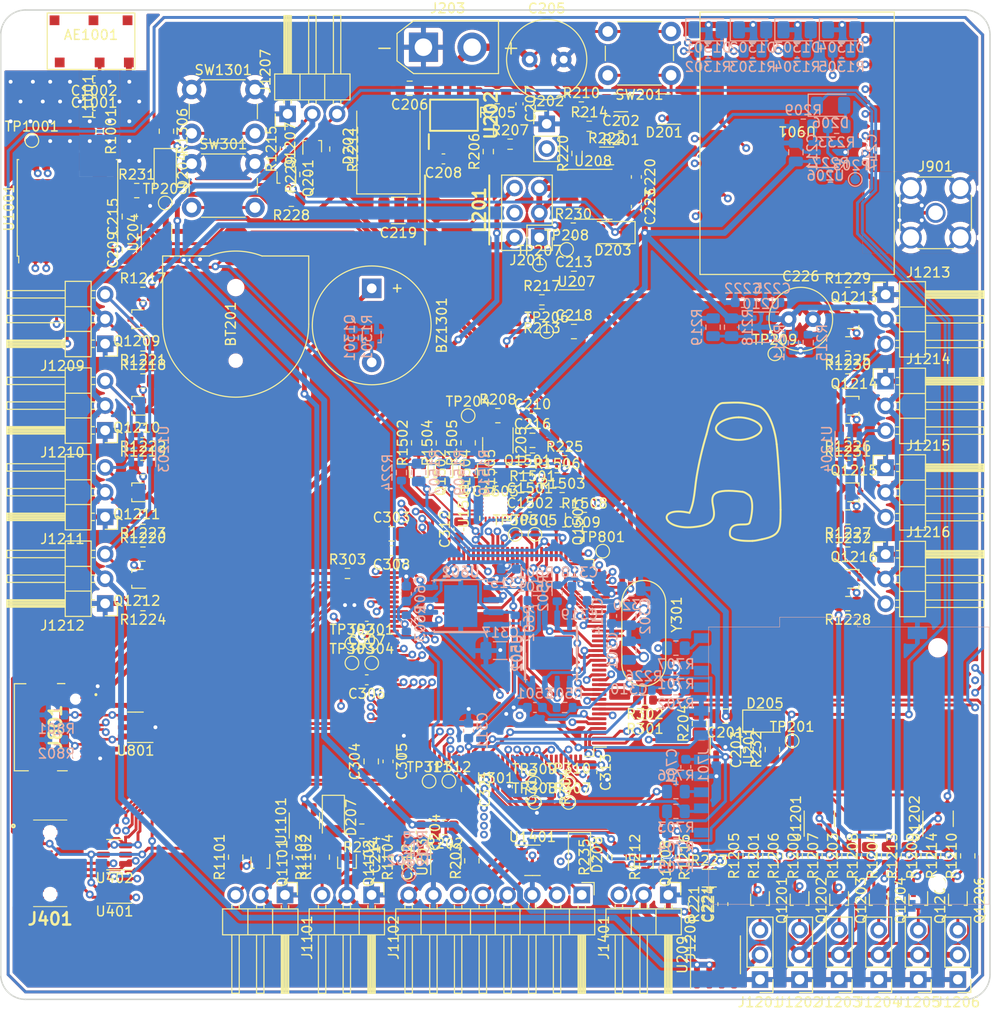
<source format=kicad_pcb>
(kicad_pcb (version 20221018) (generator pcbnew)
  (layers (0 "F.Cu" signal) (1 "In1.Cu" signal) (2 "In2.Cu" signal) (31 "B.Cu" signal) (34 "B.Paste" user) (35 "F.Paste" user) (36 "B.SilkS" user "B.Silkscreen") (37 "F.SilkS" user "F.Silkscreen") (38 "B.Mask" user) (39 "F.Mask" user) (44 "Edge.Cuts" user))
  (net 0 "")
  (net 1 "/GPS/V_BCKP")
  (net 2 "GND")
  (net 3 "/POWER/D1_5V")
  (net 4 "Net-(U202-EN)")
  (net 5 "/POWER/D3_3V3")
  (net 6 "/POWER/PWR_IN")
  (net 7 "Net-(U202-VBIAS)")
  (net 8 "Net-(C207-Pad1)")
  (net 9 "Net-(U202-BST)")
  (net 10 "Net-(D202-K)")
  (net 11 "/LIDAR/VDD")
  (net 12 "/GPS/VCC")
  (net 13 "/IMU/VDD_1V8")
  (net 14 "/POWER/D4_3V3")
  (net 15 "/DEBUG/T_VCC")
  (net 16 "/POWER/5V_BUCK")
  (net 17 "/POWER/SERVO_5V5")
  (net 18 "Net-(U301-PH0)")
  (net 19 "Net-(U301-PH1)")
  (net 20 "Net-(U301-VCAP_1)")
  (net 21 "Net-(U301-VCAP_2)")
  (net 22 "/DEBUG/T_NRST ")
  (net 23 "Net-(U1501-REGOUT)")
  (net 24 "/MCU/RTC_OUT")
  (net 25 "Net-(D201-Pad2)")
  (net 26 "Net-(D203-K)")
  (net 27 "Net-(D203-A)")
  (net 28 "Net-(D204-A)")
  (net 29 "Net-(D205-A)")
  (net 30 "Net-(D206-A)")
  (net 31 "Net-(D207-A)")
  (net 32 "Net-(D208-A)")
  (net 33 "Net-(D1301-A)")
  (net 34 "Net-(D1302-A)")
  (net 35 "Net-(D1303-A)")
  (net 36 "Net-(D1304-A)")
  (net 37 "Net-(U208-FILTER)")
  (net 38 "Net-(U209-FILTER)")
  (net 39 "Net-(J201-Pin_1)")
  (net 40 "Net-(J201-Pin_4)")
  (net 41 "/POWER/SERVO_ESC")
  (net 42 "/MCU/ADC2_IN10")
  (net 43 "/MCU/ADC3_IN15")
  (net 44 "/MCU/USB_OTG_HS_VBUS")
  (net 47 "/DEBUG/T_JTMS{slash}T_SWDIO")
  (net 48 "/DEBUG/T_JCLK{slash}T_SWCLK")
  (net 49 "/DEBUG/T_JTDO{slash}T_SWO")
  (net 50 "/DEBUG/T_JTDI")
  (net 51 "/DEBUG/T_VCP_RX")
  (net 52 "/DEBUG/T_VCP_TX")
  (net 53 "/MCU/SDMMC2_D3")
  (net 54 "/MCU/SDMMC2_CMD")
  (net 55 "/MCU/SDMMC2_CK")
  (net 56 "/MCU/SDMMC2_D0")
  (net 57 "/MCU/SDMMC2_D1")
  (net 58 "/MCU/SDMMC2_D2")
  (net 59 "Net-(J701-CARD_DETECT)")
  (net 60 "Net-(J701-WRITE_PROTECT)")
  (net 61 "Net-(J801-CC1)")
  (net 62 "/USB/CONN_D+")
  (net 63 "/USB/CONN_D-")
  (net 65 "Net-(J801-CC2)")
  (net 67 "unconnected-(J801-SHIELD-PadS1)")
  (net 68 "Net-(J1101-Pin_3)")
  (net 69 "Net-(J1102-Pin_3)")
  (net 70 "/SERVO/CH0_OUT")
  (net 71 "/SERVO/CH1_OUT")
  (net 72 "/SERVO/CH2_OUT")
  (net 73 "/SERVO/CH3_OUT")
  (net 74 "/SERVO/CH4_OUT")
  (net 75 "/SERVO/CH5_OUT")
  (net 76 "/SERVO/CH6_OUT")
  (net 77 "/SERVO/CH7_OUT")
  (net 78 "/SERVO/CH8_OUT")
  (net 79 "/SERVO/CH9_OUT")
  (net 80 "/SERVO/CH10_OUT")
  (net 81 "/SERVO/CH11_OUT")
  (net 82 "/SERVO/CH12_OUT")
  (net 83 "/SERVO/CH13_OUT")
  (net 84 "/SERVO/CH14_OUT")
  (net 85 "/SERVO/CH15_OUT")
  (net 86 "/GPS/SCL")
  (net 87 "/GPS/SDA")
  (net 88 "/LIDAR/TX{slash}DATA_READY")
  (net 89 "/LIDAR/RX")
  (net 90 "Net-(Q201-G)")
  (net 91 "/MCU/TIM9_CH2")
  (net 92 "/MCU/UART4_TX")
  (net 93 "/SERVO/CH0")
  (net 94 "/SERVO/CH1")
  (net 95 "/SERVO/CH2")
  (net 96 "/SERVO/CH3")
  (net 97 "/SERVO/CH4")
  (net 98 "/SERVO/CH5")
  (net 99 "/SERVO/CH6")
  (net 100 "/SERVO/CH7")
  (net 101 "/SERVO/CH8")
  (net 102 "/SERVO/CH9")
  (net 103 "/SERVO/CH10")
  (net 104 "/SERVO/CH11")
  (net 105 "/SERVO/CH12")
  (net 106 "/SERVO/CH13")
  (net 107 "/SERVO/CH14")
  (net 108 "/SERVO/CH15")
  (net 109 "Net-(Q1301-G)")
  (net 110 "Net-(BZ1301-+)")
  (net 111 "/IMU/INT1_VIO")
  (net 112 "/IMU/INT1")
  (net 113 "/IMU/SDI_VIO")
  (net 114 "/IMU/SDI")
  (net 115 "/IMU/SDO_VIO")
  (net 116 "/IMU/SDO")
  (net 117 "/IMU/SCLK_VIO")
  (net 118 "/IMU/SCLK")
  (net 119 "/IMU/NCS_VIO")
  (net 120 "/IMU/NCS")
  (net 121 "/MCU/GPIO_PE4")
  (net 122 "/MCU/GPIO_PG15")
  (net 123 "Net-(U202-COMP)")
  (net 124 "Net-(U202-FB)")
  (net 125 "/MCU/GPIO_PF11")
  (net 126 "/MCU/GPIO_PF12")
  (net 127 "/MCU/GPIO_PG5")
  (net 128 "Net-(U208-VIOUT)")
  (net 129 "/MCU/ADC2_IN11")
  (net 130 "Net-(U209-VIOUT)")
  (net 131 "/MCU/ADC3_IN8")
  (net 132 "/MCU/ADC3_IN9")
  (net 133 "/MCU/ADC3_IN14")
  (net 134 "/MCU/ADC2_IN12")
  (net 135 "/MCU/ADC2_IN13")
  (net 136 "/DEBUG/GNDDetect")
  (net 137 "Net-(U301-PG2)")
  (net 138 "/MCU/ADC1_IN14")
  (net 139 "/MCU/ADC1_IN15")
  (net 140 "/MCU/GPIO_PG4")
  (net 141 "/MCU/LOOP")
  (net 142 "Net-(U301-PC15)")
  (net 143 "/MCU/BOOT0")
  (net 144 "/MCU/QUADSPI_BK1_NCS")
  (net 145 "/MCU/QUADSPI_BK1_IO2")
  (net 146 "/MCU/QUADSPI_BK1_IO3")
  (net 147 "/MCU/QUADSPI_BK2_NCS")
  (net 148 "/MCU/QUADSPI_BK2_IO2")
  (net 149 "/MCU/QUADSPI_BK2_IO3")
  (net 150 "/MCU/GPIO_PG13+EXTI13")
  (net 151 "/MCU/GPIO_PG14")
  (net 152 "/MCU/TIM11_CH1")
  (net 153 "/MCU/GPIO_PD11")
  (net 154 "/MCU/GPIO_PD10")
  (net 155 "/MCU/GPIO_PE3")
  (net 156 "Net-(R1306-Pad1)")
  (net 157 "/MCU/GPIO_PF2+EXTI2")
  (net 158 "/MCU/USB_OTG_HS_SOF")
  (net 159 "Net-(U1001-~{SAFEBOOT})")
  (net 161 "/MCU/GPIO_PE5+EXTI5")
  (net 166 "/MCU/GPIO_PG6+EXTI6")
  (net 167 "Net-(U301-PG3)")
  (net 168 "/MCU/QUADSPI_BK1_IO0")
  (net 169 "/MCU/QUADSPI_BK1_IO1")
  (net 170 "/MCU/QUADSPI_CLK")
  (net 171 "/MCU/GPIO_PF13")
  (net 172 "/MCU/GPIO_PF14")
  (net 173 "/MCU/GPIO_PF15")
  (net 174 "/MCU/QUADSPI_BK2_IO0")
  (net 175 "/MCU/QUADSPI_BK2_IO1")
  (net 176 "/MCU/GPIO_PE11")
  (net 177 "/MCU/SPI4_SCK")
  (net 178 "/MCU/SPI4_MISO")
  (net 179 "/MCU/SPI4_MOSI")
  (net 180 "/MCU/GPIO_PE15+EXTI15")
  (net 181 "/MCU/GPIO_PB10+EXTI10")
  (net 182 "/MCU/GPIO_PB11+EXTI11")
  (net 183 "/MCU/GPIO_PB12+EXTI12")
  (net 184 "/USB_D-")
  (net 185 "/USB_D+")
  (net 186 "Net-(U301-PG7)")
  (net 187 "Net-(U301-PG8)")
  (net 188 "Net-(U301-PB0)")
  (net 189 "Net-(U301-PB1)")
  (net 190 "/GPS/RXD")
  (net 191 "/GPS/~{RESET}")
  (net 192 "/GPS/TXD")
  (net 193 "/GPS/TIMEPULSE")
  (net 194 "/GPS/EXTINT")
  (net 195 "Net-(U301-PB4)")
  (net 196 "Net-(U301-PB5)")
  (net 197 "Net-(U301-PB7)")
  (net 198 "Net-(U301-PB8)")
  (net 199 "Net-(U301-PD5)")
  (net 200 "Net-(U1001-RF_IN)")
  (net 217 "Net-(AE1001-A)")
  (net 218 "Net-(C1001-Pad2)")
  (net 223 "Net-(J901-In)")
  (net 224 "Net-(U301-PC14)")
  (net 225 "Net-(U301-PB13)")
  (net 226 "/UI/LED_GPS")
  (net 227 "Net-(U301-PD1)")
  (net 228 "/MCU/GPIO_PE2")
  (footprint "Resistor_SMD:R_0603_1608Metric" (layer "F.Cu") (at 77.7113 39.1758)
    (fp_text reference "R207")
    (fp_text value "10K")
  )
  (footprint "Connector_Coaxial:SMA_Amphenol_132134_Vertical" (layer "F.Cu") (at 121.412 46.228)
    (fp_text reference "J901")
    (fp_text value "~")
  )
  (footprint "Resistor_SMD:R_0805_2012Metric" (layer "F.Cu") (at 40.005 59.69 180)
    (fp_text reference "R1221")
    (fp_text value "2.2K")
  )
  (footprint "Package_TO_SOT_SMD:SOT-416" (layer "F.Cu") (at 73.406 72.898 -90)
    (fp_text reference "Q1505")
    (fp_text value "RE1C002UN")
  )
  (footprint "Resistor_SMD:R_0805_2012Metric" (layer "F.Cu") (at 112.395 86.36 180)
    (fp_text reference "R1228")
    (fp_text value "2.2K")
  )
  (footprint "TestPoint:TestPoint_Pad_D1.0mm" (layer "F.Cu") (at 61.468 92.456)
    (fp_text reference "TP303")
    (fp_text value "~")
  )
  (footprint "Capacitor_SMD:C_0603_1608Metric" (layer "F.Cu") (at 68.58 112.903 90)
    (fp_text reference "C212")
    (fp_text value "100nF")
  )
  (footprint "LED_SMD:LED_1206_3216Metric" (layer "F.Cu") (at 59.563 108.331 -90)
    (fp_text reference "D207")
    (fp_text value "~")
  )
  (footprint "Connector_PinHeader_2.54mm:PinHeader_1x03_P2.54mm_Horizontal" (layer "F.Cu") (at 116.275 54.625)
    (fp_text reference "J1213")
    (fp_text value "S12")
  )
  (footprint "Capacitor_SMD:C_0603_1608Metric" (layer "F.Cu") (at 70.866 40.6908 180)
    (fp_text reference "C208")
    (fp_text value "100nF")
  )
  (footprint "Package_TO_SOT_SMD:SOT-416" (layer "F.Cu") (at 60.96 113.03 -90)
    (fp_text reference "Q1102")
    (fp_text value "RE1C002UN")
  )
  (footprint "Package_TO_SOT_SMD:SOT-416" (layer "F.Cu") (at 52.07 113.03 -90)
    (fp_text reference "Q1101")
    (fp_text value "RE1C002UN")
  )
  (footprint "Resistor_SMD:R_0603_1608Metric" (layer "F.Cu") (at 98.044 117.221 90)
    (fp_text reference "R221")
    (fp_text value "10K")
  )
  (footprint "Connector_PinHeader_2.54mm:PinHeader_1x03_P2.54mm_Vertical" (layer "F.Cu") (at 111.506 124.968 180)
    (fp_text reference "J1203")
    (fp_text value "S2")
  )
  (footprint "TestPoint:TestPoint_Pad_D1.0mm" (layer "F.Cu") (at 83.7184 104.7496)
    (fp_text reference "TP310")
    (fp_text value "~")
  )
  (footprint "leptunKicadLib:ATS240C" (layer "F.Cu") (at 91.44 89.408 -90)
    (fp_text reference "Y301")
    (fp_text value "24MHz")
  )
  (footprint "Resistor_SMD:R_0805_2012Metric" (layer "F.Cu") (at 40.005 63.5)
    (fp_text reference "R1218")
    (fp_text value "2.2K")
  )
  (footprint "Package_TO_SOT_SMD:SOT-23-6" (layer "F.Cu") (at 37.084 112.141 180)
    (fp_text reference "U402")
    (fp_text value "USBLC6-4SC6")
  )
  (footprint "Capacitor_SMD:C_1206_3216Metric" (layer "F.Cu") (at 89.0905 34.934 180)
    (fp_text reference "C202")
    (fp_text value "4.7uF")
  )
  (footprint "Capacitor_SMD:C_0603_1608Metric" (layer "F.Cu") (at 90.678 42.545 -90)
    (fp_text reference "C220")
    (fp_text value "100nF")
  )
  (footprint "TestPoint:TestPoint_Pad_D1.0mm" (layer "F.Cu") (at 87.2236 80.9752)
    (fp_text reference "TP801")
    (fp_text value "~")
  )
  (footprint "Button_Switch_THT:SW_PUSH_6mm_H5mm" (layer "F.Cu") (at 94.2455 32.104 180)
    (fp_text reference "SW201")
    (fp_text value "START")
  )
  (footprint "TestPoint:TestPoint_Pad_D1.0mm" (layer "F.Cu") (at 61.468 90.4748)
    (fp_text reference "TP302")
    (fp_text value "~")
  )
  (footprint "Resistor_SMD:R_0603_1608Metric" (layer "F.Cu") (at 80.9752 55.1688)
    (fp_text reference "R217")
    (fp_text value "10K")
  )
  (footprint "Package_SO:SOIC-8_3.9x4.9mm_P1.27mm" (layer "F.Cu") (at 98.806 122.428 90)
    (fp_text reference "U209")
    (fp_text value "ACS714xLCTR-50A")
  )
  (footprint "TestPoint:TestPoint_Pad_D1.0mm" (layer "F.Cu") (at 83.7184 106.7816)
    (fp_text reference "TP307")
    (fp_text value "~")
  )
  (footprint "Resistor_SMD:R_0805_2012Metric" (layer "F.Cu") (at 40.005 77.47 180)
    (fp_text reference "R1223")
    (fp_text value "2.2K")
  )
  (footprint "Connector_PinHeader_2.54mm:PinHeader_1x03_P2.54mm_Vertical" (layer "F.Cu") (at 103.378 124.968 180)
    (fp_text reference "J1201")
    (fp_text value "S0")
  )
  (footprint "leptunKicadLib:AMOGUS" (layer "F.Cu") (at 101.12206 72.763329)
    (fp_text reference "SYM101" hide)
    (fp_text value "~")
  )
  (footprint "Connector_PinHeader_2.54mm:PinHeader_1x02_P2.54mm_Vertical" (layer "F.Cu") (at 81.4705 37.093)
    (fp_text reference "J202")
    (fp_text value "E5V")
  )
  (footprint "Package_TO_SOT_SMD:SOT-416" (layer "F.Cu") (at 113.03 74.93)
    (fp_text reference "Q1215")
    (fp_text value "RE1C002UN")
  )
  (footprint "TestPoint:TestPoint_Pad_D1.0mm" (layer "F.Cu") (at 80.7212 51.562)
    (fp_text reference "TP207")
    (fp_text value "~")
  )
  (footprint "Resistor_SMD:R_0805_2012Metric" (layer "F.Cu") (at 112.395 68.58 180)
    (fp_text reference "R1226")
    (fp_text value "2.2K")
  )
  (footprint "Package_TO_SOT_SMD:SOT-416" (layer "F.Cu") (at 39.37 83.82 180)
    (fp_text reference "Q1212")
    (fp_text value "RE1C002UN")
  )
  (footprint "Resistor_SMD:R_0603_1608Metric" (layer "F.Cu") (at 56.642 42.291 90)
    (fp_text reference "R229")
    (fp_text value "150R")
  )
  (footprint "Capacitor_SMD:C_0805_2012Metric" (layer "F.Cu") (at 84.267 58.42)
    (fp_text reference "C218")
    (fp_text value "1uF")
  )
  (footprint "Connector_PinHeader_2.54mm:PinHeader_1x03_P2.54mm_Horizontal" (layer "F.Cu") (at 63.485 116.275 -90)
    (fp_text reference "J1102")
    (fp_text value "iBUS")
  )
  (footprint "Package_SO:SOIC-8_3.9x4.9mm_P1.27mm" (layer "F.Cu") (at 86.233 44.323)
    (fp_text reference "U208")
    (fp_text value "ACS714xLCTR-50A")
  )
  (footprint "Resistor_SMD:R_0805_2012Metric" (layer "F.Cu") (at 116.586 112.268 90)
    (fp_text reference "R1204")
    (fp_text value "2.2K")
  )
  (footprint "Resistor_SMD:R_0805_2012Metric" (layer "F.Cu") (at 55.245 44.831 180)
    (fp_text reference "R228")
    (fp_text value "100K")
  )
  (footprint "Capacitor_THT:C_Radial_D6.3mm_H11.0mm_P2.50mm" (layer "F.Cu") (at 106.319 57.15)
    (fp_text reference "C226")
    (fp_text value "120uF")
  )
  (footprint "Resistor_SMD:R_0603_1608Metric" (layer "F.Cu") (at 61.0108 83.2612)
    (fp_text reference "R303")
    (fp_text value "10K")
  )
  (footprint "Resistor_SMD:R_0402_1005Metric_Pad0.72x0.64mm_HandSolder" (layer "F.Cu") (at 35.558 37.858 -90)
    (fp_text reference "R1001")
    (fp_text value "0R")
  )
  (footprint "Button_Switch_THT:SW_PUSH_6mm_H5mm" (layer "F.Cu") (at 45.01 41.184)
    (fp_text reference "SW301")
    (fp_text value "RESET")
  )
  (footprint "Resistor_SMD:R_0805_2012Metric" (layer "F.Cu") (at 122.682 112.268 90)
    (fp_text reference "R1214")
    (fp_text value "2.2K")
  )
  (footprint "TestPoint:TestPoint_Pad_D1.0mm" (layer "F.Cu") (at 63.5 90.4748)
    (fp_text reference "TP301")
    (fp_text value "~")
  )
  (footprint "Resistor_SMD:R_0805_2012Metric" (layer "F.Cu") (at 40.005 86.36 180)
    (fp_text reference "R1224")
    (fp_text value "2.2K")
  )
  (footprint "Resistor_SMD:R_0805_2012Metric" (layer "F.Cu") (at 85.0265 35.569)
    (fp_text reference "R210")
    (fp_text value "100K")
  )
  (footprint "Resistor_SMD:R_0805_2012Metric" (layer "F.Cu") (at 70.993 109.347 180)
    (fp_text reference "R202")
    (fp_text value "100K")
  )
  (footprint "TestPoint:TestPoint_Pad_D1.0mm" (layer "F.Cu") (at 63.5 92.456)
    (fp_text reference "TP304")
    (fp_text value "~")
  )
  (footprint "Resistor_SMD:R_0805_2012Metric" (layer "F.Cu") (at 40.005 81.28)
    (fp_text reference "R1220")
    (fp_text value "2.2K")
  )
  (footprint "Connector_PinHeader_2.54mm:PinHeader_1x03_P2.54mm_Horizontal" (layer "F.Cu") (at 116.275 63.515)
    (fp_text reference "J1214")
    (fp_text value "S13")
  )
  (footprint "Resistor_SMD:R_0805_2012Metric" (layer "F.Cu") (at 108.458 112.268 90)
    (fp_text reference "R1202")
    (fp_text value "2.2K")
  )
  (footprint "TestPoint:TestPoint_Pad_D1.0mm" (layer "F.Cu") (at 81.473 58.42)
    (fp_text reference "TP206")
    (fp_text value "~")
  )
  (footprint "Resistor_SMD:R_0603_1608Metric" (layer "F.Cu") (at 81.95 105.156 -90)
    (fp_text reference "R304")
    (fp_text value "10K")
  )
  (footprint "Connector_PinHeader_2.54mm:PinHeader_1x03_P2.54mm_Vertical" (layer "F.Cu") (at 107.442 124.968 180)
    (fp_text reference "J1202")
    (fp_text value "S1")
  )
  (footprint "TestPoint:TestPoint_Pad_D1.0mm" (layer "F.Cu") (at 73.406 67.056)
    (fp_text reference "TP204")
    (fp_text value "~")
  )
  (footprint "TestPoint:TestPoint_Pad_D1.0mm" (layer "F.Cu") (at 71.4248 104.5972)
    (fp_text reference "TP312")
    (fp_text value "~")
  )
  (footprint "Capacitor_SMD:C_0805_2012Metric" (layer "F.Cu") (at 80.01 67.564)
    (fp_text reference "C210")
    (fp_text value "1uF")
  )
  (footprint "TestPoint:TestPoint_Pad_D1.0mm" (layer "F.Cu") (at 80.2132 106.7816)
    (fp_text reference "TP308")
    (fp_text value "~")
  )
  (footprint "Resistor_SMD:R_0805_2012Metric" (layer "F.Cu") (at 106.426 112.268 90)
    (fp_text reference "R1206")
    (fp_text value "2.2K")
  )
  (footprint "Package_TO_SOT_SMD:SOT-23-5" (layer "F.Cu") (at 84.5155 55.692)
    (fp_text reference "U207")
    (fp_text value "AP2112K-3.3")
  )
  (footprint "Resistor_SMD:R_0805_2012Metric" (layer "F.Cu") (at 54.849 39.6705 90)
    (fp_text reference "R1215")
    (fp_text value "2.2K")
  )
  (footprint "Resistor_SMD:R_0805_2012Metric" (layer "F.Cu") (at 76.454 67.056)
    (fp_text reference "R208")
    (fp_text value "100K")
  )
  (footprint "Capacitor_THT:C_Radial_D8.0mm_H11.5mm_P3.50mm" (layer "F.Cu") (at 79.7205 30.489)
    (fp_text reference "C205")
    (fp_text value "100uF")
  )
  (footprint "Resistor_SMD:R_0603_1608Metric" (layer "F.Cu") (at 75.4761 39.9378 90)
    (fp_text reference "R206")
    (fp_text value "52.3K")
  )
  (footprint "Capacitor_SMD:C_0603_1608Metric" (layer "F.Cu") (at 99.568 117.221 90)
    (fp_text reference "C224")
    (fp_text value "1nF")
  )
  (footprint "Capacitor_SMD:C_0603_1608Metric" (layer "F.Cu") (at 65.1764 102.5652 -90)
    (fp_text reference "C305")
    (fp_text value "100nF")
  )
  (footprint "Resistor_SMD:R_0805_2012Metric" (layer "F.Cu") (at 120.65 112.268 90)
    (fp_text reference "R1209")
    (fp_text value "2.2K")
  )
  (footprint "Resistor_SMD:R_1206_3216Metric" (layer "F.Cu") (at 98.171 114.554)
    (fp_text reference "R223")
    (fp_text value "15K")
  )
  (footprint "Capacitor_SMD:C_0603_1608Metric" (layer "F.Cu") (at 96.52 117.221 -90)
    (fp_text reference "C221")
    (fp_text value "100nF")
  )
  (footprint "Package_TO_SOT_SMD:SOT-416" (layer "F.Cu") (at 119.634 116.84 -90)
    (fp_text reference "Q1205")
    (fp_text value "RE1C002UN")
  )
  (footprint "LED_SMD:LED_1206_3216Metric" (layer "F.Cu") (at 42.291 41.91 -90)
    (fp_text reference "D204")
    (fp_text value "~")
  )
  (footprint "Connector_PinHeader_2.54mm:PinHeader_1x03_P2.54mm_Horizontal" (layer "F.Cu") (at 54.864 36.068 90)
    (fp_text reference "J1207")
    (fp_text value "S6")
  )
  (footprint "Capacitor_SMD:C_0603_1608Metric" (layer "F.Cu") (at 78.45 105.156 -90)
    (fp_text reference "C316")
    (fp_text value "100nF")
  )
  (footprint "LED_SMD:LED_1206_3216Metric" (layer "F.Cu") (at 88.265 48.26 180)
    (fp_text reference "D203")
    (fp_text value "~")
  )
  (footprint "TestPoint:TestPoint_Pad_D1.0mm" (layer "F.Cu") (at 106.68 100.457)
    (fp_text reference "TP201")
    (fp_text value "~")
  )
  (footprint "TestPoint:TestPoint_Pad_D1.0mm" (layer "F.Cu") (at 80.264 79.248)
    (fp_text reference "TP305")
    (fp_text value "~")
  )
  (footprint "TestPoint:TestPoint_Pad_D1.0mm" (layer "F.Cu") (at 80.2132 104.8004)
    (fp_text reference "TP309")
    (fp_text value "~")
  )
  (footprint "Connector_PinHeader_2.54mm:PinHeader_1x03_P2.54mm_Horizontal" (layer "F.Cu") (at 116.275 81.295)
    (fp_text reference "J1216")
    (fp_text value "S15")
  )
  (footprint "Package_TO_SOT_SMD:SOT-23-5" (layer "F.Cu") (at 99.822 100.965 -90)
    (fp_text reference "U201")
    (fp_text value "AP2112K-3.3")
  )
  (footprint "Capacitor_SMD:C_0603_1608Metric" (layer "F.Cu") (at 65.532 80.9244 180)
    (fp_text reference "C308")
    (fp_text value "100nF")
  )
  (footprint "Capacitor_SMD:C_0805_2012Metric" (layer "F.Cu") (at 102.616 101.346 90)
    (fp_text reference "C203")
    (fp_text value "1uF")
  )
  (footprint "Diode_SMD:D_SMC" (layer "F.Cu") (at 65.2145 39.379 90)
    (fp_text reference "D202")
    (fp_text value "B540C-13-F")
  )
  (footprint "Resistor_SMD:R_0805_2012Metric" (layer "F.Cu") (at 102.362 112.268 90)
    (fp_text reference "R1205")
    (fp_text value "2.2K")
  )
  (footprint "Package_TO_SOT_SMD:SOT-23-5" (layer "F.Cu") (at 76.454 70.104 -90)
    (fp_text reference "U205")
    (fp_text value "AP2112K-1.8")
  )
  (footprint "TestPoint:TestPoint_Pad_D1.0mm" (layer "F.Cu") (at 28.6004 38.8112)
    (fp_text reference "TP1001")
    (fp_text value "~")
  )
  (footprint "Package_TO_SOT_SMD:SOT-416" (layer "F.Cu") (at 111.506 116.84 -90)
    (fp_text reference "Q1203")
    (fp_text value "RE1C002UN")
  )
  (footprint "Capacitor_SMD:C_0402_1005Metric_Pad0.74x0.62mm_HandSolder" (layer "F.Cu") (at 34.9905 36.08)
    (fp_text reference "C1001")
    (fp_text value "4.3pF")
  )
  (footprint "Resistor_SMD:R_0805_2012Metric" (layer "F.Cu") (at 40.005 54.61)
    (fp_text reference "R1217")
    (fp_text value "2.2K")
  )
  (footprint "LED_SMD:LED_1206_3216Metric" (layer "F.Cu") (at 103.886 98.425)
    (fp_text reference "D205")
    (fp_text value "~")
  )
  (footprint "Package_TO_SOT_SMD:SOT-416" (layer "F.Cu") (at 107.442 116.84 -90)
    (fp_text reference "Q1202")
    (fp_text value "RE1C002UN")
  )
  (footprint "Sensor_Motion:InvenSense_QFN-24_3x3mm_P0.4mm" (layer "F.Cu") (at 76.2 76.2 90)
    (fp_text reference "U1501")
    (fp_text value "ICM-20948")
  )
  (footprint "Resistor_SMD:R_0805_2012Metric" (layer "F.Cu") (at 80.01 71.628 180)
    (fp_text reference "R1501")
    (fp_text value "2.2K")
  )
  (footprint "Connector_PinHeader_2.54mm:PinHeader_1x03_P2.54mm_Horizontal" (layer "F.Cu") (at 36.125 77.455 180)
    (fp_text reference "J1211")
    (fp_text value "S10")
  )
  (footprint "Package_TO_SOT_SMD:SOT-416" (layer "F.Cu") (at 113.03 83.82)
    (fp_text reference "Q1216")
    (fp_text value "RE1C002UN")
  )
  (footprint "Capacitor_SMD:C_0805_2012Metric" (layer "F.Cu") (at 73.45 105.41 -90)
    (fp_text reference "C321")
    (fp_text value "1uF")
  )
  (footprint "Package_TO_SOT_SMD:SOT-23" (layer "F.Cu") (at 93.5355 35.569 180)
    (fp_text reference "D201")
    (fp_text value "BAT54C")
  )
  (footprint "Package_TO_SOT_SMD:SOT-416" (layer "F.Cu") (at 123.698 116.84 -90)
    (fp_text reference "Q1206")
    (fp_text value "RE1C002UN")
  )
  (footprint "Resistor_SMD:R_0805_2012Metric" (layer "F.Cu") (at 68.326 69.85 90)
    (fp_text reference "R1502")
    (fp_text value "2.2K")
  )
  (footprint "Package_TO_SOT_SMD:SOT-416" (layer "F.Cu") (at 103.378 116.84 -90)
    (fp_text reference "Q1201")
    (fp_text value "RE1C002UN")
  )
  (footprint "Connector_PinHeader_2.54mm:PinHeader_1x03_P2.54mm_Horizontal" (layer "F.Cu") (at 36.125 68.565 180)
    (fp_text reference "J1210")
    (fp_text value "S9")
  )
  (footprint "Capacitor_SMD:C_0805_2012Metric" (layer "F.Cu") (at 38.608 46.609 90)
    (fp_text reference "C215")
    (fp_text value "1uF")
  )
  (footprint "Package_TO_SOT_SMD:SOT-23-6" (layer "F.Cu") (at 109.474 108.458 90)
    (fp_text reference "U1201")
    (fp_text value "USBLC6-4SC6")
  )
  (footprint "Capacitor_SMD:C_0805_2012Metric" (layer "F.Cu") (at 38.608 50.038 90)
    (fp_text reference "C209")
    (fp_text value "1uF")
  )
  (footprint "Resistor_SMD:R_0603_1608Metric" (layer "F.Cu") (at 91.567 96.266 180)
    (fp_text reference "R302")
    (fp_text value "10K")
  )
  (footprint "Resistor_SMD:R_0805_2012Metric" (layer "F.Cu") (at 114.554 112.268 90)
    (fp_text reference "R1208")
    (fp_text value "2.2K")
  )
  (footprint "leptunKicadLib:SRP6530A-6R8M" (layer "F.Cu") (at 72.2757 45.9322 -90)
    (fp_text reference "L201")
    (fp_text value "SRP6530A-6R8M" hide)
  )
  (footprint "Resistor_SMD:R_0603_1608Metric" (layer "F.Cu") (at 91.567 97.79 180)
    (fp_text reference "R301")
    (fp_text value "10K")
  )
  (footprint "Resistor_SMD:R_0805_2012Metric" (layer "F.Cu") (at 83.058 75.692)
    (fp_text reference "R1503")
    (fp_text value "2.2K")
  )
  (footprint "Resistor_SMD:R_0805_2012Metric" (layer "F.Cu") (at 42.418 37.846 -90)
    (fp_text reference "R1306")
    (fp_text value "2.2K")
  )
  (footprint "TestPoint:TestPoint_Pad_D1.0mm" (layer "F.Cu") (at 42.291 45.212)
    (fp_text reference "TP203")
    (fp_text value "~")
  )
  (footprint "Resistor_SMD:R_0805_2012Metric" (layer "F.Cu") (at 112.395 72.39)
    (fp_text reference "R1231")
    (fp_text value "2.2K")
  )
  (footprint "Resistor_SMD:R_0805_2012Metric" (layer "F.Cu") (at 82.55 73.66)
    (fp_text reference "R1506")
    (fp_text value "2.2K")
  )
  (footprint "Resistor_SMD:R_0805_2012Metric" (layer "F.Cu") (at 40.005 72.39)
    (fp_text reference "R1219")
    (fp_text value "2.2K")
  )
  (footprint "Package_TO_SOT_SMD:SOT-416" (layer "F.Cu") (at 82.45 77.978 -90)
    (fp_text reference "Q1503")
    (fp_text value "RE1C002UN")
  )
  (footprint "Package_TO_SOT_SMD:SOT-23-6" (layer "F.Cu") (at 121.666 108.458 90)
    (fp_text reference "U1202")
    (fp_text value "USBLC6-4SC6")
  )
  (footprint "Resistor_SMD:R_0805_2012Metric" (layer "F.Cu") (at 104.648 101.346 90)
    (fp_text reference "R232")
    (fp_text value "1K")
  )
  (footprint "Package_TO_SOT_SMD:SOT-416" (layer "F.Cu") (at 79.502 73.914)
    (fp_text reference "Q1501")
    (fp_text value "RE1C002UN")
  )
  (footprint "Package_TO_SOT_SMD:SOT-416" (layer "F.Cu") (at 115.57 116.84 -90)
    (fp_text reference "Q1204")
    (fp_text value "RE1C002UN")
  )
  (footprint "LED_SMD:LED_1206_3216Metric" (layer "F.Cu") (at 84.836 112.141 -90)
    (fp_text reference "D208")
    (fp_text value "~")
  )
  (footprint "Capacitor_SMD:C_1210_3225Metric" (layer "F.Cu") (at 66.2305 45.983 180)
    (fp_text reference "C219")
    (fp_text value "22uF")
  )
  (footprint "Capacitor_SMD:C_0805_2012Metric" (layer "F.Cu") (at 65.532 79.1972)
    (fp_text reference "C303")
    (fp_text value "2.2uF")
  )
  (footprint "Resistor_SMD:R_0805_2012Metric" (layer "F.Cu") (at 110.49 112.268 90)
    (fp_text reference "R1207")
    (fp_text value "2.2K")
  )
  (footprint "Capacitor_SMD:C_0402_1005Metric_Pad0.74x0.62mm_HandSolder" (layer "F.Cu") (at 34.9905 32.524 180)
    (fp_text reference "C1002")
    (fp_text value "3.6pF")
  )
  (footprint "TestPoint:TestPoint_Pad_D1.0mm" (layer "F.Cu") (at 69.3928 104.5972)
    (fp_text reference "TP311")
    (fp_text value "~")
  )
  (footprint "Capacitor_SMD:C_0805_2012Metric" (layer "F.Cu") (at 67.3989 33.4354 180)
    (fp_text reference "C206")
    (fp_text value "1uF")
  )
  (footprint "leptunKicadLib:USB4110-GF-A" (layer "F.Cu") (at 30.48 99.06 -90)
    (fp_text reference "J801")
    (fp_text value "USB_C_Receptacle_USB2.0" hide)
  )
  (footprint "Resistor_SMD:R_0805_2012Metric" (layer "F.Cu") (at 118.618 112.268 90)
    (fp_text reference "R1213")
    (fp_text value "2.2K")
  )
  (footprint "Connector_PinHeader_2.54mm:PinHeader_1x03_P2.54mm_Horizontal" (layer "F.Cu") (at 36.125 59.675 180)
    (fp_text reference "J1209")
    (fp_text value "S8")
  )
  (footprint "Resistor_SMD:R_0805_2012Metric" (layer "F.Cu") (at 112.395 59.69 180)
    (fp_text reference "R1225")
    (fp_text value "2.2K")
  )
  (footprint "Capacitor_SMD:C_0603_1608Metric" (layer "F.Cu") (at 62.992 88.685 180)
    (fp_text reference "C307")
    (fp_text value "100nF")
  )
  (footprint "Package_TO_SOT_SMD:SOT-23-6" (layer "F.Cu") (at 56.5912 108.6612 90)
    (fp_text reference "U1101")
    (fp_text value "USBLC6-4SC6")
  )
  (footprint "Resistor_SMD:R_0805_2012Metric" (layer "F.Cu") (at 62.484 109.728 180)
    (fp_text reference "R234")
    (fp_text value "1K")
  )
  (footprint "Resistor_SMD:R_0805_2012Metric" (layer "F.Cu") (at 76.3905 34.299 180)
    (fp_text reference "R205")
    (fp_text value "22K")
  )
  (footprint "Package_TO_SOT_SMD:SOT-416" (layer "F.Cu") (at 39.37 66.04 180)
    (fp_text reference "Q1210")
    (fp_text value "RE1C002UN")
  )
  (footprint "Capacitor_SMD:C_0603_1608Metric" (layer "F.Cu") (at 76.2 73.406 180)
    (fp_text reference "C1503")
    (fp_text value "100nF")
  )
  (footprint "Capacitor_SMD:C_0603_1608Metric" (layer "F.Cu") (at 79.756 75.946)
    (fp_text reference "C1501")
    (fp_text value "100nF")
  )
  (footprint "Connector_PinHeader_2.54mm:PinHeader_1x08_P2.54mm_Horizontal" (layer "F.Cu") (at 85.075 116.275 -90)
    (fp_text reference "J1401")
    (fp_text value "LIDAR")
  )
  (footprint "Capacitor_SMD:C_0603_1608Metric" (layer "F.Cu") (at 85.09 79.4512)
    (fp_text reference "C309")
    (fp_text value "100nF")
  )
  (footprint "Connector_PinHeader_2.54mm:PinHeader_1x03_P2.54mm_Horizontal" (layer "F.Cu") (at 54.595 116.275 -90)
    (fp_text reference "J1101")
    (fp_text value "PPM")
  )
  (footprint "Connector_PinHeader_2.54mm:PinHeader_2x03_P2.54mm_Vertical" (layer "F.Cu") (at 80.7135 48.762 180)
    (fp_text reference "J201")
    (fp_text value "5V_SEL")
  )
  (footprint "Button_Switch_THT:SW_PUSH_6mm_H5mm" (layer "F.Cu") (at 45.01 33.564)
    (fp_text reference "SW1301")
    (fp_text value "SW_USER")
  )
  (footprint "Resistor_SMD:R_0805_2012Metric" (layer "F.Cu") (at 112.395 63.5)
    (fp_text reference "R1230")
    (fp_text value "2.2K")
  )
  (footprint "Inductor_SMD:L_0402_1005Metric_Pad0.77x0.64mm_HandSolder" (layer "F.Cu") (at 35.558 34.302 90)
    (fp_text reference "L1001")
    (fp_text value "5.1nH")
  )
  (footprint "leptunKicadLib:AOZ1212AI" (layer "F.Cu") (at 71.9455 36.204 90)
    (fp_text reference "U202")
    (fp_text value "AOZ1212AI" hide)
  )
  (footprint "Resistor_SMD:R_0805_2012Metric" (layer "F.Cu") (at 112.395 54.61)
    (fp_text reference "R1229")
    (fp_text value "2.2K")
  )
  (footprint "Resistor_SMD:R_0805_2012Metric" (layer "F.Cu") (at 58.42 112.395 90)
    (fp_text reference "R1102")
    (fp_text value "2.2K")
  )
  (footprint "Resistor_SMD:R_0805_2012Metric" (layer "F.Cu") (at 84.201 48.006)
    (fp_text reference "R230")
    (fp_text value "1K")
  )
  (footprint "Resistor_SMD:R_0805_2012Metric" (layer "F.Cu") (at 73.406 69.85 90)
    (fp_text reference "R1505")
    (fp_text value "2.2K")
  )
  (footprint "Resistor_SMD:R_0805_2012Metric" (layer "F.Cu") (at 88.9 112.395 -90)
    (fp_text reference "R1212")
    (fp_text value "2.2K")
  )
  (footprint "Package_TO_SOT_SMD:SOT-416" (layer "F.Cu") (at 57.389 39.313 90)
    (fp_text reference "Q1207")
    (fp_text value "RE1C002UN")
  )
  (footprint "Resistor_SMD:R_0805_2012Metric" (layer "F.Cu") (at 93.98 112.395 -90)
    (fp_text reference "R1216")
    (fp_text value "2.2K")
  )
  (footprint "Connector_PinHeader_2.54mm:PinHeader_1x03_P2.54mm_Horizontal" (layer "F.Cu") (at 36.125 86.345 180)
    (fp_text reference "J1212")
    (fp_text value "S11")
  )
  (footprint "Package_TO_SOT_SMD:SOT-23-5" (layer "F.Cu") (at 71.12 112.395 90)
    (fp_text reference "U203")
    (fp_text value "AP2151W")
  )
  (footprint "Resistor_SMD:R_1206_3216Metric" (layer "F.Cu") (at 87.63 40.386)
    (fp_text reference "R222")
    (fp_text value "15K")
  )
  (footprint "Package_TO_SOT_SMD:SOT-416" (layer "F.Cu") (at 68.326 72.898 -90)
    (fp_text reference "Q1502")
    (fp_text value "RE1C002UN")
  )
  (footprint "Capacitor_SMD:C_0805_2012Metric" (layer "F.Cu") (at 84.267 52.959)
    (fp_text reference "C213")
    (fp_text value "1uF")
  )
  (footprint "Resistor_SMD:R_0805_2012Metric" (layer "F.Cu") (at 112.522 112.268 90)
    (fp_text reference "R1203")
    (fp_text value "2.2K")
  )
  (footprint "Capacitor_SMD:C_0805_2012Metric" (layer "F.Cu") (at 80.01 69.596)
    (fp_text reference "C216")
    (fp_text value "1uF")
  )
  (footprint "Resistor_SMD:R_0805_2012Metric" (layer "F.Cu") (at 112.395 77.47 180)
    (fp_text reference "R1227")
    (fp_text value "2.2K")
  )
  (footprint "Capacitor_SMD:C_0805_2012Metric" (layer "F.Cu") (at 63.4492 102.5652 90)
    (fp_text reference "C304")
    (fp_text value "2.2uF")
  )
  (footprint "leptunKicadLib:DS1092-12-N8S" (layer "F.Cu") (at 49.53 57.658 90)
    (fp_text reference "BT201")
    (fp_text value "Battery_Cell")
  )
  (footprint "Resistor_SMD:R_0805_2012Metric" (layer "F.Cu") (at 49.53 112.395 90)
    (fp_text reference "R1101")
    (fp_text value "2.2K")
  )
  (footprint "Resistor_SMD:R_0805_2012Metric" (layer "F.Cu") (at 59.929 39.6705 -90)
    (fp_text reference "R1211")
    (fp_text value "2.2K")
  )
  (footprint "TestPoint:TestPoint_Pad_D1.0mm" (layer "F.Cu") (at 78.232 79.248)
    (fp_text reference "TP306")
    (fp_text value "~")
  )
  (footprint "Resistor_SMD:R_0805_2012Metric" (layer "F.Cu") (at 97.155 98.679 90)
    (fp_text reference "R204")
    (fp_text value "100K")
  )
  (footprint "Resistor_SMD:R_0805_2012Metric" (layer "F.Cu") (at 73.787 112.776 90)
    (fp_text reference "R203")
    (fp_text value "100K")
  )
  (footprint "Capacitor_SMD:C_0603_1608Metric" (layer "F.Cu") (at 90.678 45.593 -90)
    (fp_text reference "C223")
    (fp_text value "1nF")
  )
  (footprint "leptunKicadLib:SR4G080" (layer "F.Cu") (at 30.1752 25.7048)
    (fp_text reference "AE1001")
    (fp_text value "SR4G080")
  )
  (footprint "Resistor_SMD:R_0603_1608Metric" (layer "F.Cu") (at 84.582 40.132 90)
    (fp_text reference "R220")
    (fp_text value "10K")
  )
  (footprint "Resistor_SMD:R_0603_1608Metric" (layer "F.Cu") (at 83.312 71.6788)
    (fp_text reference "R225")
    (fp_text value "10K")
  )
  (footprint "Capacitor_SMD:C_0805_2012Metric" (layer "F.Cu") (at 99.822 97.917 180)
    (fp_text reference "C201")
    (fp_text value "1uF")
  )
  (footprint "Resistor_SMD:R_0805_2012Metric" (layer "F.Cu") (at 124.714 112.268 90)
    (fp_text reference "R1210")
    (fp_text value "2.2K")
  )
  (footprint "Capacitor_SMD:C_0603_1608Metric" (layer "F.Cu") (at 68.58 109.855 -90)
    (fp_text reference "C204")
    (fp_text value "100nF")
  )
  (footprint "Package_TO_SOT_SMD:SOT-416" (layer "F.Cu") (at 39.37 74.93 180)
    (fp_text reference "Q1211")
    (fp_text value "RE1C002UN")
  )
  (footprint "Resistor_SMD:R_0805_2012Metric" (layer "F.Cu") (at 63.5 112.395 -90)
    (fp_text reference "R1104")
    (fp_text value "2.2K")
  )
  (footprint "Resistor_SMD:R_0805_2012Metric" (layer "F.Cu") (at 54.61 112.395 -90)
    (fp_text reference "R1103")
    (fp_text value "2.2K")
  )
  (footprint "Capacitor_SMD:C_0603_1608Metric" (layer "F.Cu") (at 79.756 77.47)
    (fp_text reference "C1502")
    (fp_text value "100nF")
  )
  (footprint "Resistor_SMD:R_0805_2012Metric" (layer "F.Cu") (at 112.395 81.28)
    (fp_text reference "R1232")
    (fp_text value "2.2K")
  )
  (footprint "Capacitor_SMD:C_0402_1005Metric" (layer "F.Cu") (at 78.6765 35.033 -90)
    (fp_text reference "C207")
    (fp_text value "51pF")
  )
  (footprint "Package_TO_SOT_SMD:SOT-416" (layer "F.Cu") (at 113.03 57.15)
    (fp_text reference "Q1213")
    (fp_text value "RE1C002UN")
  )
  (footprint "Package_TO_SOT_SMD:SOT-416" (layer "F.Cu") (at 113.03 66.04)
    (fp_text reference "Q1214")
    (fp_text value "RE1C002UN")
  )
  (footprint "Connector_PinHeader_2.54mm:PinHeader_1x03_P2.54mm_Horizontal" (layer "F.Cu") (at 93.965 116.275 -90)
    (fp_text reference "J1208")
    (fp_text value "S7")
  )
  (footprint "Package_TO_SOT_SMD:SOT-416" (layer "F.Cu") (at 54.737 42.672 -90)
    (fp_text reference "Q201")
    (fp_text value "RE1C002UN")
  )
  (footprint "Package_QFP:LQFP-144_20x20mm_P0.5mm" (layer "F.Cu") (at 76.2 91.935 180)
    (fp_text reference "U301")
    (fp_text value "STM32F722ZETx")
  )
  (footprint "Package_TO_SOT_SMD:SOT-23-6" (layer "F.Cu") (at 80.01 112.7252)
    (fp_text reference "U1401")
    (fp_text value "USBLC6-4SC6")
  )
  (footprint "leptunKicadLib:LAMBDA62" (layer "F.Cu") (at 107.188 37.358 180)
    (fp_text reference "U901")
    (fp_text value "LAMBDA62")
  )
  (footprint "Connector_AMASS:AMASS_XT30UPB-M_1x02_P5.0mm_Vertical" (layer "F.Cu") (at 68.8105 29.219)
    (fp_text reference "J203")
    (fp_text value "POWER IN")
  )
  (footprint "Capacitor_SMD:C_1210_3225Metric" (layer "F.Cu") (at 66.167 112.141 90)
    (fp_text reference "C214")
    (fp_text value "22uF")
  )
  (footprint "Resistor_SMD:R_0805_2012Metric" (layer "F.Cu") (at 86.995 112.395 90)
    (fp_text reference "R235")
    (fp_text value "1K")
  )
  (footprint "Package_TO_SOT_SMD:SOT-416" (layer "F.Cu") (at 91.44 113.03 -90)
    (fp_text reference "Q1208")
    (fp_text value "RE1C002UN")
  )
  (footprint "Connector_PinHeader_2.54mm:PinHeader_1x03_P2.54mm_Horizontal" (layer "F.Cu") (at 116.275 72.405)
    (fp_text reference "J1215")
    (fp_text value "S14")
  )
  (footprint "Capacitor_SMD:C_0603_1608Metric" (layer "F.Cu") (at 72.45 78.74 90)
    (fp_text reference "C312")
    (fp_text value "100nF")
  )
  (footprint "Resistor_SMD:R_0805_2012Metric" (layer "F.Cu") (at 85.344 77.724)
    (fp_text reference "R1508")
    (fp_text value "2.2K")
  )
  (footprint "Resistor_SMD:R_0805_2012Metric" (layer "F.Cu") (at 89.0905 37.093 180)
    (fp_text reference "R201")
    (fp_text value "100K")
  )
  (footprint "Connector_PinHeader_2.54mm:PinHeader_1x03_P2.54mm_Vertical" (layer "F.Cu") (at 123.698 124.968 180)
    (fp_text reference "J1206")
    (fp_text value "S5")
  )
  (footprint "TestPoint:TestPoint_Pad_D1.0mm" (layer "F.Cu") (at 83.5152 49.9872)
    (fp_text reference "TP208")
    (fp_text value "~")
  )
  (footprint "RF_GPS:ublox_MAX" (layer "F.Cu") (at 32.258 45.72 90)
    (fp_text reference "U1001")
    (fp_text value "MAX-M10S")
  )
  (footprint "Resistor_SMD:R_0603_1608Metric" (layer "F.Cu") (at 85.837 37.338)
    (fp_text reference "R214")
    (fp_text value "10K")
  )
  (footprint "Connector_PinHeader_2.54mm:PinHeader_1x03_P2.54mm_Vertical" (layer "F.Cu") (at 115.57 124.968 180)
    (fp_text reference "J1204")
    (fp_text value "S3")
  )
  (footprint "Connector_PinHeader_2.54mm:PinHeader_1x03_P2.54mm_Vertical" (layer "F.Cu") (at 119.634 124.968 180)
    (fp_text reference "J1205")
    (fp_text value "S4")
  )
  (footprint "Package_TO_SOT_SMD:SOT-416" (layer "F.Cu") (at 70.866 72.898 -90)
    (fp_text reference "Q1504")
    (fp_text value "RE1C002UN")
  )
  (footprint "Resistor_SMD:R_0805_2012Metric" (layer "F.Cu") (at 104.394 112.268 90)
    (fp_text reference "R1201")
    (fp_text value "2.2K")
  )
  (footprint "Capacitor_SMD:C_0603_1608Metric" (layer "F.Cu") (at 86.106 103.6828 -90)
    (fp_text reference "C313")
    (fp_text value "100nF")
  )
  (footprint "TestPoint:TestPoint_Pad_D1.0mm" (layer "F.Cu") (at 104.902 60.706)
    (fp_text reference "TP209")
    (fp_text value "~")
  )
  (footprint "Package_TO_SOT_SMD:SOT-23-6" (layer "F.Cu") (at 39.2375 99.06 180)
    (fp_text reference "U801")
    (fp_text value "USBLC6-2SC6")
  )
  (footprint "Resistor_SMD:R_0805_2012Metric" (layer "F.Cu") (at 39.37 43.942)
    (fp_text reference "R231")
    (fp_text value "1K")
  )
  (footprint "Package_TO_SOT_SMD:SOT-23-6" (layer "F.Cu") (at 37.084 115.57 180)
    (fp_text reference "U401")
    (fp_text value "USBLC6-4SC6")
  )
  (footprint "Package_TO_SOT_SMD:SOT-416" (layer "F.Cu") (at 39.37 57.15 180)
    (fp_text reference "Q1209")
    (fp_text value "RE1C002UN")
  )
  (footprint "Resistor_SMD:R_0805_2012Metric" (layer "F.Cu") (at 40.005 68.58 180)
    (fp_text reference "R1222")
    (fp_text value "2.2K")
  )
  (footprint "Resistor_SMD:R_0603_1608Metric" (layer "F.Cu") (at 80.9752 56.642 180)
    (fp_text reference "R213")
    (fp_text value "10K")
  )
  (footprint "Buzzer_Beeper:Buzzer_12x9.5RM7.6" (layer "F.Cu") (at 63.5 53.985 -90)
    (fp_text reference "BZ1301")
    (fp_text value "Buzzer")
  )
  (footprint "Capacitor_SMD:C_0603_1608Metric" (layer "F.Cu") (at 62.992 94.185 180)
    (fp_text reference "C306")
    (fp_text value "100nF")
  )
  (footprint "Resistor_SMD:R_0805_2012Metric" (layer "F.Cu") (at 70.866 69.85 90)
    (fp_text reference "R1504")
    (fp_text value "2.2K")
  )
  (footprint "Package_TO_SOT_SMD:SOT-23-5" (layer "F.Cu") (at 41.402 48.26 90)
    (fp_text reference "U204")
    (fp_text value "AP2112K-3.3")
  )
  (footprint "leptunKicadLib:FTSH-107-01-L-DV-K-A" (layer "F.Cu") (at 30.48 113.03 -90)
    (fp_text reference "J401")
    (fp_text value "STDC14" hide)
  )
  (footprint "Resistor_SMD:R_0805_2012Metric" (layer "B.Cu") (at 94.742 90.932)
    (fp_text reference "R707")
    (fp_text value "2.2K")
  )
  (footprint "TestPoint:TestPoint_Pad_D1.0mm" (layer "B.Cu") (at 113.157 42.799 180)
    (fp_text reference "TP205")
    (fp_text value "~")
  )
  (footprint "Package_TO_SOT_SMD:SOT-23-6" (layer "B.Cu") (at 39.751 70.485 90)
    (fp_text reference "U1203")
    (fp_text value "USBLC6-4SC6")
  )
  (footprint "Capacitor_SMD:C_0603_1608Metric" (layer "B.Cu") (at 101.6055 55.438 180)
    (fp_text reference "C222")
    (fp_text value "100nF")
  )
  (footprint "Package_SON:WSON-8-1EP_6x5mm_P1.27mm_EP3.4x4.3mm" (layer "B.Cu") (at 81.915 91.44 -90)
    (fp_text reference "U502")
    (fp_text value "W25Q128JVPM")
  )
  (footprint "Capacitor_SMD:C_0603_1608Metric" (layer "B.Cu") (at 80.264 97.028 180)
    (fp_text reference "C501")
    (fp_text value "100nF")
  )
  (footprint "Capacitor_SMD:C_0603_1608Metric" (layer "B.Cu") (at 95.758 103.124 -90)
    (fp_text reference "C701")
    (fp_text value "100nF")
  )
  (footprint "Package_SO:SOIC-8_5.23x5.23mm_P1.27mm" (layer "B.Cu") (at 72.644 86.614 180)
    (fp_text reference "U601")
    (fp_text value "W25Q128JVS")
  )
  (footprint "Resistor_SMD:R_0805_2012Metric" (layer "B.Cu") (at 107.188 29.591)
    (fp_text reference "R1304")
    (fp_text value "1K")
  )
  (footprint "Resistor_SMD:R_0805_2012Metric" (layer "B.Cu") (at 107.823 37.338 180)
    (fp_text reference "R209")
    (fp_text value "100K")
  )
  (footprint "Capacitor_SMD:C_0603_1608Metric" (layer "B.Cu") (at 104.6535 55.438 180)
    (fp_text reference "C225")
    (fp_text value "100nF")
  )
  (footprint "Package_TO_SOT_SMD:SOT-23-5" (layer "B.Cu") (at 110.109 40.005)
    (fp_text reference "U206")
    (fp_text value "AP2112K-3.3")
  )
  (footprint "Resistor_SMD:R_0805_2012Metric" (layer "B.Cu") (at 94.742 94.996)
    (fp_text reference "R702")
    (fp_text value "47K")
  )
  (footprint "Resistor_SMD:R_0805_2012Metric" (layer "B.Cu") (at 94.742 109.728)
    (fp_text reference "R704")
    (fp_text value "47K")
  )
  (footprint "Resistor_SMD:R_0603_1608Metric" (layer "B.Cu") (at 106.807 59.563 -90)
    (fp_text reference "R211")
    (fp_text value "10K")
  )
  (footprint "Capacitor_SMD:C_0603_1608Metric" (layer "B.Cu") (at 88.138 87.63 -90)
    (fp_text reference "C314")
    (fp_text value "100nF")
  )
  (footprint "Capacitor_SMD:C_0603_1608Metric" (layer "B.Cu") (at 89.916 93.726)
    (fp_text reference "C310")
    (fp_text value "100nF")
  )
  (footprint "Capacitor_SMD:C_0603_1608Metric" (layer "B.Cu") (at 67.056 85.344 90)
    (fp_text reference "C601")
    (fp_text value "100nF")
  )
  (footprint "LED_SMD:LED_1206_3216Metric" (layer "B.Cu") (at 107.188 27.432)
    (fp_text reference "D1303")
    (fp_text value "~")
  )
  (footprint "Resistor_SMD:R_0805_2012Metric" (layer "B.Cu") (at 111.76 29.591)
    (fp_text reference "R1305")
    (fp_text value "1K")
  )
  (footprint "Capacitor_SMD:C_1206_3216Metric" (layer "B.Cu") (at 76.708 91.186 180)
    (fp_text reference "C317")
    (fp_text value "4.7uF")
  )
  (footprint "Resistor_SMD:R_0805_2012Metric" (layer "B.Cu") (at 94.742 111.76)
    (fp_text reference "R705")
    (fp_text value "47K")
  )
  (footprint "Resistor_SMD:R_0805_2012Metric" (layer "B.Cu") (at 98.044 29.591)
    (fp_text reference "R1302")
    (fp_text value "1K")
  )
  (footprint "Resistor_SMD:R_0603_1608Metric" (layer "B.Cu") (at 31.115 100.33)
    (fp_text reference "R802")
    (fp_text value "5.1K")
  )
  (footprint "LED_SMD:LED_1206_3216Metric" (layer "B.Cu") (at 110.617 35.179)
    (fp_text reference "D206")
    (fp_text value "~")
  )
  (footprint "Package_TO_SOT_SMD:SOT-416" (layer "B.Cu") (at 63.5 59.055 -90)
    (fp_text reference "Q1301")
    (fp_text value "RE1C002UN")
  )
  (footprint "Resistor_SMD:R_0805_2012Metric" (layer "B.Cu") (at 73.406 72.898 90)
    (fp_text reference "R1510")
    (fp_text value "2.2K")
  )
  (footprint "LED_SMD:LED_1206_3216Metric" (layer "B.Cu") (at 98.044 27.432)
    (fp_text reference "D1301")
    (fp_text value "~")
  )
  (footprint "Capacitor_SMD:C_0805_2012Metric" (layer "B.Cu") (at 107.061 40.005 90)
    (fp_text reference "C211")
    (fp_text value "1uF")
  )
  (footprint "LED_SMD:LED_1206_3216Metric" (layer "B.Cu") (at 111.76 27.432)
    (fp_text reference "D1304")
    (fp_text value "~")
  )
  (footprint "Resistor_SMD:R_0805_2012Metric" (layer "B.Cu") (at 70.866 72.898 90)
    (fp_text reference "R1509")
    (fp_text value "2.2K")
  )
  (footprint "Resistor_SMD:R_0805_2012Metric" (layer "B.Cu") (at 102.616 29.591)
    (fp_text reference "R1303")
    (fp_text value "1K")
  )
  (footprint "Capacitor_SMD:C_0603_1608Metric" (layer "B.Cu") (at 77.5716 82.804)
    (fp_text reference "C315")
    (fp_text value "100nF")
  )
  (footprint "LED_SMD:LED_1206_3216Metric" (layer "B.Cu") (at 102.616 27.432)
    (fp_text reference "D1302")
    (fp_text value "~")
  )
  (footprint "Resistor_SMD:R_0603_1608Metric" (layer "B.Cu") (at 91.44 95.25 180)
    (fp_text reference "R226")
    (fp_text value "10K")
  )
  (footprint "Resistor_SMD:R_0805_2012Metric" (layer "B.Cu") (at 94.742 105.664 180)
    (fp_text reference "R706")
    (fp_text value "2.2K")
  )
  (footprint "Resistor_SMD:R_0805_2012Metric" (layer "B.Cu") (at 98.5575 57.978 -90)
    (fp_text reference "R219")
    (fp_text value "100K")
  )
  (footprint "Capacitor_SMD:C_0603_1608Metric" (layer "B.Cu") (at 73.45 99.4156 90)
    (fp_text reference "C311")
    (fp_text value "100nF")
  )
  (footprint "Resistor_SMD:R_0603_1608Metric" (layer "B.Cu") (at 31.115 97.79)
    (fp_text reference "R801")
    (fp_text value "5.1K")
  )
  (footprint "Resistor_SMD:R_0603_1608Metric" (layer "B.Cu") (at 110.617 42.545 180)
    (fp_text reference "R227")
    (fp_text value "10K")
  )
  (footprint "Resistor_SMD:R_0603_1608Metric" (layer "B.Cu") (at 83.312 97.028 180)
    (fp_text reference "R503")
    (fp_text value "10K")
  )
  (footprint "Resistor_SMD:R_0603_1608Metric" (layer "B.Cu") (at 68.834 111.506 -90)
    (fp_text reference "R216")
    (fp_text value "10K")
  )
  (footprint "Capacitor_SMD:C_0603_1608Metric" (layer "B.Cu") (at 84.836 84.582 180)
    (fp_text reference "C318")
    (fp_text value "100nF")
  )
  (footprint "Resistor_SMD:R_0603_1608Metric" (layer "B.Cu") (at 66.548 72.898 -90)
    (fp_text reference "R224")
    (fp_text value "10K")
  )
  (footprint "Capacitor_SMD:C_0805_2012Metric" (layer "B.Cu") (at 89.916 91.186 -90)
    (fp_text reference "C301")
    (fp_text value "15pF")
  )
  (footprint "Resistor_SMD:R_0603_1608Metric" (layer "B.Cu") (at 78.232 88.392 90)
    (fp_text reference "R602")
    (fp_text value "10K")
  )
  (footprint "Package_TO_SOT_SMD:SOT-23-6" (layer "B.Cu") (at 112.649 70.485 -90)
    (fp_text reference "U1204")
    (fp_text value "USBLC6-4SC6")
  )
  (footprint "Resistor_SMD:R_0603_1608Metric" (layer "B.Cu") (at 67.31 111.506 90)
    (fp_text reference "R212")
    (fp_text value "10K")
  )
  (footprint "Resistor_SMD:R_0805_2012Metric" (layer "B.Cu") (at 94.742 92.964)
    (fp_text reference "R701")
    (fp_text value "47K")
  )
  (footprint "Resistor_SMD:R_0805_2012Metric" (layer "B.Cu") (at 111.252 37.338)
    (fp_text reference "R233")
    (fp_text value "1K")
  )
  (footprint "Resistor_SMD:R_0603_1608Metric" (layer "B.Cu") (at 108.331 59.563 90)
    (fp_text reference "R215")
    (fp_text value "10K")
  )
  (footprint "Resistor_SMD:R_0603_1608Metric" (layer "B.Cu") (at 82.55 85.2932 -90)
    (fp_text reference "R502")
    (fp_text value "10K")
  )
  (footprint "Resistor_SMD:R_0603_1608Metric" (layer "B.Cu") (at 80.3148 86.0552 180)
    (fp_text reference "R501")
    (fp_text value "10K")
  )
  (footprint "Capacitor_SMD:C_0805_2012Metric" (layer "B.Cu") (at 89.916 87.63 90)
    (fp_text reference "C302")
    (fp_text value "15pF")
  )
  (footprint "Resistor_SMD:R_0603_1608Metric" (layer "B.Cu") (at 61.595 59.055 90)
    (fp_text reference "R1301")
    (fp_text value "150R")
  )
  (footprint "Package_TO_SOT_SMD:SOT-23-5" (layer "B.Cu") (at 103.5105 57.978 180)
    (fp_text reference "U210")
    (fp_text value "AP2171W")
  )
  (footprint "Resistor_SMD:R_0603_1608Metric" (layer "B.Cu") (at 67.056 88.392 90)
    (fp_text reference "R603")
    (fp_text value "10K")
  )
  (footprint "Capacitor_SMD:C_0805_2012Metric" (layer "B.Cu") (at 90.17 84.836)
    (fp_text reference "C320")
    (fp_text value "1uF")
  )
  (footprint "Resistor_SMD:R_0805_2012Metric" (layer "B.Cu") (at 68.326 72.898 90)
    (fp_text reference "R1507")
    (fp_text value "2.2K")
  )
  (footprint "Resistor_SMD:R_0805_2012Metric" (layer "B.Cu") (at 94.742 107.696)
    (fp_text reference "R703")
    (fp_text value "47K")
  )
  (footprint "Capacitor_SMD:C_0805_2012Metric" (layer "B.Cu") (at 113.157 40.005 90)
    (fp_text reference "C217")
    (fp_text value "1uF")
  )
  (footprint "TestPoint:TestPoint_Pad_D1.0mm" (layer "B.Cu") (at 67.31 114.173 180)
    (fp_text reference "TP202")
    (fp_text value "~")
  )
  (footprint "Resistor_SMD:R_0805_2012Metric" (layer "B.Cu") (at 100.4625 57.978 90)
    (fp_text reference "R218")
    (fp_text value "100K")
  )
  (footprint "leptunKicadLib:SDP-09L-SG" (layer "B.Cu") (at 98.0975 103.0025 -90)
    (fp_text reference "J701")
    (fp_text value "SD_Card")
  )
  (footprint "Package_SON:WSON-8-1EP_6x5mm_P1.27mm_EP3.4x4.3mm" (layer "B.Cu") (at 72.644 86.614 180)
    (fp_text reference "U602")
    (fp_text value "W25Q128JVPM")
  )
  (footprint "Package_SO:SOIC-8_5.23x5.23mm_P1.27mm" (layer "B.Cu") (at 81.915 91.44 -90)
    (fp_text reference "U501")
    (fp_text value "W25Q128JVS")
  )
  (footprint "Resistor_SMD:R_0603_1608Metric" (layer "B.Cu") (at 80.3148 84.582 180)
    (fp_text reference "R601")
    (fp_text value "10K")
  )
  (footprint "Capacitor_SMD:C_0603_1608Metric" (layer "B.Cu") (at 84.836 86.0552)
    (fp_text reference "C319")
    (fp_text value "100nF")
  )
  (gr_line (start 124.46 127) (end 27.94 127) (stroke (width 0.15)) (layer "Edge.Cuts"))
  (gr_arc (start 124.46 25.4) (mid 126.256051 26.143949) (end 127 27.94) (stroke (width 0.15)) (layer "Edge.Cuts"))
  (gr_line (start 27.94 25.4) (end 124.46 25.4) (stroke (width 0.15)) (layer "Edge.Cuts"))
  (gr_arc (start 25.4 27.94) (mid 26.143949 26.143949) (end 27.94 25.4) (stroke (width 0.15)) (layer "Edge.Cuts"))
  (gr_line (start 25.4 124.46) (end 25.4 27.94) (stroke (width 0.15)) (layer "Edge.Cuts"))
  (gr_arc (start 27.94 127) (mid 26.143949 126.256051) (end 25.4 124.46) (stroke (width 0.15)) (layer "Edge.Cuts"))
  (gr_line (start 127 27.94) (end 127 124.46) (stroke (width 0.15)) (layer "Edge.Cuts"))
  (gr_arc (start 127 124.46) (mid 126.256051 126.256051) (end 124.46 127) (stroke (width 0.15)) (layer "Edge.Cuts"))
  (segment (start 34.267604 51.816) (end 47.372 51.816) (width 0.3) (layer "F.Cu") (net 1))
  (segment (start 85.8007 98.185) (end 86.8625 98.185) (width 0.3) (layer "F.Cu") (net 1))
  (segment (start 47.45 51.738) (end 49.53 49.658) (width 0.3) (layer "F.Cu") (net 1))
  (segment (start 33.358 50.47) (end 33.358 50.906396) (width 0.3) (layer "F.Cu") (net 1))
  (segment (start 85.2932 97.6775) (end 85.8007 98.185) (width 0.3) (layer "F.Cu") (net 1))
  (segment (start 33.358 50.906396) (end 34.267604 51.816) (width 0.3) (layer "F.Cu") (net 1))
  (segment (start 47.372 51.816) (end 47.45 51.738) (width 0.3) (layer "F.Cu") (net 1))
  (via (at 47.45 51.738) (size 0.8) (drill 0.4) (layers "F.Cu" "B.Cu") (net 1))
  (via (at 76.6676 95.7476) (size 0.8) (drill 0.4) (layers "F.Cu" "B.Cu") (net 1))
  (via (at 85.2932 97.6775) (size 0.8) (drill 0.4) (layers "F.Cu" "B.Cu") (net 1))
  (segment (start 70.7176 89.412) (end 68.774404 89.412) (width 0.3) (layer "B.Cu") (net 1))
  (segment (start 85.0791 97.8916) (end 83.839086 97.8916) (width 0.3) (layer "B.Cu") (net 1))
  (segment (start 76.6676 95.362) (end 70.7176 89.412) (width 0.3) (layer "B.Cu") (net 1))
  (segment (start 68.319404 89.867) (end 66.595311 89.867) (width 0.3) (layer "B.Cu") (net 1))
  (segment (start 65.823 89.094689) (end 65.823 68.6678) (width 0.3) (layer "B.Cu") (net 1))
  (segment (start 83.839086 97.8916) (end 83.483486 98.2472) (width 0.3) (layer "B.Cu") (net 1))
  (segment (start 65.823 68.6678) (end 48.8932 51.738) (width 0.3) (layer "B.Cu") (net 1))
  (segment (start 76.6676 95.7476) (end 76.6676 95.362) (width 0.3) (layer "B.Cu") (net 1))
  (segment (start 83.483486 98.2472) (end 81.692515 98.2472) (width 0.3) (layer "B.Cu") (net 1))
  (segment (start 85.2932 97.6775) (end 85.0791 97.8916) (width 0.3) (layer "B.Cu") (net 1))
  (segment (start 48.8932 51.738) (end 47.45 51.738) (width 0.3) (layer "B.Cu") (net 1))
  (segment (start 68.774404 89.412) (end 68.319404 89.867) (width 0.3) (layer "B.Cu") (net 1))
  (segment (start 66.595311 89.867) (end 65.823 89.094689) (width 0.3) (layer "B.Cu") (net 1))
  (segment (start 34.158 95.71) (end 34.4904 95.71) (width 0.6) (layer "F.Cu") (net 2))
  (segment (start 66.545896 100.185) (end 66.800925 99.929971) (width 0.3) (layer "F.Cu") (net 2))
  (segment (start 84.45 80.50467) (end 84.72847 80.2262) (width 0.3) (layer "F.Cu") (net 2))
  (segment (start 70.277107 112.27) (end 68.722 112.27) (width 0.5) (layer "F.Cu") (net 2))
  (segment (start 71.712893 114.545) (end 71.12 113.952107) (width 0.5) (layer "F.Cu") (net 2))
  (segment (start 73.787 113.6885) (end 73.283607 113.6885) (width 0.5) (layer "F.Cu") (net 2))
  (segment (start 71.12 113.952107) (end 71.12 113.5325) (width 0.5) (layer "F.Cu") (net 2))
  (segment (start 78.022091 82.723067) (end 78.022091 81.344591) (width 0.3) (layer "F.Cu") (net 2))
  (segment (start 97.3055 97.917) (end 97.155 97.7665) (width 0.3) (layer "F.Cu") (net 2))
  (segment (start 74.500736 74.7) (end 75.2 74.7) (width 0.2) (layer "F.Cu") (net 2))
  (segment (start 34.458 41.689239) (end 34.458 40.97) (width 0.5) (layer "F.Cu") (net 2))
  (segment (start 79.806 75.221) (end 80.531 75.946) (width 0.2) (layer "F.Cu") (net 2))
  (segment (start 41.402 49.817107) (end 41.994893 50.41) (width 0.5) (layer "F.Cu") (net 2))
  (segment (start 72.95 102.5975) (end 72.95 103.527893) (width 0.3) (layer "F.Cu") (net 2))
  (segment (start 77.675 105.0526) (end 77.675 103.938538) (width 0.4) (layer "F.Cu") (net 2))
  (segment (start 99.822 99.8275) (end 99.822 101.092) (width 0.3) (layer "F.Cu") (net 2))
  (segment (start 64.188751 87.96) (end 62.942 87.96) (width 0.3) (layer "F.Cu") (net 2))
  (segment (start 73.283607 113.6885) (end 72.427107 114.545) (width 0.5) (layer "F.Cu") (net 2))
  (segment (start 71.12 113.5325) (end 71.12 113.112893) (width 0.5) (layer "F.Cu") (net 2))
  (segment (start 36.027239 42.32) (end 35.088761 42.32) (width 0.5) (layer "F.Cu") (net 2))
  (segment (start 41.994893 50.41) (end 43.821855 50.41) (width 0.5) (layer "F.Cu") (net 2))
  (segment (start 74.400736 75.6) (end 74.175 75.374264) (width 0.2) (layer "F.Cu") (net 2))
  (segment (start 88.143719 85.344784) (end 87.803503 85.685) (width 0.3) (layer "F.Cu") (net 2))
  (segment (start 34.4904 95.71) (end 35.3568 94.8436) (width 0.6) (layer "F.Cu") (net 2))
  (segment (start 78.45 105.931) (end 78.45 106.149771) (width 0.4) (layer "F.Cu") (net 2))
  (segment (start 84.72847 80.2262) (end 85.09 80.2262) (width 0.3) (layer "F.Cu") (net 2))
  (segment (start 71.12 113.112893) (end 70.277107 112.27) (width 0.5) (layer "F.Cu") (net 2))
  (segment (start 72.475 104.002893) (end 72.475 105.385) (width 0.3) (layer "F.Cu") (net 2))
  (segment (start 78.180249 75.6) (end 78.559249 75.221) (width 0.2) (layer "F.Cu") (net 2))
  (segment (start 78.559249 75.221) (end 79.806 75.221) (width 0.2) (layer "F.Cu") (net 2))
  (segment (start 78.245 105.931) (end 77.675 105.361) (width 0.4) (layer "F.Cu") (net 2))
  (segment (start 45.1612 50.292) (end 45.8724 51.0032) (width 0.5) (layer "F.Cu") (net 2))
  (segment (start 38.5552 32.7132) (end 38.608 32.766) (width 0.6) (layer "F.Cu") (net 2))
  (segment (start 74.175 75.025736) (end 74.500736 74.7) (width 0.2) (layer "F.Cu") (net 2))
  (segment (start 41.402 49.3975) (end 41.402 48.977893) (width 0.5) (layer "F.Cu") (net 2))
  (segment (start 77.675 103.938538) (end 77.95 103.663538) (width 0.4) (layer "F.Cu") (net 2))
  (segment (start 80.097829 107.7976) (end 80.4672 107.7976) (width 0.4) (layer "F.Cu") (net 2))
  (segment (start 72.475 105.385) (end 73.45 106.36) (width 0.3) (layer "F.Cu") (net 2))
  (segment (start 36.658 40.97) (end 36.658 41.689239) (width 0.5) (layer "F.Cu") (net 2))
  (segment (start 38.5552 30.7848) (end 38.5552 32.7132) (width 0.6) (layer "F.Cu") (net 2))
  (segment (start 80.4672 107.7976) (end 80.4672 107.8484) (width 0.4) (layer "F.Cu") (net 2))
  (segment (start 62.942 87.96) (end 62.217 88.685) (width 0.3) (layer "F.Cu") (net 2))
  (segment (start 36.658 41.689239) (end 36.027239 42.32) (width 0.5) (layer "F.Cu") (net 2))
  (segment (start 40.375 99.06) (end 41.286294 99.06) (width 0.3) (layer "F.Cu") (net 2))
  (segment (start 35.088761 42.32) (end 34.458 41.689239) (width 0.5) (layer "F.Cu") (net 2))
  (segment (start 87.803503 85.685) (end 86.8625 85.685) (width 0.3) (layer "F.Cu") (net 2))
  (segment (start 72.95 103.527893) (end 72.475 104.002893) (width 0.3) (layer "F.Cu") (net 2))
  (segment (start 78.45 106.149771) (end 80.097829 107.7976) (width 0.4) (layer "F.Cu") (net 2))
  (segment (start 84.45 81.2725) (end 84.45 80.50467) (width 0.3) (layer "F.Cu") (net 2))
  (segment (start 65.5375 88.185) (end 64.413751 88.185) (width 0.3) (layer "F.Cu") (net 2))
  (segment (start 34.158 102.41) (end 35.4612 102.41) (width 0.6) (layer "F.Cu") (net 2))
  (segment (start 68.722 112.27) (end 68.58 112.128) (width 0.5) (layer "F.Cu") (net 2))
  (segment (start 99.822 99.8275) (end 99.822 98.867) (width 0.3) (layer "F.Cu") (net 2))
  (segment (start 76.344606 83.742023) (end 76.982232 83.104397) (width 0.3) (layer "F.Cu") (net 2))
  (segment (start 85.09 80.2262) (end 85.865 79.4512) (width 0.3) (layer "F.Cu") (net 2))
  (segment (start 81.95 106.3148) (end 81.95 105.981) (width 0.4) (layer "F.Cu") (net 2))
  (segment (start 77.7 75.6) (end 78.180249 75.6) (width 0.2) (layer "F.Cu") (net 2))
  (segment (start 77.6224 105.1052) (end 77.675 105.0526) (width 0.4) (layer "F.Cu") (net 2))
  (segment (start 77.640761 83.104397) (end 78.022091 82.723067) (width 0.3) (layer "F.Cu") (net 2))
  (segment (start 78.022091 81.344591) (end 77.95 81.2725) (width 0.3) (layer "F.Cu") (net 2))
  (segment (start 80.4672 107.8484) (end 80.4164 107.8484) (width 0.4) (layer "F.Cu") (net 2))
  (segment (start 99.822 98.867) (end 98.872 97.917) (width 0.3) (layer "F.Cu") (net 2))
  (segment (start 72.427107 114.545) (end 71.712893 114.545) (width 0.5) (layer "F.Cu") (net 2))
  (segment (start 101.473 101.092) (end 99.822 101.092) (width 0.3) (layer "F.Cu") (net 2))
  (segment (start 39.311 48.385) (end 38.608 49.088) (width 0.5) (layer "F.Cu") (net 2))
  (segment (start 77.95 103.663538) (end 77.95 102.5975) (width 0.4) (layer "F.Cu") (net 2))
  (segment (start 78.45 105.931) (end 78.245 105.931) (width 0.4) (layer "F.Cu") (net 2))
  (segment (start 80.4672 107.7976) (end 80.4672 107.7976) (width 0.4) (layer "F.Cu") (net 2))
  (segment (start 64.413751 88.185) (end 64.188751 87.96) (width 0.3) (layer "F.Cu") (net 2))
  (segment (start 35.4612 102.41) (end 35.6108 102.2604) (width 0.6) (layer "F.Cu") (net 2))
  (segment (start 74.7 75.6) (end 74.400736 75.6) (width 0.2) (layer "F.Cu") (net 2))
  (segment (start 80.4164 107.8484) (end 81.95 106.3148) (width 0.4) (layer "F.Cu") (net 2))
  (segment (start 43.821855 50.41) (end 43.939855 50.292) (width 0.5) (layer "F.Cu") (net 2))
  (segment (start 76.982232 83.104397) (end 77.640761 83.104397) (width 0.3) (layer "F.Cu") (net 2))
  (segment (start 77.675 105.361) (end 77.675 105.1578) (width 0.4) (layer "F.Cu") (net 2))
  (segment (start 41.402 48.977893) (end 40.809107 48.385) (width 0.5) (layer "F.Cu") (net 2))
  (segment (start 41.402 49.3975) (end 41.402 49.817107) (width 0.5) (layer "F.Cu") (net 2))
  (segment (start 77.675 105.1578) (end 77.6224 105.1052) (width 0.4) (layer "F.Cu") (net 2))
  (segment (start 43.939855 50.292) (end 45.1612 50.292) (width 0.5) (layer "F.Cu") (net 2))
  (segment (start 40.809107 48.385) (end 39.311 48.385) (width 0.5) (layer "F.Cu") (net 2))
  (segment (start 65.5375 100.185) (end 66.545896 100.185) (width 0.3) (layer "F.Cu") (net 2))
  (segment (start 74.175 75.374264) (end 74.175 75.025736) (width 0.2) (layer "F.Cu") (net 2))
  (segment (start 102.616 100.396) (end 102.169 100.396) (width 0.3) (layer "F.Cu") (net 2))
  (segment (start 98.872 97.917) (end 97.3055 97.917) (width 0.3) (layer "F.Cu") (net 2))
  (segment (start 102.169 100.396) (end 101.473 101.092) (width 0.3) (layer "F.Cu") (net 2))
  (via (at 37.592 34.798) (size 0.8) (drill 0.4) (layers "F.Cu" "B.Cu") (net 2))
  (via (at 38.608 32.766) (size 0.8) (drill 0.4) (layers "F.Cu" "B.Cu") (net 2))
  (via (at 37.592 40.894) (size 0.8) (drill 0.4) (layers "F.Cu" "B.Cu") (net 2))
  (via (at 107.2388 26.924) (size 0.8) (drill 0.4) (layers "F.Cu" "B.Cu") (net 2))
  (via (at 33.528 34.798) (size 0.8) (drill 0.4) (layers "F.Cu" "B.Cu") (net 2))
  (via (at 67.056 83.566) (size 0.8) (drill 0.4) (layers "F.Cu" "B.Cu") (net 2))
  (via (at 76.344606 83.742023) (size 0.8) (drill 0.4) (layers "F.Cu" "B.Cu") (net 2))
  (via (at 76.708 91.1352) (size 0.8) (drill 0.4) (layers "F.Cu" "B.Cu") (net 2))
  (via (at 112.141 40.005) (size 0.8) (drill 0.4) (layers "F.Cu" "B.Cu") (net 2))
  (via (at 35.6108 102.2604) (size 0.8) (drill 0.4) (layers "F.Cu" "B.Cu") (net 2))
  (via (at 38.608 36.83) (size 0.8) (drill 0.4) (layers "F.Cu" "B.Cu") (net 2))
  (via (at 83.82 86.614) (size 0.8) (drill 0.4) (layers "F.Cu" "B.Cu") (net 2))
  (via (at 32.512 36.83) (size 0.8) (drill 0.4) (layers "F.Cu" "B.Cu") (net 2))
  (via (at 35.3568 94.8436) (size 0.8) (drill 0.4) (layers "F.Cu" "B.Cu") (net 2))
  (via (at 26.416 36.83) (size 0.8) (drill 0.4) (layers "F.Cu" "B.Cu") (net 2))
  (via (at 32.512 38.862) (size 0.8) (drill 0.4) (layers "F.Cu" "B.Cu") (net 2))
  (via (at 119.9896 46.99) (size 0.8) (drill 0.4) (layers "F.Cu" "B.Cu") (net 2))
  (via (at 40.7416 45.5168) (size 0.8) (drill 0.4) (layers "F.Cu" "B.Cu") (net 2))
  (via (at 32.512 32.766) (size 0.8) (drill 0.4) (layers "F.Cu" "B.Cu") (net 2))
  (via (at 101.473 101.092) (size 0.8) (drill 0.4) (layers "F.Cu" "B.Cu") (net 2))
  (via (at 28.448 36.83) (size 0.8) (drill 0.4) (layers "F.Cu" "B.Cu") (net 2))
  (via (at 27.432 34.798) (size 0.8) (drill 0.4) (layers "F.Cu" "B.Cu") (net 2))
  (via (at 26.416 32.766) (size 0.8) (drill 0.4) (layers "F.Cu" "B.Cu") (net 2))
  (via (at 31.496 34.798) (size 0.8) (drill 0.4) (layers "F.Cu" "B.Cu") (net 2))
  (via (at 60.7568 86.5124) (size 0.8) (drill 0.4) (layers "F.Cu" "B.Cu") (net 2))
  (via (at 61.722 86.5124) (size 0.8) (drill 0.4) (layers "F.Cu" "B.Cu") (net 2))
  (via (at 98.9076 104.0892) (size 0.8) (drill 0.4) (layers "F.Cu" "B.Cu") (net 2))
  (via (at 66.800925 99.929971) (size 0.8) (drill 0.4) (layers "F.Cu" "B.Cu") (net 2))
  (via (at 34.544 36.83) (size 0.8) (drill 0.4) (layers "F.Cu" "B.Cu") (net 2))
  (via (at 41.286294 99.06) (size 0.8) (drill 0.4) (layers "F.Cu" "B.Cu") (net 2))
  (via (at 30.48 32.766) (size 0.8) (drill 0.4) (layers "F.Cu" "B.Cu") (net 2))
  (via (at 36.576 38.862) (size 0.8) (drill 0.4) (layers "F.Cu" "B.Cu") (net 2))
  (via (at 28.702 32.766) (size 0.8) (drill 0.4) (layers "F.Cu" "B.Cu") (net 2))
  (via (at 66.7004 81.9404) (size 0.8) (drill 0.4) (layers "F.Cu" "B.Cu") (net 2))
  (via (at 30.48 38.862) (size 0.8) (drill 0.4) (layers "F.Cu" "B.Cu") (net 2))
  (via (at 36.576 32.766) (size 0.8) (drill 0.4) (layers "F.Cu" "B.Cu") (net 2))
  (via (at 39.624 34.798) (size 0.8) (drill 0.4) (layers "F.Cu" "B.Cu") (net 2))
  (via (at 99.822 101.092) (size 0.8) (drill 0.4) (layers "F.Cu" "B.Cu") (net 2))
  (via (at 30.48 36.83) (size 0.8) (drill 0.4) (layers "F.Cu" "B.Cu") (net 2))
  (via (at 102.6668 26.924) (size 0.8) (drill 0.4) (layers "F.Cu" "B.Cu") (net 2))
  (via (at 77.6224 105.1052) (size 0.8) (drill 0.4) (layers "F.Cu" "B.Cu") (net 2))
  (via (at 88.143719 85.344784) (size 0.8) (drill 0.4) (layers "F.Cu" "B.Cu") (net 2))
  (via (at 80.4672 107.8484) (size 0.8) (drill 0.4) (layers "F.Cu" "B.Cu") (net 2))
  (via (at 45.8724 51.0032) (size 0.8) (drill 0.4) (layers "F.Cu" "B.Cu") (net 2))
  (via (at 73.4568 97.1804) (size 0.8) (drill 0.4) (layers "F.Cu" "B.Cu") (net 2))
  (via (at 29.718 34.798) (size 0.8) (drill 0.4) (layers "F.Cu" "B.Cu") (net 2))
  (via (at 77.3176 97.6884) (size 0.8) (drill 0.4) (layers "F.Cu" "B.Cu") (net 2))
  (via (at 119.9896 45.466) (size 0.8) (drill 0.4) (layers "F.Cu" "B.Cu") (net 2))
  (via (at 38.608 38.862) (size 0.8) (drill 0.4) (layers "F.Cu" "B.Cu") (net 2))
  (via (at 39.624 40.894) (size 0.8) (drill 0.4) (layers "F.Cu" "B.Cu") (net 2))
  (via (at 78.0796 97.028) (size 0.8) (drill 0.4) (layers "F.Cu" "B.Cu") (net 2))
  (via (at 98.0948 26.924) (size 0.8) (drill 0.4) (layers "F.Cu" "B.Cu") (net 2))
  (via (at 117.7036 46.99) (size 0.8) (drill 0.4) (layers "F.Cu" "B.Cu") (net 2))
  (via (at 117.7036 45.466) (size 0.8) (drill 0.4) (layers "F.Cu" "B.Cu") (net 2))
  (via (at 87.6808 104.4448) (size 0.8) (drill 0.4) (layers "F.Cu" "B.Cu") (net 2))
  (via (at 111.8108 26.924) (size 0.8) (drill 0.4) (layers "F.Cu" "B.Cu") (net 2))
  (via (at 36.576 36.83) (size 0.8) (drill 0.4) (layers "F.Cu" "B.Cu") (net 2))
  (via (at 34.544 38.862) (size 0.8) (drill 0.4) (layers "F.Cu" "B.Cu") (net 2))
  (via (at 67.056 82.7024) (size 0.8) (drill 0.4) (layers "F.Cu" "B.Cu") (net 2))
  (segment (start 92.28 91.50006) (end 91.01594 90.236) (width 0.3) (layer "B.Cu") (net 2))
  (segment (start 77.218351 83.529) (end 77.640761 83.10659) (width 0.3) (layer "B.Cu") (net 2))
  (segment (start 90.691 93.726) (end 90.74994 93.726) (width 0.3) (layer "B.Cu") (net 2))
  (segment (start 77.640761 83.10659) (end 77.640761 83.104397) (width 0.3) (layer "B.Cu") (net 2))
  (segment (start 89.741 88.405) (end 89.916 88.58) (width 0.3) (layer "B.Cu") (net 2))
  (segment (start 83.82 86.2962) (end 84.061 86.0552) (width 0.5) (layer "B.Cu") (net 2))
  (segment (start 108.011 40.005) (end 108.9715 40.005) (width 0.3) (layer "B.Cu") (net 2))
  (segment (start 88.138 88.405) (end 89.741 88.405) (width 0.3) (layer "B.Cu") (net 2))
  (segment (start 90.74994 93.726) (end 92.28 92.19594) (width 0.3) (layer "B.Cu") (net 2))
  (segment (start 77.640761 83.104397) (end 77.941158 82.804) (width 0.3) (layer "B.Cu") (net 2))
  (segment (start 77.941158 82.804) (end 78.3466 82.804) (width 0.3) (layer "B.Cu") (net 2))
  (segment (start 113.091 39.055) (end 112.141 40.005) (width 0.3) (layer "B.Cu") (net 2))
  (segment (start 92.28 85.996) (end 91.12 84.836) (width 0.3) (layer "B.Cu") (net 2))
  (segment (start 76.557629 83.529) (end 77.218351 83.529) (width 0.3) (layer "B.Cu") (net 2))
  (segment (start 107.061 37.4885) (end 106.9105 37.338) (width 0.3) (layer "B.Cu") (net 2))
  (segment (start 107.061 39.055) (end 107.061 37.4885) (width 0.3) (layer "B.Cu") (net 2))
  (segment (start 83.82 86.614) (end 83.82 86.2962) (width 0.5) (layer "B.Cu") (net 2))
  (segment (start 76.344606 83.742023) (end 76.557629 83.529) (width 0.3) (layer "B.Cu") (net 2))
  (segment (start 91.01594 90.236) (end 89.916 90.236) (width 0.3) (layer "B.Cu") (net 2))
  (segment (start 92.28 92.19594) (end 92.28 91.50006) (width 0.3) (layer "B.Cu") (net 2))
  (segment (start 91.01594 88.58) (end 92.28 87.31594) (width 0.3) (layer "B.Cu") (net 2))
  (segment (start 107.061 39.055) (end 108.011 40.005) (width 0.3) (layer "B.Cu") (net 2))
  (segment (start 89.916 88.58) (end 91.01594 88.58) (width 0.3) (layer "B.Cu") (net 2))
  (segment (start 92.28 87.31594) (end 92.28 85.996) (width 0.3) (layer "B.Cu") (net 2))
  (segment (start 83.82 87.84) (end 83.82 86.614) (width 0.5) (layer "B.Cu") (net 2))
  (segment (start 113.157 39.055) (end 113.091 39.055) (width 0.3) (layer "B.Cu") (net 2))
  (segment (start 89.916 88.58) (end 89.916 90.236) (width 0.3) (layer "B.Cu") (net 2))
  (segment (start 77.404 68.9665) (end 77.6575 68.9665) (width 0.5) (layer "F.Cu") (net 3))
  (segment (start 79.0448 66.3956) (end 79.0448 67.5488) (width 0.6) (layer "F.Cu") (net 3))
  (segment (start 89.857039 49.9872) (end 91.553 48.291239) (width 0.6) (layer "F.Cu") (net 3))
  (segment (start 83.758 46.228) (end 83.758 44.958) (width 0.6) (layer "F.Cu") (net 3))
  (segment (start 77.6575 68.9665) (end 79.06 67.564) (width 0.5) (layer "F.Cu") (net 3))
  (segment (start 83.378 54.742) (end 83.378 53.02) (width 0.5) (layer "F.Cu") (net 3))
  (segment (start 89.776 42.418) (end 88.708 42.418) (width 0.3) (layer "F.Cu") (net 3))
  (segment (start 91.553 48.291239) (end 91.553 44.195) (width 0.6) (layer "F.Cu") (net 3))
  (segment (start 69.8135 109.08) (end 70.0805 109.347) (width 0.6) (layer "F.Cu") (net 3))
  (segment (start 82.7805 47.498) (end 83.2885 48.006) (width 0.6) (layer "F.Cu") (net 3))
  (segment (start 41.652917 51.088734) (end 40.452 49.887817) (width 0.6) (layer "F.Cu") (net 3))
  (segment (start 100.768966 97.920034) (end 100.772 97.917) (width 0.6) (layer "F.Cu") (net 3))
  (segment (start 96.5076 118.0084) (end 96.52 117.996) (width 0.6) (layer "F.Cu") (net 3))
  (segment (start 96.901 119.953) (end 96.901 118.377) (width 0.6) (layer "F.Cu") (net 3))
  (segment (start 82.4655 56.007685) (end 83.099815 56.642) (width 0.3) (layer "F.Cu") (net 3))
  (segment (start 79.0448 67.5488) (end 79.06 67.564) (width 0.6) (layer "F.Cu") (net 3))
  (segment (start 83.758 46.228) (end 83.758 47.5365) (width 0.6) (layer "F.Cu") (net 3))
  (segment (start 83.099815 54.742) (end 83.378 54.742) (width 0.3) (layer "F.Cu") (net 3))
  (segment (start 83.758 47.5365) (end 83.2885 48.006) (width 0.6) (layer "F.Cu") (net 3))
  (segment (start 44.203782 51.088734) (end 41.652917 51.088734) (width 0.6) (layer "F.Cu") (net 3))
  (segment (start 82.4655 55.376315) (end 83.099815 54.742) (width 0.3) (layer "F.Cu") (net 3))
  (segment (start 83.2885 48.006) (end 83.2885 49.7605) (width 0.6) (layer "F.Cu") (net 3))
  (segment (start 90.678 43.32) (end 89.776 42.418) (width 0.3) (layer "F.Cu") (net 3))
  (segment (start 95.6056 118.0084) (end 96.5076 118.0084) (width 0.6) (layer "F.Cu") (net 3))
  (segment (start 83.5152 49.9872) (end 83.5152 52.7608) (width 0.6) (layer "F.Cu") (net 3))
  (segment (start 70.0805 109.347) (end 70.0805 111.168) (width 0.6) (layer "F.Cu") (net 3))
  (segment (start 68.58 109.08) (end 69.8135 109.08) (width 0.6) (layer "F.Cu") (net 3))
  (segment (start 83.378 53.02) (end 83.317 52.959) (width 0.5) (layer "F.Cu") (net 3))
  (segment (start 81.8002 56.642) (end 82.4655 55.9767) (width 0.3) (layer "F.Cu") (net 3))
  (segment (start 91.553 44.195) (end 90.678 43.32) (width 0.6) (layer "F.Cu") (net 3))
  (segment (start 99.8715 97.920034) (end 100.768966 97.920034) (width 0.6) (layer "F.Cu") (net 3))
  (segment (start 96.901 118.377) (end 96.52 117.996) (width 0.6) (layer "F.Cu") (net 3))
  (segment (start 38.608 50.988) (end 38.8615 50.988) (width 0.5) (layer "F.Cu") (net 3))
  (segment (start 82.296 47.498) (end 82.7805 47.498) (width 0.6) (layer "F.Cu") (net 3))
  (segment (start 82.4655 55.9767) (end 82.4655 56.007685) (width 0.3) (layer "F.Cu") (net 3))
  (segment (start 70.0805 111.168) (end 70.17 111.2575) (width 0.6) (layer "F.Cu") (net 3))
  (segment (start 83.2885 49.7605) (end 83.5152 49.9872) (width 0.6) (layer "F.Cu") (net 3))
  (segment (start 83.5152 52.7608) (end 83.317 52.959) (width 0.6) (layer "F.Cu") (net 3))
  (segment (start 83.5152 49.9872) (end 89.857039 49.9872) (width 0.6) (layer "F.Cu") (net 3))
  (segment (start 82.4655 55.9767) (end 82.4655 55.376315) (width 0.3) (layer "F.Cu") (net 3))
  (segment (start 67.6656 109.0676) (end 68.5676 109.0676) (width 0.6) (layer "F.Cu") (net 3))
  (segment (start 38.8615 50.988) (end 40.452 49.3975) (width 0.5) (layer "F.Cu") (net 3))
  (segment (start 83.099815 56.642) (end 83.378 56.642) (width 0.3) (layer "F.Cu") (net 3))
  (segment (start 68.5676 109.0676) (end 68.58 109.08) (width 0.6) (layer "F.Cu") (net 3))
  (segment (start 100.772 99.8275) (end 100.772 97.917) (width 0.3) (layer "F.Cu") (net 3))
  (via (at 95.6056 118.0084) (size 0.8) (drill 0.4) (layers "F.Cu" "B.Cu") (net 3))
  (via (at 91.553 48.291239) (size 0.8) (drill 0.4) (layers "F.Cu" "B.Cu") (net 3))
  (via (at 99.8715 97.920034) (size 0.8) (drill 0.4) (layers "F.Cu" "B.Cu") (net 3))
  (via (at 79.0448 66.3956) (size 0.8) (drill 0.4) (layers "F.Cu" "B.Cu") (net 3))
  (via (at 82.296 47.498) (size 0.8) (drill 0.4) (layers "F.Cu" "B.Cu") (net 3))
  (via (at 67.6656 109.0676) (size 0.8) (drill 0.4) (layers "F.Cu" "B.Cu") (net 3))
  (via (at 44.203782 51.088734) (size 0.8) (drill 0.4) (layers "F.Cu" "B.Cu") (net 3))
  (segment (start 102.373 57.028) (end 102.373 55.4455) (width 0.6) (layer "B.Cu") (net 3))
  (segment (start 91.553 48.291239) (end 99.724761 48.291239) (width 0.6) (layer "B.Cu") (net 3))
  (segment (start 44.203782 51.088734) (end 58.6232 65.508152) (width 0.6) (layer "B.Cu") (net 3))
  (segment (start 91.553 48.429261) (end 100.189239 57.0655) (width 0.6) (layer "B.Cu") (net 3))
  (segment (start 100.5 57.028) (end 100.4625 57.0655) (width 0.6) (layer "B.Cu") (net 3))
  (segment (start 91.553 48.291239) (end 91.553 48.429261) (width 0.6) (layer "B.Cu") (net 3))
  (segment (start 91.553 48.291239) (end 91.553 53.8874) (width 0.6) (layer "B.Cu") (net 3))
  (segment (start 100.189239 57.0655) (end 100.4625 57.0655) (width 0.6) (layer "B.Cu") (net 3))
  (segment (start 108.9715 40.955) (end 107.061 40.955) (width 0.3) (layer "B.Cu") (net 3))
  (segment (start 102.373 55.4455) (end 102.3805 55.438) (width 0.6) (layer "B.Cu") (net 3))
  (segment (start 79.870233 117.918) (end 95.5152 117.918) (width 0.6) (layer "B.Cu") (net 3))
  (segment (start 78.74 115.792233) (end 78.74 116.787767) (width 0.6) (layer "B.Cu") (net 3))
  (segment (start 107.0356 40.9804) (end 107.061 40.955) (width 0.5) (layer "B.Cu") (net 3))
  (segment (start 82.296 47.498) (end 82.282 47.512) (width 0.6) (layer "B.Cu") (net 3))
  (segment (start 95.5152 117.918) (end 95.6056 118.0084) (width 0.6) (layer "B.Cu") (net 3))
  (segment (start 67.6656 109.0676) (end 72.015367 109.0676) (width 0.6) (layer "B.Cu") (net 3))
  (segment (start 91.553 53.8874) (end 79.0448 66.3956) (width 0.6) (layer "B.Cu") (net 3))
  (segment (start 58.6232 100.0252) (end 67.6656 109.0676) (width 0.6) (layer "B.Cu") (net 3))
  (segment (start 79.0448 66.3956) (end 99.8715 87.2223) (width 0.6) (layer "B.Cu") (net 3))
  (segment (start 78.74 116.787767) (end 79.870233 117.918) (width 0.6) (layer "B.Cu") (net 3))
  (segment (start 58.6232 65.508152) (end 58.6232 100.0252) (width 0.6) (layer "B.Cu") (net 3))
  (segment (start 99.724761 48.291239) (end 107.061 40.955) (width 0.6) (layer "B.Cu") (net 3))
  (segment (start 82.282 47.512) (end 47.780516 47.512) (width 0.6) (layer "B.Cu") (net 3))
  (segment (start 102.373 57.028) (end 100.5 57.028) (width 0.6) (layer "B.Cu") (net 3))
  (segment (start 47.780516 47.512) (end 44.203782 51.088734) (width 0.6) (layer "B.Cu") (net 3))
  (segment (start 99.8715 87.2223) (end 99.8715 97.920034) (width 0.6) (layer "B.Cu") (net 3))
  (segment (start 72.015367 109.0676) (end 78.74 115.792233) (width 0.6) (layer "B.Cu") (net 3))
  (segment (start 72.5805 33.492) (end 72.5805 33.0545) (width 0.3) (layer "F.Cu") (net 4))
  (segment (start 79.042104 32.4795) (end 84.662604 38.1) (width 0.3) (layer "F.Cu") (net 4))
  (segment (start 72.5805 33.0545) (end 73.1555 32.4795) (width 0.3) (layer "F.Cu") (net 4))
  (segment (start 90.5655 34.934) (end 91.963 34.934) (width 0.3) (layer "F.Cu") (net 4))
  (segment (start 88.996 38.1) (end 90.003 37.093) (width 0.3) (layer "F.Cu") (net 4))
  (segment (start 90.5655 34.934) (end 90.5655 36.5305) (width 0.3) (layer "F.Cu") (net 4))
  (segment (start 73.1555 32.4795) (end 79.042104 32.4795) (width 0.3) (layer "F.Cu") (net 4))
  (segment (start 91.963 34.934) (end 92.598 35.569) (width 0.3) (layer "F.Cu") (net 4))
  (segment (start 90.5655 36.5305) (end 90.003 37.093) (width 0.3) (layer "F.Cu") (net 4))
  (segment (start 84.662604 38.1) (end 88.996 38.1) (width 0.3) (layer "F.Cu") (net 4))
  (segment (start 106.68 100.457) (end 106.4495 100.457) (width 0.3) (layer "F.Cu") (net 5))
  (segment (start 102.4225 102.1025) (end 102.616 102.296) (width 0.3) (layer "F.Cu") (net 5))
  (segment (start 99.8275 102.1025) (end 99.822 102.108) (width 0.3) (layer "F.Cu") (net 5))
  (segment (start 100.772 102.1025) (end 102.4225 102.1025) (width 0.3) (layer "F.Cu") (net 5))
  (segment (start 100.772 102.1025) (end 99.8275 102.1025) (width 0.3) (layer "F.Cu") (net 5))
  (segment (start 104.648 102.2585) (end 102.6535 102.2585) (width 0.3) (layer "F.Cu") (net 5))
  (segment (start 106.4495 100.457) (end 104.648 102.2585) (width 0.3) (layer "F.Cu") (net 5))
  (segment (start 94.6425 92.960983) (end 94.6425 94.992983) (width 0.3) (layer "F.Cu") (net 5))
  (segment (start 102.6535 102.2585) (end 102.616 102.296) (width 0.3) (layer "F.Cu") (net 5))
  (via (at 94.6425 92.960983) (size 0.8) (drill 0.4) (layers "F.Cu" "B.Cu") (net 5))
  (via (at 99.822 102.108) (size 0.8) (drill 0.4) (layers "F.Cu" "B.Cu") (net 5))
  (via (at 94.6425 94.992983) (size 0.8) (drill 0.4) (layers "F.Cu" "B.Cu") (net 5))
  (segment (start 93.8295 108.6612) (end 93.8295 107.696) (width 0.3) (layer "B.Cu") (net 5))
  (segment (start 92.519 94.996) (end 92.265 95.25) (width 0.3) (layer "B.Cu") (net 5))
  (segment (start 93.832517 94.992983) (end 93.8295 94.996) (width 0.3) (layer "B.Cu") (net 5))
  (segment (start 93.8295 109.728) (end 93.8295 108.6612) (width 0.3) (layer "B.Cu") (net 5))
  (segment (start 97.8188 108.6612) (end 99.822 106.658) (width 0.3) (layer "B.Cu") (net 5))
  (segment (start 94.6425 94.541685) (end 94.6425 94.992983) (width 0.3) (layer "B.Cu") (net 5))
  (segment (start 98.3475 100.6335) (end 98.3475 94.0025) (width 0.3) (layer "B.Cu") (net 5))
  (segment (start 93.8295 108.6612) (end 97.8188 108.6612) (width 0.3) (layer "B.Cu") (net 5))
  (segment (start 99.822 102.108) (end 98.3475 100.6335) (width 0.3) (layer "B.Cu") (net 5))
  (segment (start 98.3475 94.0025) (end 95.181685 94.0025) (width 0.3) (layer "B.Cu") (net 5))
  (segment (start 95.758 102.349) (end 97.324 102.349) (width 0.3) (layer "B.Cu") (net 5))
  (segment (start 94.639483 92.964) (end 94.6425 92.960983) (width 0.3) (layer "B.Cu") (net 5))
  (segment (start 95.181685 94.0025) (end 94.6425 94.541685) (width 0.3) (layer "B.Cu") (net 5))
  (segment (start 99.822 106.658) (end 99.822 102.108) (width 0.3) (layer "B.Cu") (net 5))
  (segment (start 93.8295 92.964) (end 94.639483 92.964) (width 0.3) (layer "B.Cu") (net 5))
  (segment (start 93.8295 111.76) (end 93.8295 109.728) (width 0.3) (layer "B.Cu") (net 5))
  (segment (start 93.8295 94.996) (end 92.519 94.996) (width 0.3) (layer "B.Cu") (net 5))
  (segment (start 94.6425 94.992983) (end 93.832517 94.992983) (width 0.3) (layer "B.Cu") (net 5))
  (segment (start 99.822 102.108) (end 97.612 102.108) (width 0.3) (layer "B.Cu") (net 5))
  (segment (start 97.612 102.108) (end 97.3475 102.3725) (width 0.3) (layer "B.Cu") (net 5))
  (segment (start 97.324 102.349) (end 97.3475 102.3725) (width 0.3) (layer "B.Cu") (net 5))
  (segment (start 82.6055 27.604) (end 79.7205 30.489) (width 0.3) (layer "F.Cu") (net 6))
  (segment (start 73.8105 29.219) (end 78.4505 29.219) (width 0.75) (layer "F.Cu") (net 6))
  (segment (start 84.114 34.8825) (end 84.114 35.569) (width 0.3) (layer "F.Cu") (net 6))
  (segment (start 73.8105 29.219) (end 71.3105 31.719) (width 0.75) (layer "F.Cu") (net 6))
  (segment (start 71.3105 31.719) (end 71.3105 33.492) (width 0.75) (layer "F.Cu") (net 6))
  (segment (start 87.7455 27.604) (end 94.2455 27.604) (width 0.3) (layer "F.Cu") (net 6))
  (segment (start 87.7455 27.604) (end 82.6055 27.604) (width 0.3) (layer "F.Cu") (net 6))
  (segment (start 78.4505 29.219) (end 79.7205 30.489) (width 0.75) (layer "F.Cu") (net 6))
  (segment (start 79.7205 30.489) (end 84.114 34.8825) (width 0.3) (layer "F.Cu") (net 6))
  (segment (start 70.0405 33.492) (end 68.4055 33.492) (width 0.3) (layer "F.Cu") (net 7))
  (segment (start 68.4055 33.492) (end 68.3489 33.4354) (width 0.3) (layer "F.Cu") (net 7))
  (segment (start 78.4225 34.299) (end 78.6765 34.553) (width 0.3) (layer "F.Cu") (net 8))
  (segment (start 77.303 34.299) (end 78.4225 34.299) (width 0.3) (layer "F.Cu") (net 8))
  (segment (start 70.0405 38.916) (end 70.0405 40.897) (width 0.75) (layer "F.Cu") (net 10))
  (segment (start 70.0405 40.897) (end 72.2757 43.1322) (width 0.75) (layer "F.Cu") (net 10))
  (segment (start 65.2145 42.779) (end 68.0028 42.779) (width 0.75) (layer "F.Cu") (net 10))
  (segment (start 68.0028 42.779) (end 70.091 40.6908) (width 0.75) (layer "F.Cu") (net 10))
  (segment (start 67.295 116.275) (end 67.4275 116.275) (width 0.5) (layer "F.Cu") (net 11))
  (segment (start 56.5912 106.426) (end 56.5912 107.5237) (width 0.5) (layer "F.Cu") (net 11))
  (segment (start 63.3965 109.728) (end 64.45 110.7815) (width 0.3) (layer "F.Cu") (net 11))
  (segment (start 66.095 117.475) (end 62.145 117.475) (width 0.5) (layer "F.Cu") (net 11))
  (segment (start 62.145 117.475) (end 60.945 116.275) (width 0.5) (layer "F.Cu") (net 11))
  (segment (start 68.7255 113.5325) (end 68.58 113.678) (width 0.5) (layer "F.Cu") (net 11))
  (segment (start 64.45 110.7815) (end 64.45 111.899) (width 0.3) (layer "F.Cu") (net 11))
  (segment (start 81.1475 112.7252) (end 80.869315 112.7252) (width 0.3) (layer "F.Cu") (net 11))
  (segment (start 66.167 112.522) (end 66.167 113.616) (width 0.3) (layer "F.Cu") (net 11))
  (segment (start 68.495 117.475) (end 76.255 117.475) (width 0.5) (layer "F.Cu") (net 11))
  (segment (start 54.61 113.3075) (end 54.61 113.72) (width 0.3) (layer "F.Cu") (net 11))
  (segment (start 66.167 113.616) (end 63.8085 113.616) (width 0.3) (layer "F.Cu") (net 11))
  (segment (start 53.255 117.475) (end 52.055 116.275) (width 0.5) (layer "F.Cu") (net 11))
  (segment (start 67.295 116.275) (end 66.095 117.475) (width 0.5) (layer "F.Cu") (net 11))
  (segment (start 67.4275 116.275) (end 70.17 113.5325) (width 0.5) (layer "F.Cu") (net 11))
  (segment (start 63.8085 113.616) (end 63.5 113.3075) (width 0.3) (layer "F.Cu") (net 11))
  (segment (start 76.255 117.475) (end 77.455 116.275) (width 0.5) (layer "F.Cu") (net 11))
  (segment (start 67.295 116.275) (end 68.495 117.475) (width 0.5) (layer "F.Cu") (net 11))
  (segment (start 54.61 113.72) (end 52.055 116.275) (width 0.3) (layer "F.Cu") (net 11))
  (segment (start 79.785 113.809515) (end 79.785 113.990885) (width 0.3) (layer "F.Cu") (net 11))
  (segment (start 68.58 113.678) (end 66.229 113.678) (width 0.5) (layer "F.Cu") (net 11))
  (segment (start 79.785 113.990885) (end 77.500885 116.275) (width 0.3) (layer "F.Cu") (net 11))
  (segment (start 77.500885 116.275) (end 77.455 116.275) (width 0.3) (layer "F.Cu") (net 11))
  (segment (start 66.229 113.678) (end 66.167 113.616) (width 0.5) (layer "F.Cu") (net 11))
  (segment (start 56.5912 60.8938) (end 63.5 53.985) (width 0.5) (layer "F.Cu") (net 11))
  (segment (start 56.5912 64.8208) (end 56.5912 60.8938) (width 0.5) (layer "F.Cu") (net 11))
  (segment (start 64.45 111.899) (end 66.167 113.616) (width 0.3) (layer "F.Cu") (net 11))
  (segment (start 59.745 117.475) (end 53.255 117.475) (width 0.5) (layer "F.Cu") (net 11))
  (segment (start 80.869315 112.7252) (end 79.785 113.809515) (width 0.3) (layer "F.Cu") (net 11))
  (segment (start 60.945 116.275) (end 59.745 117.475) (width 0.5) (layer "F.Cu") (net 11))
  (segment (start 70.17 113.5325) (end 68.7255 113.5325) (width 0.5) (layer "F.Cu") (net 11))
  (via (at 56.5912 64.8208) (size 0.8) (drill 0.4) (layers "F.Cu" "B.Cu") (net 11))
  (via (at 66.167 112.522) (size 0.8) (drill 0.4) (layers "F.Cu" "B.Cu") (net 11))
  (via (at 56.5912 106.426) (size 0.8) (drill 0.4) (layers "F.Cu" "B.Cu") (net 11))
  (segment (start 56.5912 106.426) (end 57.8612 105.156) (width 0.5) (layer "B.Cu") (net 11))
  (segment (start 67.31 112.331) (end 66.358 112.331) (width 0.3) (layer "B.Cu") (net 11))
  (segment (start 60.945 116.275) (end 60.945 110.7798) (width 0.5) (layer "B.Cu") (net 11))
  (segment (start 66.358 112.331) (end 66.167 112.522) (width 0.3) (layer "B.Cu") (net 11))
  (segment (start 57.8612 66.0908) (end 56.5912 64.8208) (width 0.5) (layer "B.Cu") (net 11))
  (segment (start 60.945 110.7798) (end 56.5912 106.426) (width 0.5) (layer "B.Cu") (net 11))
  (segment (start 67.31 114.173) (end 67.31 112.331) (width 0.3) (layer "B.Cu") (net 11))
  (segment (start 57.8612 105.156) (end 57.8612 66.0908) (width 0.5) (layer "B.Cu") (net 11))
  (segment (start 83.312231 72.470667) (end 83.312231 73.509731) (width 0.3) (layer "F.Cu") (net 12))
  (segment (start 45.591 48.135) (end 46.9392 46.7868) (width 0.5) (layer "F.Cu") (net 12))
  (segment (start 37.533 46.484) (end 38.608 47.559) (width 0.5) (layer "F.Cu") (net 12))
  (segment (start 38.608 47.559) (end 37.926538 47.559) (width 0.5) (layer "F.Cu") (net 12))
  (segment (start 37.926538 47.559) (end 35.558 49.927538) (width 0.5) (layer "F.Cu") (net 12))
  (segment (start 37.533 44.8665) (end 37.533 46.484) (width 0.5) (layer "F.Cu") (net 12))
  (segment (start 83.312231 73.509731) (end 83.4625 73.66) (width 0.3) (layer "F.Cu") (net 12))
  (segment (start 62.02 47.034) (end 83.312231 68.326231) (width 0.5) (layer "F.Cu") (net 12))
  (segment (start 42.291 45.212) (end 42.291 45.2835) (width 0.5) (layer "F.Cu") (net 12))
  (segment (start 50.950811 47.034) (end 62.02 47.034) (width 0.5) (layer "F.Cu") (net 12))
  (segment (start 86.2565 76.454) (end 86.2565 77.724) (width 0.3) (layer "F.Cu") (net 12))
  (segment (start 40.452 47.1225) (end 41.4645 48.135) (width 0.5) (layer "F.Cu") (net 12))
  (segment (start 35.558 50.47) (end 34.458 50.47) (width 0.5) (layer "F.Cu") (net 12))
  (segment (start 41.4645 48.135) (end 45.591 48.135) (width 0.5) (layer "F.Cu") (net 12))
  (segment (start 40.0155 47.559) (end 40.452 47.1225) (width 0.5) (layer "F.Cu") (net 12))
  (segment (start 38.4575 43.942) (end 37.533 44.8665) (width 0.5) (layer "F.Cu") (net 12))
  (segment (start 50.703611 46.7868) (end 50.950811 47.034) (width 0.5) (layer "F.Cu") (net 12))
  (segment (start 83.312231 68.326231) (end 83.312231 72.470667) (width 0.5) (layer "F.Cu") (net 12))
  (segment (start 42.291 45.2835) (end 40.452 47.1225) (width 0.5) (layer "F.Cu") (net 12))
  (segment (start 83.4625 73.66) (end 86.2565 76.454) (width 0.3) (layer "F.Cu") (net 12))
  (segment (start 46.9392 46.7868) (end 50.703611 46.7868) (width 0.5) (layer "F.Cu") (net 12))
  (segment (start 35.558 49.927538) (end 35.558 50.47) (width 0.5) (layer "F.Cu") (net 12))
  (segment (start 38.608 47.559) (end 40.0155 47.559) (width 0.5) (layer "F.Cu") (net 12))
  (via (at 83.312231 72.470667) (size 0.8) (drill 0.4) (layers "F.Cu" "B.Cu") (net 12))
  (segment (start 66.548 72.073) (end 68.2385 72.073) (width 0.3) (layer "B.Cu") (net 12))
  (segment (start 70.866 71.9855) (end 73.406 71.9855) (width 0.3) (layer "B.Cu") (net 12))
  (segment (start 73.406 71.9855) (end 82.827064 71.9855) (width 0.3) (layer "B.Cu") (net 12))
  (segment (start 68.2385 72.073) (end 68.326 71.9855) (width 0.3) (layer "B.Cu") (net 12))
  (segment (start 82.827064 71.9855) (end 83.312231 72.470667) (width 0.3) (layer "B.Cu") (net 12))
  (segment (start 68.326 71.9855) (end 70.866 71.9855) (width 0.3) (layer "B.Cu") (net 12))
  (segment (start 80.952751 78.195) (end 79.706 78.195) (width 0.3) (layer "F.Cu") (net 13))
  (segment (start 71.366 72.248) (end 71.816 71.798) (width 0.3) (layer "F.Cu") (net 13))
  (segment (start 82.95 76.7125) (end 83.9705 75.692) (width 0.3) (layer "F.Cu") (net 13))
  (segment (start 79.0975 73.1685) (end 78.852 73.414) (width 0.3) (layer "F.Cu") (net 13))
  (segment (start 69.276 70.5275) (end 70.866 68.9375) (width 0.3) (layer "F.Cu") (net 13))
  (segment (start 79.0975 71.628) (end 79.0975 73.1685) (width 0.3) (layer "F.Cu") (net 13))
  (segment (start 76.732185 71.2415) (end 77.404 71.2415) (width 0.3) (layer "F.Cu") (net 13))
  (segment (start 81.169751 77.978) (end 80.952751 78.195) (width 0.3) (layer "F.Cu") (net 13))
  (segment (start 69.276 71.798) (end 69.276 70.5275) (width 0.3) (layer "F.Cu") (net 13))
  (segment (start 71.816 70.5275) (end 73.406 68.9375) (width 0.3) (layer "F.Cu") (net 13))
  (segment (start 80.142 70.678) (end 79.06 69.596) (width 0.3) (layer "F.Cu") (net 13))
  (segment (start 78.74 77.47) (end 78.981 77.47) (width 0.2) (layer "F.Cu") (net 13))
  (segment (start 70.866 68.9375) (end 68.326 68.9375) (width 0.3) (layer "F.Cu") (net 13))
  (segment (start 77.2 74.7) (end 77.2 73.631) (width 0.2) (layer "F.Cu") (net 13))
  (segment (start 73.406 68.9375) (end 73.406 67.056) (width 0.3) (layer "F.Cu") (net 13))
  (segment (start 82.95 77.328) (end 82.95 76.7125) (width 0.3) (layer "F.Cu") (net 13))
  (segment (start 77.2 73.631) (end 76.975 73.406) (width 0.2) (layer "F.Cu") (net 13))
  (segment (start 78.07 76.8) (end 78.74 77.47) (width 0.2) (layer "F.Cu") (net 13))
  (segment (start 79.0495 69.596) (end 77.404 71.2415) (width 0.3) (layer "F.Cu") (net 13))
  (segment (start 82.487 74.2085) (end 82.487 71.6788) (width 0.3) (layer "F.Cu") (net 13))
  (segment (start 73.906 72.248) (end 75.725685 72.248) (width 0.3) (layer "F.Cu") (net 13))
  (segment (start 82.487 71.6788) (end 82.392907 71.6788) (width 0.3) (layer "F.Cu") (net 13))
  (segment (start 82.95 77.328) (end 82.946 77.328) (width 0.3) (layer "F.Cu") (net 13))
  (segment (start 77.404 72.977) (end 76.975 73.406) (width 0.3) (layer "F.Cu") (net 13))
  (segment (start 82.296 77.978) (end 81.169751 77.978) (width 0.3) (layer "F.Cu") (net 13))
  (segment (start 77.7905 71.628) (end 77.404 71.2415) (width 0.3) (layer "F.Cu") (net 13))
  (segment (start 79.0975 71.628) (end 77.7905 71.628) (width 0.3) (layer "F.Cu") (net 13))
  (segment (start 77.7 76.8) (end 78.07 76.8) (width 0.2) (layer "F.Cu") (net 13))
  (segment (start 77.404 71.2415) (end 77.404 72.977) (width 0.3) (layer "F.Cu") (net 13))
  (segment (start 82.392907 71.6788) (end 81.392107 70.678) (width 0.3) (layer "F.Cu") (net 13))
  (segment (start 81.392107 70.678) (end 80.142 70.678) (width 0.3) (layer "F.Cu") (net 13))
  (segment (start 71.816 71.798) (end 71.816 70.5275) (width 0.3) (layer "F.Cu") (net 13))
  (segment (start 74.3475 69.879) (end 73.406 68.9375) (width 0.3) (layer "F.Cu") (net 13))
  (segment (start 79.06 69.596) (end 79.0495 69.596) (width 0.3) (layer "F.Cu") (net 13))
  (segment (start 76.8295 71.2415) (end 75.467 69.879) (width 0.3) (layer "F.Cu") (net 13))
  (segment (start 68.826 72.248) (end 69.276 71.798) (width 0.3) (layer "F.Cu") (net 13))
  (segment (start 75.725685 72.248) (end 76.732185 71.2415) (width 0.3) (layer "F.Cu") (net 13))
  (segment (start 75.467 69.879) (end 74.3475 69.879) (width 0.3) (layer "F.Cu") (net 13))
  (segment (start 83.9705 75.692) (end 82.487 74.2085) (width 0.3) (layer "F.Cu") (net 13))
  (segment (start 77.404 71.2415) (end 76.8295 71.2415) (width 0.3) (layer "F.Cu") (net 13))
  (segment (start 82.946 77.328) (end 82.296 77.978) (width 0.3) (layer "F.Cu") (net 13))
  (segment (start 73.406 68.9375) (end 70.866 68.9375) (width 0.3) (layer "F.Cu") (net 13))
  (segment (start 79.706 78.195) (end 78.981 77.47) (width 0.3) (layer "F.Cu") (net 13))
  (segment (start 114.173 40.132) (end 114.847 40.132) (width 0.3) (layer "F.Cu") (net 14))
  (segment (start 114.847 40.132) (end 115.863 41.148) (width 0.3) (layer "F.Cu") (net 14))
  (via (at 114.173 40.132) (size 0.8) (drill 0.4) (layers "F.Cu" "B.Cu") (net 14))
  (segment (start 110.334 37.3435) (end 110.3395 37.338) (width 0.3) (layer "B.Cu") (net 14))
  (segment (start 111.442 41.1505) (end 111.2465 40.955) (width 0.3) (layer "B.Cu") (net 14))
  (segment (start 111.2465 40.955) (end 110.334 40.0425) (width 0.3) (layer "B.Cu") (net 14))
  (segment (start 111.442 42.545) (end 111.442 41.1505) (width 0.3) (layer "B.Cu") (net 14))
  (segment (start 113.157 40.955) (end 111.2465 40.955) (width 0.3) (layer "B.Cu") (net 14))
  (segment (start 113.35 40.955) (end 114.173 40.132) (width 0.3) (layer "B.Cu") (net 14))
  (segment (start 113.157 40.955) (end 113.35 40.955) (width 0.3) (layer "B.Cu") (net 14))
  (segment (start 113.157 40.955) (end 113.157 42.799) (width 0.3) (layer "B.Cu") (net 14))
  (segment (start 110.334 40.0425) (end 110.334 37.3435) (width 0.3) (layer "B.Cu") (net 14))
  (segment (start 40.9175 57.0025) (end 40.9175 54.61) (width 0.5) (layer "F.Cu") (net 15))
  (segment (start 112.38 74.43) (end 112.13 74.43) (width 0.5) (layer "F.Cu") (net 15))
  (segment (start 111.4825 75.0775) (end 111.4825 77.47) (width 0.5) (layer "F.Cu") (net 15))
  (segment (start 49.53 111.4825) (end 40.5619 111.4825) (width 0.3) (layer "F.Cu") (net 15))
  (segment (start 110.62 69.4425) (end 111.4825 68.58) (width 0.5) (layer "F.Cu") (net 15))
  (segment (start 107.626035 121.2596) (end 107.257965 121.2596) (width 0.3) (layer "F.Cu") (net 15))
  (segment (start 41.78 76.4764) (end 40.7336 75.43) (width 0.5) (layer "F.Cu") (net 15))
  (segment (start 85.653 54.742) (end 90.0705 59.1595) (width 0.5) (layer "F.Cu") (net 15))
  (segment (start 40.438528 57.65) (end 40.02 57.65) (width 0.5) (layer "F.Cu") (net 15))
  (segment (start 116.586 110.236) (end 116.586 111.3555) (width 0.5) (layer "F.Cu") (net 15))
  (segment (start 52.57 112.38) (end 52.57 111.641715) (width 0.3) (layer "F.Cu") (net 15))
  (segment (start 44.450811 44.334) (end 43.5356 45.249211) (width 0.5) (layer "F.Cu") (net 15))
  (segment (start 58.142472 45.881) (end 53.616189 45.881) (width 0.5) (layer "F.Cu") (net 15))
  (segment (start 111.4825 59.69) (end 110.62 60.5525) (width 0.5) (layer "F.Cu") (net 15))
  (segment (start 109.408 114.724) (end 109.408 112.3055) (width 0.3) (layer "F.Cu") (net 15))
  (segment (start 112.38 74.43) (end 111.961472 74.43) (width 0.5) (layer "F.Cu") (net 15))
  (segment (start 113.284 119.665635) (end 113.284 117.468) (width 0.3) (layer "F.Cu") (net 15))
  (segment (start 124.798 116.79) (end 124.198 116.19) (width 0.3) (layer "F.Cu") (net 15))
  (segment (start 78.6006 104.381) (end 79.0448 103.9368) (width 0.3) (layer "F.Cu") (net 15))
  (segment (start 110.62 60.5525) (end 110.62 64.198528) (width 0.5) (layer "F.Cu") (net 15))
  (segment (start 111.961472 74.43) (end 110.62 73.088528) (width 0.5) (layer "F.Cu") (net 15))
  (segment (start 111.961472 65.54) (end 112.38 65.54) (width 0.5) (layer "F.Cu") (net 15))
  (segment (start 40.7336 75.43) (end 40.02 75.43) (width 0.5) (layer "F.Cu") (net 15))
  (segment (start 86.106 102.9078) (end 87.0582 102.9078) (width 0.3) (layer "F.Cu") (net 15))
  (segment (start 34.6964 115.0112) (end 35.2552 115.57) (width 0.3) (layer "F.Cu") (net 15))
  (segment (start 74.254528 58.42) (end 59.929 44.094472) (width 0.5) (layer "F.Cu") (net 15))
  (segment (start 116.6876 120.326035) (end 116.6876 116.8076) (width 0.3) (layer "F.Cu") (net 15))
  (segment (start 121.171154 113.9525) (end 121.297607 113.9525) (width 0.3) (layer "F.Cu") (net 15))
  (segment (start 90.2208 113.1316) (end 90.4224 112.93) (width 0.3) (layer "F.Cu") (net 15))
  (segment (start 66.898091 88.4665) (end 66.679591 88.685) (width 0.3) (layer "F.Cu") (net 15))
  (segment (start 125.664 112.3055) (end 124.714 111.3555) (width 0.3) (layer "F.Cu") (net 15))
  (segment (start 61.46 112.38) (end 61.46 112.33) (width 0.3) (layer "F.Cu") (net 15))
  (segment (start 111.4825 68.58) (end 111.4825 66.018972) (width 0.5) (layer "F.Cu") (net 15))
  (segment (start 120.134 116.19) (end 120.134 114.989654) (width 0.3) (layer "F.Cu") (net 15))
  (segment (start 66.307 80.9244) (end 67.1019 80.9244) (width 0.3) (layer "F.Cu") (net 15))
  (segment (start 58.42 109.449315) (end 58.42 111.4825) (width 0.3) (layer "F.Cu") (net 15))
  (segment (start 119.818035 121.2596) (end 123.882035 121.2596) (width 0.3) (layer "F.Cu") (net 15))
  (segment (start 115.754035 121.2596) (end 116.6876 120.326035) (width 0.3) (layer "F.Cu") (net 15))
  (segment (start 87.0582 102.9078) (end 87.0712 102.9208) (width 0.3) (layer "F.Cu") (net 15))
  (segment (start 111.690035 121.2596) (end 115.754035 121.2596) (width 0.3) (layer "F.Cu") (net 15))
  (segment (start 28.968123 111.013123) (end 30.423506 111.013123) (width 0.3) (layer "F.Cu") (net 15))
  (segment (start 56.889 40.013) (end 57.459 40.583) (width 0.3) (layer "F.Cu") (net 15))
  (segment (start 109.672 54.742) (end 111.58 56.65) (width 0.5) (layer "F.Cu") (net 15))
  (segment (start 124.198 116.19) (end 125.664 114.724) (width 0.3) (layer "F.Cu") (net 15))
  (segment (start 91.44 112.93) (end 91.94 112.43) (width 0.3) (layer "F.Cu") (net 15))
  (segment (start 111.4825 86.36) (end 111.4825 87.5011) (width 0.5) (layer "F.Cu") (net 15))
  (segment (start 41.78 87.058528) (end 36.331728 92.5068) (width 0.5) (layer "F.Cu") (net 15))
  (segment (start 65.1764 101.7902) (end 65.1764 101.0461) (width 0.3) (layer "F.Cu") (net 15))
  (segment (start 110.62 73.088528) (end 110.62 69.4425) (width 0.5) (layer "F.Cu") (net 15))
  (segment (start 113.472 112.3055) (end 112.522 111.3555) (width 0.3) (layer "F.Cu") (net 15))
  (segment (start 40.9175 63.5) (end 41.78 62.6375) (width 0.5) (layer "F.Cu") (net 15))
  (segment (start 65.5375 88.685) (end 63.767 88.685) (width 0.3) (layer "F.Cu") (net 15))
  (segment (start 111.4825 83.9675) (end 111.4825 86.36) (width 0.5) (layer "F.Cu") (net 15))
  (segment (start 105.344 114.724) (end 105.344 112.3055) (width 0.3) (layer "F.Cu") (net 15))
  (segment (start 56.889 39.963) (end 56.889 40.013) (width 0.3) (layer "F.Cu") (net 15))
  (segment (start 85.653 54.742) (end 109.672 54.742) (width 0.5) (layer "F.Cu") (net 15))
  (segment (start 67.45 81.2725) (end 67.45 81.969619) (width 0.3) (layer "F.Cu") (net 15))
  (segment (start 105.344 112.3055) (end 104.394 111.3555) (width 0.3) (layer "F.Cu") (net 15))
  (segment (start 86.106 102.9078) (end 85.7957 102.5975) (width 0.3) (layer "F.Cu") (net 15))
  (segment (start 67.7672 83.2104) (end 68.4784 83.9216) (width 0.3) (layer "F.Cu") (net 15))
  (segment (start 40.9175 65.8925) (end 40.9175 63.5) (width 0.5) (layer "F.Cu") (net 15))
  (segment (start 40.9448 54.5827) (end 40.9175 54.61) (width 0.5) (layer "F.Cu") (net 15))
  (segment (start 125.664 114.724) (end 125.664 112.3055) (width 0.3) (layer "F.Cu") (net 15))
  (segment (start 51.6725 111.4825) (end 52.57 112.38) (width 0.3) (layer "F.Cu") (net 15))
  (segment (start 40.02 57.65) (end 40.27 57.65) (width 0.5) (layer "F.Cu") (net 15))
  (segment (start 119.818035 121.2596) (end 120.7516 120.326035) (width 0.3) (layer "F.Cu") (net 15))
  (segment (start 84.6405 55.7545) (end 85.653 54.742) (width 0.5) (layer "F.Cu") (net 15))
  (segment (start 112.522 110.236) (end 112.522 111.3555) (width 0.5) (layer "F.Cu") (net 15))
  (segment (start 28.3062 92.5068) (end 26.7 94.113) (width 0.5) (layer "F.Cu") (net 15))
  (segment (start 89.9195 84.685) (end 90.0705 84.836) (width 0.3) (layer "F.Cu") (net 15))
  (segment (start 41.78 85.28) (end 41.78 87.058528) (width 0.5) (layer "F.Cu") (net 15))
  (segment (start 27.4408 110.49) (end 28.445 110.49) (width 0.5) (layer "F.Cu") (net 15))
  (segment (start 78.45 104.381) (end 78.45 102.5975) (width 0.3) (layer "F.Cu") (net 15))
  (segment (start 85.04 78.7262) (end 86.7823 78.7262) (width 0.3) (layer "F.Cu") (net 15))
  (segment (start 40.9175 72.39) (end 41.78 71.5275) (width 0.5) (layer "F.Cu") (net 15))
  (segment (start 103.878 116.19) (end 105.344 114.724) (width 0.3) (layer "F.Cu") (net 15))
  (segment (start 108.542 116.79) (end 108.542 120.343635) (width 0.3) (layer "F.Cu") (net 15))
  (segment (start 90.2208 113.1316) (end 90.0449 113.3075) (width 0.3) (layer "F.Cu") (net 15))
  (segment (start 73.4568 102.5907) (end 73.45 102.5975) (width 0.3) (layer "F.Cu") (net 15))
  (segment (start 40.27 84.32) (end 40.9175 83.6725) (width 0.5) (layer "F.Cu") (net 15))
  (segment (start 113.472 114.724) (end 113.472 112.3055) (width 0.3) (layer "F.Cu") (net 15))
  (segment (start 112.38 83.32) (end 112.13 83.32) (width 0.5) (layer "F.Cu") (net 15))
  (segment (start 113.284 117.468) (end 112.006 116.19) (width 0.3) (layer "F.Cu") (net 15))
  (segment (start 88.666657 86.137306) (end 88.769194 86.137306) (width 0.3) (layer "F.Cu") (net 15))
  (segment (start 40.5619 111.4825) (end 39.9288 112.1156) (width 0.3) (layer "F.Cu") (net 15))
  (segment (start 86.8625 84.685) (end 89.9195 84.685) (width 0.3) (layer "F.Cu") (net 15))
  (segment (start 52.57 111.641715) (end 55.325515 108.8862) (width 0.3) (layer "F.Cu") (net 15))
  (segment (start 111.7172 83.32) (end 112.38 83.32) (width 0.5) (layer "F.Cu") (net 15))
  (segment (start 109.408 112.3055) (end 108.458 111.3555) (width 0.3) (layer "F.Cu") (net 15))
  (segment (start 81.473 58.42) (end 74.254528 58.42) (width 0.5) (layer "F.Cu") (net 15))
  (segment (start 86.8625 92.685) (end 87.6665 92.685) (width 0.3) (layer "F.Cu") (net 15))
  (segment (start 40.82 84.32) (end 41.78 85.28) (width 0.5) (layer "F.Cu") (net 15))
  (segment (start 77.371522 82.454397) (end 77.45 82.375919) (width 0.3) (layer "F.Cu") (net 15))
  (segment (start 107.626035 121.2596) (end 111.690035 121.2596) (width 0.3) (layer "F.Cu") (net 15))
  (segment (start 40.9175 81.28) (end 41.78 80.4175) (width 0.5) (layer "F.Cu") (net 15))
  (segment (start 88.618963 86.185) (end 88.666657 86.137306) (width 0.3) (layer "F.Cu") (net 15))
  (segment (start 90.0705 59.1595) (end 90.0705 75.438) (width 0.5) (layer "F.Cu") (net 15))
  (segment (start 57.856885 108.8862) (end 58.42 109.449315) (width 0.3) (layer "F.Cu") (net 15))
  (segment (start 121.297607 113.9525) (end 121.6 113.650107) (width 0.3) (layer "F.Cu") (net 15))
  (segment (start 111.690035 121.2596) (end 113.284 119.665635) (width 0.3) (layer "F.Cu") (net 15))
  (segment (start 103.878 117.879635) (end 103.878 116.19) (width 0.3) (layer "F.Cu") (net 15))
  (segment (start 86.7823 78.7262) (end 90.0705 75.438) (width 0.3) (layer "F.Cu") (net 15))
  (segment (start 83.95 79.8162) (end 84.315 79.4512) (width 0.3) (layer "F.Cu") (net 15))
  (segment (start 35.9211 112.1156) (end 35.9465 112.141) (width 0.3) (layer "F.Cu") (net 15))
  (segment (start 34.6964 112.1156) (end 35.9211 112.1156) (width 0.3) (layer "F.Cu") (net 15))
  (segment (start 123.882035 121.2596) (end 124.798 120.343635) (width 0.3) (layer "F.Cu") (net 15))
  (segment (start 41.78 71.5275) (end 41.78 67.2816) (width 0.5) (layer "F.Cu") (net 15))
  (segment (start 40.9175 83.6725) (end 40.9175 81.28) (width 0.5) (layer "F.Cu") (net 15))
  (segment (start 40.27 75.43) (end 40.9175 74.7825) (width 0.5) (layer "F.Cu") (net 15))
  (segment (start 59.929 44.094472) (end 58.142472 45.881) (width 0.5) (layer "F.Cu") (net 15))
  (segment (start 112.006 116.19) (end 113.472 114.724) (width 0.3) (layer "F.Cu") (net 15))
  (segment (start 55.325515 108.8862) (end 57.856885 108.8862) (width 0.3) (layer "F.Cu") (net 15))
  (segment (start 41.78 58.991472) (end 40.438528 57.65) (width 0.5) (layer "F.Cu") (net 15))
  (segment (start 78.45 104.381) (end 78.6006 104.381) (width 0.3) (layer "F.Cu") (net 15))
  (segment (start 72.45 81.2725) (end 72.45 79.515) (width 0.3) (layer "F.Cu") (net 15))
  (segment (start 107.942 116.19) (end 109.408 114.724) (width 0.3) (layer "F.Cu") (net 15))
  (segment (start 41.78 67.2816) (end 41.0384 66.54) (width 0.5) (layer "F.Cu") (net 15))
  (segment (start 111.58 56.65) (end 112.38 56.65) (width 0.5) (layer "F.Cu") (net 15))
  (segment (start 63.767 94.185) (end 65.5375 94.185) (width 0.3) (layer "F.Cu") (net 15))
  (segment (start 28.445 110.49) (end 28.968123 111.013123) (width 0.3) (layer "F.Cu") (net 15))
  (segment (start 61.46 112.33) (end 60.6125 111.4825) (width 0.3) (layer "F.Cu") (net 15))
  (segment (start 112.13 83.32) (end 111.4825 83.9675) (width 0.5) (layer "F.Cu") (net 15))
  (segment (start 115.754035 121.2596) (end 119.818035 121.2596) (width 0.3) (layer "F.Cu") (net 15))
  (segment (start 90.4224 112.93) (end 91.44 112.93) (width 0.3) (layer "F.Cu") (net 15))
  (segment (start 86.8625 84.685) (end 86.902716 84.644784) (width 0.3) (layer "F.Cu") (net 15))
  (segment (start 116.07 116.19) (end 117.536 114.724) (width 0.3) (layer "F.Cu") (net 15))
  (segment (start 85.0105 84.328) (end 85.3675 84.685) (width 0.5) (layer "F.Cu") (net 15))
  (segment (start 43.5356 45.249211) (end 43.5356 47.0408) (width 0.5) (layer "F.Cu") (net 15))
  (segment (start 40.27 66.54) (end 40.9175 65.8925) (width 0.5) (layer "F.Cu") (net 15))
  (segment (start 124.798 120.343635) (end 124.798 116.79) (width 0.3) (layer "F.Cu") (net 15))
  (segment (start 65.1764 101.0461) (end 65.5375 100.685) (width 0.3) (layer "F.Cu") (net 15))
  (segment (start 40.9175 74.7825) (end 40.9175 72.39) (width 0.5) (layer "F.Cu") (net 15))
  (segment (start 87.6665 92.685) (end 88.1495 92.202) (width 0.3) (layer "F.Cu") (net 15))
  (segment (start 117.536 112.3055) (end 116.586 111.3555) (width 0.3) (layer "F.Cu") (net 15))
  (segment (start 73.45 104.46) (end 73.45 102.5975) (width 0.3) (layer "F.Cu") (net 15))
  (segment (start 40.02 84.32) (end 40.82 84.32) (width 0.5) (layer "F.Cu") (net 15))
  (segment (start 111.4825 87.5011) (end 111.4552 87.5284) (width 0.5) (layer "F.Cu") (net 15))
  (segment (start 84.6405 56.749107) (end 84.6405 55.7545) (width 0.5) (layer "F.Cu") (net 15))
  (segment (start 90.0705 75.438) (end 90.0705 84.836) (width 0.5) (layer "F.Cu") (net 15))
  (segment (start 40.9448 53.34) (end 40.9448 54.5827) (width 0.5) (layer "F.Cu") (net 15))
  (segment (start 111.4825 66.018972) (end 111.961472 65.54) (width 0.5) (layer "F.Cu") (net 15))
  (segment (start 77.45 82.375919) (end 77.45 81.2725) (width 0.3) (layer "F.Cu") (net 15))
  (segment (start 40.02 84.32) (end 40.27 84.32) (width 0.5) (layer "F.Cu") (net 15))
  (segment (start 117.536 114.724) (end 117.536 112.3055) (width 0.3) (layer "F.Cu") (net 15))
  (segment (start 116.6876 116.8076) (end 116.07 116.19) (width 0.3) (layer "F.Cu") (net 15))
  (segment (start 112.38 56.65) (end 112.13 56.65) (width 0.5) (layer "F.Cu") (net 15))
  (segment (start 88.769194 86.137306) (end 90.0705 84.836) (width 0.3) (layer "F.Cu") (net 15))
  (segment (start 111.4825 79.718972) (end 110.62 80.581472) (width 0.5) (layer "F.Cu") (net 15))
  (segment (start 41.78 62.6375) (end 41.78 58.991472) (width 0.5) (layer "F.Cu") (net 15))
  (segment (start 110.62 82.2228) (end 111.7172 83.32) (width 0.5) (layer "F.Cu") (net 15))
  (segment (start 36.331728 92.5068) (end 28.3062 92.5068) (width 0.5) (layer "F.Cu") (net 15))
  (segment (start 35.2552 115.57) (end 35.9465 115.57) (width 0.3) (layer "F.Cu") (net 15))
  (segment (start 53.616189 45.881) (end 52.069189 44.334) (width 0.5) (layer "F.Cu") (net 15))
  (segment (start 120.7516 116.8076) (end 120.134 116.19) (width 0.3) (layer "F.Cu") (net 15))
  (segment (start 85.7957 102.5975) (end 84.95 102.5975) (width 0.3) (layer "F.Cu") (net 15))
  (segment (start 110.62 80.581472) (end 110.62 82.2228) (width 0.5) (layer "F.Cu") (net 15))
  (segment (start 91.94 112.43) (end 91.94 112.38) (width 0.3) (layer "F.Cu") (net 15))
  (segment (start 84.315 79.4512) (end 85.04 78.7262) (width 0.3) (layer "F.Cu") (net 15))
  (segment (start 40.02 75.43) (end 40.27 75.43) (width 0.5) (layer "F.Cu") (net 15))
  (segment (start 120.134 114.989654) (end 121.171154 113.9525) (width 0.3) (layer "F.Cu") (net 15))
  (segment (start 67.1019 80.9244) (end 67.45 81.2725) (width 0.3) (layer "F.Cu") (net 15))
  (segment (start 86.8625 86.185) (end 88.618963 86.185) (width 0.3) (layer "F.Cu") (net 15))
  (segment (start 67.45 81.969619) (end 67.7672 82.286819) (width 0.3) (layer "F.Cu") (net 15))
  (segment (start 107.942 116.19) (end 108.542 116.79) (width 0.3) (layer "F.Cu") (net 15))
  (segment (start 52.069189 44.334) (end 44.450811 44.334) (width 0.5) (layer "F.Cu") (net 15))
  (segment (start 112.13 74.43) (end 111.4825 75.0775) (width 0.5) (layer "F.Cu") (net 15))
  (segment (start 66.679591 88.685) (end 65.5375 88.685) (width 0.3) (layer "F.Cu") (net 15))
  (segment (start 90.0449 113.3075) (end 88.9 113.3075) (width 0.3) (layer "F.Cu") (net 15))
  (segment (start 67.7672 82.286819) (end 67.7672 83.2104) (width 0.3) (layer "F.Cu") (net 15))
  (segment (start 83.95 81.2725) (end 83.95 79.8162) (width 0.3) (layer "F.Cu") (net 15))
  (segment (start 110.62 64.198528) (end 111.961472 65.54) (width 0.5) (layer "F.Cu") (net 15))
  (segment (start 81.473 58.42) (end 82.969607 58.42) (width 0.5) (layer "F.Cu") (net 15))
  (segment (start 111.4825 77.47) (end 111.4825 79.718972) (width 0.5) (layer "F.Cu") (net 15))
  (segment (start 59.929 44.094472) (end 59.929 40.583) (width 0.5) (layer "F.Cu") (net 15))
  (segment (start 73.4568 101.0412) (end 73.4568 102.5907) (width 0.3) (layer "F.Cu") (net 15))
  (segment (start 86.8625 85.185) (end 86.8625 84.685) (width 0.3) (layer "F.Cu") (net 15))
  (segment (start 85.3675 84.685) (end 86.8625 84.685) (width 0.5) (layer "F.Cu") (net 15))
  (segment (start 41.0384 66.54) (end 40.02 66.54) (width 0.5) (layer "F.Cu") (net 15))
  (segment (start 40.02 66.54) (end 40.27 66.54) (width 0.5) (layer "F.Cu") (net 15))
  (segment (start 112.13 56.65) (end 111.4825 57.2975) (width 0.5) (layer "F.Cu") (net 15))
  (segment (start 49.53 111.4825) (end 51.6725 111.4825) (width 0.3) (layer "F.Cu") (net 15))
  (segment (start 26.7 94.113) (end 26.7 109.7492) (width 0.5) (layer "F.Cu") (net 15))
  (segment (start 120.7516 120.326035) (end 120.7516 116.8076) (width 0.3) (layer "F.Cu") (net 15))
  (segment (start 111.4825 57.2975) (end 111.4825 59.69) (width 0.5) (layer "F.Cu") (net 15))
  (segment (start 57.459 40.583) (end 59.929 40.583) (width 0.3) (layer "F.Cu") (net 15))
  (segment (start 108.542 120.343635) (end 107.626035 121.2596) (width 0.3) (layer "F.Cu") (net 15))
  (segment (start 82.969607 58.42) (end 84.6405 56.749107) (width 0.5) (layer "F.Cu") (net 15))
  (segment (start 84.95 102.5975) (end 84.45 102.5975) (width 0.3) (layer "F.Cu") (net 15))
  (segment (start 40.27 57.65) (end 40.9175 57.0025) (width 0.5) (layer "F.Cu") (net 15))
  (segment (start 121.6 113.650107) (end 121.6 112.3055) (width 0.3) (layer "F.Cu") (net 15))
  (segment (start 26.7 109.7492) (end 27.4408 110.49) (width 0.5) (layer "F.Cu") (net 15))
  (segment (start 121.6 112.3055) (end 120.65 111.3555) (width 0.3) (layer "F.Cu") (net 15))
  (segment (start 107.257965 121.2596) (end 103.878 117.879635) (width 0.3) (layer "F.Cu") (net 15))
  (segment (start 41.78 80.4175) (end 41.78 76.4764) (width 0.5) (layer "F.Cu") (net 15))
  (segment (start 60.6125 111.4825) (end 58.42 111.4825) (width 0.3) (layer "F.Cu") (net 15))
  (via (at 90.2208 113.1316) (size 0.8) (drill 0.4) (layers "F.Cu" "B.Cu") (net 15))
  (via (at 43.5356 47.0408) (size 0.8) (drill 0.4) (layers "F.Cu" "B.Cu") (net 15))
  (via (at 111.4552 87.5284) (size 0.8) (drill 0.4) (layers "F.Cu" "B.Cu") (net 15))
  (via (at 68.4784 83.9216) (size 0.8) (drill 0.4) (layers "F.Cu" "B.Cu") (net 15))
  (via (at 77.371522 82.454397) (size 0.8) (drill 0.4) (layers "F.Cu" "B.Cu") (net 15))
  (via (at 39.9288 112.1156) (size 0.8) (drill 0.4) (layers "F.Cu" "B.Cu") (net 15))
  (via (at 87.0712 102.9208) (size 0.8) (drill 0.4) (layers "F.Cu" "B.Cu") (net 15))
  (via (at 116.586 110.236) (size 0.8) (drill 0.4) (layers "F.Cu" "B.Cu") (net 15))
  (via (at 88.1495 92.202) (size 0.8) (drill 0.4) (layers "F.Cu" "B.Cu") (net 15))
  (via (at 79.0448 103.9368) (size 0.8) (drill 0.4) (layers "F.Cu" "B.Cu") (net 15))
  (via (at 112.522 110.236) (size 0.8) (drill 0.4) (layers "F.Cu" "B.Cu") (net 15))
  (via (at 34.6964 112.1156) (size 0.8) (drill 0.4) (layers "F.Cu" "B.Cu") (net 15))
  (via (at 105.344 112.3055) (size 0.8) (drill 0.4) (layers "F.Cu" "B.Cu") (net 15))
  (via (at 73.4568 101.0412) (size 0.8) (drill 0.4) (layers "F.Cu" "B.Cu") (net 15))
  (via (at 40.9448 53.34) (size 0.8) (drill 0.4) (layers "F.Cu" "B.Cu") (net 15))
  (via (at 90.0705 84.836) (size 0.8) (drill 0.4) (layers "F.Cu" "B.Cu") (net 15))
  (via (at 34.6964 115.0112) (size 0.8) (drill 0.4) (layers "F.Cu" "B.Cu") (net 15))
  (via (at 85.0105 84.328) (size 0.8) (drill 0.4) (layers "F.Cu" "B.Cu") (net 15))
  (via (at 88.666657 86.137306) (size 0.8) (drill 0.4) (layers "F.Cu" "B.Cu") (net 15))
  (via (at 30.423506 111.013123) (size 0.8) (drill 0.4) (layers "F.Cu" "B.Cu") (net 15))
  (via (at 66.898091 88.4665) (size 0.8) (drill 0.4) (layers "F.Cu" "B.Cu") (net 15))
  (segment (start 69.944 84.709) (end 69.944 83.75205) (width 0.4) (layer "B.Cu") (net 15))
  (segment (start 90.2208 113.1316) (end 90.2217 113.1325) (width 0.3) (layer "B.Cu") (net 15))
  (segment (start 43.5356 47.0408) (end 43.5356 50.7492) (width 0.5) (layer "B.Cu") (net 15))
  (segment (start 83.618538 83.807) (end 84.503462 83.807) (width 0.4) (layer "B.Cu") (net 15))
  (segment (start 88.1495 92.202) (end 88.1495 92.7345) (width 0.3) (layer "B.Cu") (net 15))
  (segment (start 80.01 95.04) (end 80.01 95.999) (width 0.3) (layer "B.Cu") (net 15))
  (segment (start 76.052439 101.0412) (end 73.4568 101.0412) (width 0.3) (layer "B.Cu") (net 15))
  (segment (start 43.5356 50.7492) (end 40.9448 53.34) (width 0.5) (layer "B.Cu") (net 15))
  (segment (start 78.455 89.44) (end 78.232 89.217) (width 0.4) (layer "B.Cu") (net 15))
  (segment (start 68.4784 84.1434) (end 69.044 84.709) (width 0.3) (layer "B.Cu") (net 15))
  (segment (start 85.611 84.582) (end 85.357 84.328) (width 0.5) (layer "B.Cu") (net 15))
  (segment (start 79.0966 82.336538) (end 78.789062 82.029) (width 0.4) (layer "B.Cu") (net 15))
  (segment (start 82.957338 84.4682) (end 83.618538 83.807) (width 0.4) (layer "B.Cu") (net 15))
  (segment (start 83.362 97.803) (end 84.137 97.028) (width 0.3) (layer "B.Cu") (net 15))
  (segment (start 73.45 100.1906) (end 78.183 95.4576) (width 0.3) (layer "B.Cu") (net 15))
  (segment (start 82.5904 101.137239) (end 82.5904 101.0752) (width 0.3) (layer "B.Cu") (net 15))
  (segment (start 78.183 89.266) (end 78.232 89.217) (width 0.4) (layer "B.Cu") (net 15))
  (segment (start 82.5904 101.0752) (end 82.2008 100.6856) (width 0.3) (layer "B.Cu") (net 15))
  (segment (start 66.898091 89.059091) (end 67.056 89.217) (width 0.3) (layer "B.Cu") (net 15))
  (segment (start 111.4552 87.5284) (end 111.4552 109.1692) (width 0.5) (layer "B.Cu") (net 15))
  (segment (start 85.0105 84.314038) (end 85.0105 84.328) (width 0.4) (layer "B.Cu") (net 15))
  (segment (start 76.408039 100.6856) (end 76.052439 101.0412) (width 0.3) (layer "B.Cu") (net 15))
  (segment (start 81.814 97.803) (end 83.362 97.803) (width 0.3) (layer "B.Cu") (net 15))
  (segment (start 89.22 84.836) (end 89.22 85.583963) (width 0.5) (layer "B.Cu") (net 15))
  (segment (start 80.01 95.999) (end 81.039 97.028) (width 0.3) (layer "B.Cu") (net 15))
  (segment (start 80.68 89.046041) (end 80.286041 89.44) (width 0.4) (layer "B.Cu") (net 15))
  (segment (start 78.183 95.4576) (end 78.183 93.213) (width 0.3) (layer "B.Cu") (net 15))
  (segment (start 67.056 86.119) (end 66.2432 86.9318) (width 0.3) (layer "B.Cu") (net 15))
  (segment (start 84.503462 83.807) (end 85.0105 84.314038) (width 0.4) (layer "B.Cu") (net 15))
  (segment (start 77.796919 82.029) (end 77.371522 82.454397) (width 0.4) (layer "B.Cu") (net 15))
  (segment (start 78.183 93.213) (end 80.01 95.04) (width 0.4) (layer "B.Cu") (net 15))
  (segment (start 98.3475 112.7265) (end 98.9584 112.1156) (width 0.3) (layer "B.Cu") (net 15))
  (segment (start 112.522 110.236) (end 116.586 110.236) (width 0.5) (layer "B.Cu") (net 15))
  (segment (start 88.1495 92.7345) (end 89.141 93.726) (width 0.3) (layer "B.Cu") (net 15))
  (segment (start 81.039 97.028) (end 81.814 97.803) (width 0.3) (layer "B.Cu") (net 15))
  (segment (start 69.044 84.709) (end 68.466 84.709) (width 0.3) (layer "B.Cu") (net 15))
  (segment (start 88.666657 86.326343) (end 88.138 86.855) (width 0.3) (layer "B.Cu") (net 15))
  (segment (start 66.2432 86.9318) (end 66.2432 87.865596) (width 0.3) (layer "B.Cu") (net 15))
  (segment (start 66.898091 88.4665) (end 66.898091 89.059091) (width 0.3) (layer "B.Cu") (net 15))
  (segment (start 77.021125 82.104) (end 77.371522 82.454397) (width 0.4) (layer "B.Cu") (net 15))
  (segment (start 80.875107 84.582) (end 79.0966 82.803493) (width 0.4) (layer "B.Cu") (net 15))
  (segment (start 80.68 86.515) (end 80.68 89.046041) (width 0.4) (layer "B.Cu") (net 15))
  (segment (start 66.844104 88.4665) (end 66.898091 88.4665) (width 0.3) (layer "B.Cu") (net 15))
  (segment (start 31.525983 112.1156) (end 34.6964 112.1156) (width 0.3) (layer "B.Cu") (net 15))
  (segment (start 85.854534 97.028) (end 84.137 97.028) (width 0.3) (layer "B.Cu") (net 15))
  (segment (start 79.0966 82.803493) (end 79.0966 82.336538) (width 0.4) (layer "B.Cu") (net 15))
  (segment (start 68.466 84.709) (end 67.056 86.119) (width 0.3) (layer "B.Cu") (net 15))
  (segment (start 78.183 91.186) (end 78.183 93.213) (width 0.4) (layer "B.Cu") (net 15))
  (segment (start 89.141 93.726) (end 89.141 93.741534) (width 0.3) (layer "B.Cu") (net 15))
  (segment (start 89.141 93.741534) (end 85.854534 97.028) (width 0.3) (layer "B.Cu") (net 15))
  (segment (start 87.0712 102.9208) (end 84.373961 102.9208) (width 0.3) (layer "B.Cu") (net 15))
  (segment (start 88.1495 92.202) (end 87.413 91.4655) (width 0.3) (layer "B.Cu") (net 15))
  (segment (start 81.1398 84.582) (end 80.875107 84.582) (width 0.4) (layer "B.Cu") (net 15))
  (segment (start 82.2008 100.6856) (end 76.408039 100.6856) (width 0.3) (layer "B.Cu") (net 15))
  (segment (start 39.9288 112.1156) (end 34.6964 112.1156) (width 0.3) (layer "B.Cu") (net 15))
  (segment (start 111.4552 109.1692) (end 112.522 110.236) (width 0.5) (layer "B.Cu") (net 15))
  (segment (start 69.944 83.75205) (end 71.59205 82.104) (width 0.4) (layer "B.Cu") (net 15))
  (segment (start 34.6964 112.1156) (end 34.6964 115.0112) (width 0.3) (layer "B.Cu") (net 15))
  (segment (start 85.611 84.582) (end 87.166306 86.137306) (width 0.5) (layer "B.Cu") (net 15))
  (segment (start 81.1398 84.582) (end 81.2536 84.4682) (width 0.4) (layer "B.Cu") (net 15))
  (segment (start 73.45 101.0344) (end 73.4568 101.0412) (width 0.3) (layer "B.Cu") (net 15))
  (segment (start 73.45 100.1906) (end 73.45 101.0344) (width 0.3) (layer "B.Cu") (net 15))
  (segment (start 81.1398 86.0552) (end 80.68 86.515) (width 0.4) (layer "B.Cu") (net 15))
  (segment (start 87.413 87.58) (end 88.138 86.855) (width 0.3) (layer "B.Cu") (net 15))
  (segment (start 89.22 85.583963) (end 88.666657 86.137306) (width 0.5) (layer "B.Cu") (net 15))
  (segment (start 105.1541 112.1156) (end 105.344 112.3055) (width 0.3) (layer "B.Cu") (net 15))
  (segment (start 85.357 84.328) (end 85.0105 84.328) (width 0.5) (layer "B.Cu") (net 15))
  (segment (start 98.9584 112.1156) (end 105.1541 112.1156) (width 0.3) (layer "B.Cu") (net 15))
  (segment (start 76.1492 101.0412) (end 76.052439 101.0412) (width 0.3) (layer "B.Cu") (net 15))
  (segment (start 81.2536 84.4682) (end 82.55 84.4682) (width 0.4) (layer "B.Cu") (net 15))
  (segment (start 90.2217 113.1325) (end 98.3475 113.1325) (width 0.3) (layer "B.Cu") (net 15))
  (segment (start 68.4784 83.9216) (end 68.4784 84.1434) (width 0.3) (layer "B.Cu") (net 15))
  (segment (start 66.2432 87.865596) (end 66.844104 88.4665) (width 0.3) (layer "B.Cu") (net 15))
  (segment (start 78.183 91.186) (end 78.183 89.266) (width 0.4) (layer "B.Cu") (net 15))
  (segment (start 88.666657 86.137306) (end 88.666657 86.326343) (width 0.3) (layer "B.Cu") (net 15))
  (segment (start 80.286041 89.44) (end 78.455 89.44) (width 0.4) (layer "B.Cu") (net 15))
  (segment (start 82.55 84.4682) (end 82.957338 84.4682) (width 0.4) (layer "B.Cu") (net 15))
  (segment (start 71.59205 82.104) (end 77.021125 82.104) (width 0.4) (layer "B.Cu") (net 15))
  (segment (start 87.166306 86.137306) (end 88.666657 86.137306) (width 0.5) (layer "B.Cu") (net 15))
  (segment (start 30.423506 111.013123) (end 31.525983 112.1156) (width 0.3) (layer "B.Cu") (net 15))
  (segment (start 78.789062 82.029) (end 77.796919 82.029) (width 0.4) (layer "B.Cu") (net 15))
  (segment (start 98.3475 113.1325) (end 98.3475 112.7265) (width 0.3) (layer "B.Cu") (net 15))
  (segment (start 81.1398 84.582) (end 81.1398 86.0552) (width 0.4) (layer "B.Cu") (net 15))
  (segment (start 87.413 91.4655) (end 87.413 87.58) (width 0.3) (layer "B.Cu") (net 15))
  (segment (start 79.0448 103.9368) (end 76.1492 101.0412) (width 0.3) (layer "B.Cu") (net 15))
  (segment (start 84.373961 102.9208) (end 82.5904 101.137239) (width 0.3) (layer "B.Cu") (net 15))
  (segment (start 72.2757 48.7322) (end 70.4547 48.7322) (width 0.75) (layer "F.Cu") (net 16))
  (segment (start 70.4547 48.7322) (end 67.7055 45.983) (width 0.75) (layer "F.Cu") (net 16))
  (segment (start 75.4761 45.5318) (end 72.2757 48.7322) (width 0.3) (layer "F.Cu") (net 16))
  (segment (start 73.1555 49.612) (end 72.2757 48.7322) (width 0.75) (layer "F.Cu") (net 16))
  (segment (start 78.1735 48.762) (end 77.3235 49.612) (width 0.75) (layer "F.Cu") (net 16))
  (segment (start 77.3235 49.612) (end 73.1555 49.612) (width 0.75) (layer "F.Cu") (net 16))
  (segment (start 75.4761 40.7628) (end 75.4761 45.5318) (width 0.3) (layer "F.Cu") (net 16))
  (segment (start 96.901 123.444) (end 91.425 117.968) (width 0.6) (layer "F.Cu") (net 17))
  (segment (start 98.171 124.903) (end 98.171 123.444) (width 0.6) (layer "F.Cu") (net 17))
  (segment (start 93.98 113.72) (end 93.98 113.3075) (width 0.3) (layer "F.Cu") (net 17))
  (segment (start 113.72 81.28) (end 116.275 83.835) (width 0.3) (layer "F.Cu") (net 17))
  (segment (start 38.68 68.58) (end 36.125 66.025) (width 0.3) (layer "F.Cu") (net 17))
  (segment (start 114.813609 112.162891) (end 114.813609 111.615109) (width 0.3) (layer "F.Cu") (net 17))
  (segment (start 104.902 60.706) (end 104.902 58.567) (width 0.6) (layer "F.Cu") (net 17))
  (segment (start 122.682 112.141) (end 122.682 111.3555) (width 0.3) (layer "F.Cu") (net 17))
  (segment (start 86.995 113.3075) (end 86.995 115.940635) (width 0.3) (layer "F.Cu") (net 17))
  (segment (start 88.429365 117.375) (end 90.325 117.375) (width 0.3) (layer "F.Cu") (net 17))
  (segment (start 96.901 124.903) (end 96.901 123.444) (width 0.6) (layer "F.Cu") (net 17))
  (segment (start 102.860233 121.178) (end 106.192 121.178) (width 0.6) (layer "F.Cu") (net 17))
  (segment (start 38.68 86.36) (end 36.125 83.805) (width 0.3) (layer "F.Cu") (net 17))
  (segment (start 100.594233 123.444) (end 102.860233 121.178) (width 0.6) (layer "F.Cu") (net 17))
  (segment (start 114.813609 111.615109) (end 114.554 111.3555) (width 0.3) (layer "F.Cu") (net 17))
  (segment (start 39.0925 86.36) (end 38.68 86.36) (width 0.3) (layer "F.Cu") (net 17))
  (segment (start 98.171 123.444) (end 100.594233 123.444) (width 0.6) (layer "F.Cu") (net 17))
  (segment (start 39.0925 59.69) (end 38.68 59.69) (width 0.3) (layer "F.Cu") (net 17))
  (segment (start 118.618 112.141) (end 118.618 111.3555) (width 0.3) (layer "F.Cu") (net 17))
  (segment (start 57.404 36.068) (end 54.849 38.623) (width 0.3) (layer "F.Cu") (net 17))
  (segment (start 110.49 112.141) (end 110.49 111.3555) (width 0.3) (layer "F.Cu") (net 17))
  (segment (start 106.426 111.3555) (end 106.426 112.141) (width 0.3) (layer "F.Cu") (net 17))
  (segment (start 91.425 117.968) (end 91.425 116.275) (width 0.6) (layer "F.Cu") (net 17))
  (segment (start 121.666 107.3205) (end 121.666 108.4335) (width 0.3) (layer "F.Cu") (net 17))
  (segment (start 113.72 63.5) (end 116.275 66.055) (width 0.3) (layer "F.Cu") (net 17))
  (segment (start 113.3075 54.61) (end 113.72 54.61) (width 0.3) (layer "F.Cu") (net 17))
  (segment (start 113.3075 72.39) (end 113.72 72.39) (width 0.3) (layer "F.Cu") (net 17))
  (segment (start 38.68 59.69) (end 36.125 57.135) (width 0.3) (layer "F.Cu") (net 17))
  (segment (start 111.506 122.428) (end 123.698 122.428) (width 0.6) (layer "F.Cu") (net 17))
  (segment (start 39.0925 68.58) (end 38.68 68.58) (width 0.3) (layer "F.Cu") (net 17))
  (segment (start 107.442 122.428) (end 111.506 122.428) (width 0.6) (layer "F.Cu") (net 17))
  (segment (start 113.3075 81.28) (end 113.72 81.28) (width 0.3) (layer "F.Cu") (net 17))
  (segment (start 113.72 54.61) (end 116.275 57.165) (width 0.3) (layer "F.Cu") (net 17))
  (segment (start 109.474 107.3205) (end 109.474 108.4072) (width 0.3) (layer "F.Cu") (net 17))
  (segment (start 113.3075 63.5) (end 113.72 63.5) (width 0.3) (layer "F.Cu") (net 17))
  (segment (start 54.849 38.623) (end 54.849 38.758) (width 0.3) (layer "F.Cu") (net 17))
  (segment (start 39.0925 77.47) (end 38.68 77.47) (width 0.3) (layer "F.Cu") (net 17))
  (segment (start 90.325 117.375) (end 91.425 116.275) (width 0.3) (layer "F.Cu") (net 17))
  (segment (start 91.425 116.275) (end 93.98 113.72) (width 0.3) (layer "F.Cu") (net 17))
  (segment (start 98.171 123.444) (end 96.901 123.444) (width 0.6) (layer "F.Cu") (net 17))
  (segment (start 104.902 58.567) (end 106.319 57.15) (width 0.6) (layer "F.Cu") (net 17))
  (segment (start 106.192 121.178) (end 107.442 122.428) (width 0.6) (layer "F.Cu") (net 17))
  (segment (start 86.995 115.940635) (end 88.429365 117.375) (width 0.3) (layer "F.Cu") (net 17))
  (segment (start 38.68 77.47) (end 36.125 74.915) (width 0.3) (layer "F.Cu") (net 17))
  (segment (start 113.72 72.39) (end 116.275 74.945) (width 0.3) (layer "F.Cu") (net 17))
  (via (at 121.666 108.4335) (size 0.8) (drill 0.4) (layers "F.Cu" "B.Cu") (net 17))
  (via (at 122.682 112.141) (size 0.8) (drill 0.4) (layers "F.Cu" "B.Cu") (net 17))
  (via (at 110.49 112.141) (size 0.8) (drill 0.4) (layers "F.Cu" "B.Cu") (net 17))
  (via (at 114.813609 112.162891) (size 0.8) (drill 0.4) (layers "F.Cu" "B.Cu") (net 17))
  (via (at 118.618 112.141) (size 0.8) (drill 0.4) (layers "F.Cu" "B.Cu") (net 17))
  (via (at 96.901 123.444) (size 0.7) (drill 0.4) (layers "F.Cu" "B.Cu") (net 17))
  (via (at 106.426 112.141) (size 0.8) (drill 0.4) (layers "F.Cu" "B.Cu") (net 17))
  (via (at 109.474 108.4072) (size 0.8) (drill 0.4) (layers "F.Cu" "B.Cu") (net 17))
  (via (at 98.171 123.444) (size 0.7) (drill 0.4) (layers "F.Cu" "B.Cu") (net 17))
  (segment (start 57.404 37.269899) (end 57.404 36.068) (width 0.6) (layer "B.Cu") (net 17))
  (segment (start 109.474 108.4072) (end 113.229691 112.162891) (width 0.3) (layer "B.Cu") (net 17))
  (segment (start 34.875 64.775) (end 34.875 58.385) (width 0.6) (layer "B.Cu") (net 17))
  (segment (start 104.77 57.15) (end 104.648 57.028) (width 0.6) (layer "B.Cu") (net 17))
  (segment (start 110.49 112.141) (end 114.791718 112.141) (width 0.3) (layer "B.Cu") (net 17))
  (segment (start 113.229691 112.162891) (end 114.813609 112.162891) (width 0.3) (layer "B.Cu") (net 17))
  (segment (start 121.1825 108.4335) (end 117.525 112.091) (width 0.3) (layer "B.Cu") (net 17))
  (segment (start 34.875 82.555) (end 34.875 76.165) (width 0.6) (layer "B.Cu") (net 17))
  (segment (start 43.61 45.104101) (end 45.280101 43.434) (width 0.6) (layer "B.Cu") (net 17))
  (segment (start 34.875 73.665) (end 34.875 67.275) (width 0.6) (layer "B.Cu") (net 17))
  (segment (start 98.171 123.444) (end 96.901 123.444) (width 0.6) (layer "B.Cu") (net 17))
  (segment (start 116.275 66.055) (end 117.525 67.305) (width 0.6) (layer "B.Cu") (net 17))
  (segment (start 34.875 67.275) (end 36.125 66.025) (width 0.6) (layer "B.Cu") (net 17))
  (segment (start 107.442 122.174) (end 107.442 122.428) (width 0.6) (layer "B.Cu") (net 17))
  (segment (start 118.618 112.141) (end 122.682 112.141) (width 0.3) (layer "B.Cu") (net 17))
  (segment (start 117.525 64.805) (end 116.275 66.055) (width 0.6) (layer "B.Cu") (net 17))
  (segment (start 121.666 108.4335) (end 121.1825 108.4335) (width 0.3) (layer "B.Cu") (net 17))
  (segment (start 36.125 83.805) (end 37.754356 85.434356) (width 0.6) (layer "B.Cu") (net 17))
  (segment (start 104.648 57.028) (end 104.648 56.2185) (width 0.6) (layer "B.Cu") (net 17))
  (segment (start 117.525 58.415) (end 117.525 64.805) (width 0.6) (layer "B.Cu") (net 17))
  (segment (start 34.875 54.077233) (end 43.61 45.342233) (width 0.6) (layer "B.Cu") (net 17))
  (segment (start 117.525 76.195) (end 117.525 82.585) (width 0.6) (layer "B.Cu") (net 17))
  (segment (start 43.61 45.342233) (end 43.61 45.104101) (width 0.6) (layer "B.Cu") (net 17))
  (segment (start 34.875 76.165) (end 36.125 74.915) (width 0.6) (layer "B.Cu") (net 17))
  (segment (start 115.06 55.95) (end 107.519 55.95) (width 0.6) (layer "B.Cu") (net 17))
  (segment (start 36.125 74.915) (end 34.875 73.665) (width 0.6) (layer "B.Cu") (net 17))
  (segment (start 111.506 122.428) (end 112.756 121.178) (width 0.6) (layer "B.Cu") (net 17))
  (segment (start 117.525 82.585) (end 116.275 83.835) (width 0.6) (layer "B.Cu") (net 17))
  (segment (start 106.426 112.141) (end 106.342 112.225) (width 0.3) (layer "B.Cu") (net 17))
  (segment (start 45.280101 43.434) (end 51.239899 43.434) (width 0.6) (layer "B.Cu") (net 17))
  (segment (start 117.525 85.085) (end 117.525 112.091) (width 0.6) (layer "B.Cu") (net 17))
  (segment (start 106.807 58.738) (end 106.807 57.638) (width 0.3) (layer "B.Cu") (net 17))
  (segment (start 115.57 122.428) (end 116.9475 121.0505) (width 0.6) (layer "B.Cu") (net 17))
  (segment (start 107.519 55.95) (end 106.319 57.15) (width 0.6) (layer "B.Cu") (net 17))
  (segment (start 36.125 83.805) (end 34.875 82.555) (width 0.6) (layer "B.Cu") (net 17))
  (segment (start 116.9475 121.0505) (end 116.9475 112.6685) (width 0.6) (layer "B.Cu") (net 17))
  (segment (start 106.319 57.15) (end 104.77 57.15) (width 0.6) (layer "B.Cu") (net 17))
  (segment (start 106.426 112.141) (end 110.49 112.141) (width 0.3) (layer "B.Cu") (net 17))
  (segment (start 50.038 118.618) (end 88.519 118.618) (width 0.6) (layer "B.Cu") (net 17))
  (segment (start 116.275 57.165) (end 117.525 58.415) (width 0.6) (layer "B.Cu") (net 17))
  (segment (start 51.239899 43.434) (end 57.404 37.269899) (width 0.6) (layer "B.Cu") (net 17))
  (segment (start 37.754356 85.434356) (end 37.754356 106.334356) (width 0.6) (layer "B.Cu") (net 17))
  (segment (start 34.875 58.385) (end 36.125 57.135) (width 0.6) (layer "B.Cu") (net 17))
  (segment (start 112.756 116.86) (end 117.525 112.091) (width 0.6) (layer "B.Cu") (net 17))
  (segment (start 88.519 118.618) (end 93.345 123.444) (width 0.6) (layer "B.Cu") (net 17))
  (segment (start 36.125 66.025) (end 34.875 64.775) (width 0.6) (layer "B.Cu") (net 17))
  (segment (start 116.275 74.945) (end 117.525 76.195) (width 0.6) (layer "B.Cu") (net 17))
  (segment (start 106.807 57.638) (end 106.319 57.15) (width 0.3) (layer "B.Cu") (net 17))
  (segment (start 114.791718 112.141) (end 114.813609 112.162891) (width 0.3) (layer "B.Cu") (net 17))
  (segment (start 112.756 121.178) (end 112.756 116.86) (width 0.6) (layer "B.Cu") (net 17))
  (segment (start 116.275 83.835) (end 117.525 85.085) (width 0.6) (layer "B.Cu") (net 17))
  (segment (start 93.345 123.444) (end 96.901 123.444) (width 0.6) (layer "B.Cu") (net 17))
  (segment (start 118.596109 112.162891) (end 118.618 112.141) (width 0.3) (layer "B.Cu") (net 17))
  (segment (start 116.9475 112.6685) (end 117.525 112.091) (width 0.6) (layer "B.Cu") (net 17))
  (segment (start 116.275 57.165) (end 115.06 55.95) (width 0.6) (layer "B.Cu") (net 17))
  (segment (start 104.648 56.2185) (end 105.4285 55.438) (width 0.6) (layer "B.Cu") (net 17))
  (segment (start 117.525 67.305) (end 117.525 73.695) (width 0.6) (layer "B.Cu") (net 17))
  (segment (start 37.754356 106.334356) (end 50.038 118.618) (width 0.6) (layer "B.Cu") (net 17))
  (segment (start 34.875 55.885) (end 34.875 54.077233) (width 0.6) (layer "B.Cu") (net 17))
  (segment (start 117.525 112.091) (end 107.442 122.174) (width 0.6) (layer "B.Cu") (net 17))
  (segment (start 36.125 57.135) (end 34.875 55.885) (width 0.6) (layer "B.Cu") (net 17))
  (segment (start 114.813609 112.162891) (end 118.596109 112.162891) (width 0.3) (layer "B.Cu") (net 17))
  (segment (start 117.525 73.695) (end 116.275 74.945) (width 0.6) (layer "B.Cu") (net 17))
  (segment (start 86.8625 89.685) (end 89.277 89.685) (width 0.3) (layer "F.Cu") (net 18))
  (segment (start 89.277 89.685) (end 91.44 91.848) (width 0.3) (layer "F.Cu") (net 18))
  (segment (start 91.44 91.848) (end 90.204 91.848) (width 0.3) (layer "B.Cu") (net 18))
  (segment (start 90.204 91.848) (end 89.916 92.136) (width 0.3) (layer "B.Cu") (net 18))
  (segment (start 86.8625 89.185) (end 89.223 89.185) (width 0.3) (layer "F.Cu") (net 19))
  (segment (start 89.223 89.185) (end 91.44 86.968) (width 0.3) (layer "F.Cu") (net 19))
  (segment (start 91.44 86.968) (end 90.204 86.968) (width 0.3) (layer "B.Cu") (net 19))
  (segment (start 90.204 86.968) (end 89.916 86.68) (width 0.3) (layer "B.Cu") (net 19))
  (segment (start 66.64253 79.1972) (end 67.95 80.50467) (width 0.3) (layer "F.Cu") (net 20))
  (segment (start 67.95 80.50467) (end 67.95 81.2725) (width 0.3) (layer "F.Cu") (net 20))
  (segment (start 66.482 79.1972) (end 66.64253 79.1972) (width 0.3) (layer "F.Cu") (net 20))
  (segment (start 63.4492 101.005469) (end 63.4492 101.6152) (width 0.3) (layer "F.Cu") (net 21))
  (segment (start 64.769669 99.685) (end 63.4492 101.005469) (width 0.3) (layer "F.Cu") (net 21))
  (segment (start 65.5375 99.685) (end 64.769669 99.685) (width 0.3) (layer "F.Cu") (net 21))
  (segment (start 34.8336 116.52) (end 35.9465 116.52) (width 0.3) (layer "F.Cu") (net 22))
  (segment (start 51.51 45.684) (end 45.01 45.684) (width 0.3) (layer "F.Cu") (net 22))
  (segment (start 34.544 116.2304) (end 34.8336 116.52) (width 0.3) (layer "F.Cu") (net 22))
  (segment (start 33.8836 115.57) (end 34.544 116.2304) (width 0.3) (layer "F.Cu") (net 22))
  (segment (start 60.3504 88.4428) (end 59.5884 87.6808) (width 0.3) (layer "F.Cu") (net 22))
  (segment (start 32.515 115.57) (end 33.8836 115.57) (width 0.3) (layer "F.Cu") (net 22))
  (segment (start 85.2424 88.5952) (end 85.3322 88.685) (width 0.3) (layer "F.Cu") (net 22))
  (segment (start 60.3504 96.8756) (end 60.3504 88.4428) (width 0.3) (layer "F.Cu") (net 22))
  (segment (start 85.3322 88.685) (end 86.8625 88.685) (width 0.3) (layer "F.Cu") (net 22))
  (via (at 85.2424 88.5952) (size 0.8) (drill 0.4) (layers "F.Cu" "B.Cu") (net 22))
  (via (at 34.544 116.2304) (size 0.8) (drill 0.4) (layers "F.Cu" "B.Cu") (net 22))
  (via (at 59.5884 87.6808) (size 0.8) (drill 0.4) (layers "F.Cu" "B.Cu") (net 22))
  (via (at 60.3504 96.8756) (size 0.8) (drill 0.4) (layers "F.Cu" "B.Cu") (net 22))
  (segment (start 85.611 88.2266) (end 85.611 86.0552) (width 0.3) (layer "B.Cu") (net 22))
  (segment (start 85.2424 88.5952) (end 85.611 88.2266) (width 0.3) (layer "B.Cu") (net 22))
  (segment (start 78.927 76) (end 78.981 75.946) (width 0.2) (layer "F.Cu") (net 23))
  (segment (start 77.7 76) (end 78.927 76) (width 0.2) (layer "F.Cu") (net 23))
  (segment (start 88.0838 97.685) (end 88.2396 97.8408) (width 0.3) (layer "F.Cu") (net 24))
  (segment (start 86.8625 97.685) (end 88.0838 97.685) (width 0.3) (layer "F.Cu") (net 24))
  (segment (start 94.473 36.519) (end 93.3258 36.519) (width 0.3) (layer "F.Cu") (net 24))
  (segment (start 93.3258 36.519) (end 93.3196 36.5252) (width 0.3) (layer "F.Cu") (net 24))
  (via (at 88.2396 97.8408) (size 0.8) (drill 0.4) (layers "F.Cu" "B.Cu") (net 24))
  (via (at 93.3196 36.5252) (size 0.8) (drill 0.4) (layers "F.Cu" "B.Cu") (net 24))
  (segment (start 94.2455 34.3915) (end 94.473 34.619) (width 0.3) (layer "F.Cu") (net 25))
  (segment (start 87.7455 32.104) (end 94.2455 32.104) (width 0.3) (layer "F.Cu") (net 25))
  (segment (start 94.2455 32.104) (end 94.2455 34.3915) (width 0.3) (layer "F.Cu") (net 25))
  (segment (start 106.307307 97.7392) (end 105.868107 97.3) (width 0.3) (layer "F.Cu") (net 26))
  (segment (start 42.291 40.51) (end 45.103 43.322) (width 0.3) (layer "F.Cu") (net 26))
  (segment (start 45.103 43.322) (end 54.737 43.322) (width 0.3) (layer "F.Cu") (net 26))
  (segment (start 85.9566 110.741) (end 86.106 110.5916) (width 0.3) (layer "F.Cu") (net 26))
  (segment (start 118.6688 97.7392) (end 106.307307 97.7392) (width 0.3) (layer "F.Cu") (net 26))
  (segment (start 54.9552 43.322) (end 55.4228 43.7896) (width 0.3) (layer "F.Cu") (net 26))
  (segment (start 88.4936 48.2092) (end 89.6142 48.2092) (width 0.3) (layer "F.Cu") (net 26))
  (segment (start 54.737 43.322) (end 54.9552 43.322) (width 0.3) (layer "F.Cu") (net 26))
  (segment (start 84.836 110.741) (end 85.9566 110.741) (width 0.3) (layer "F.Cu") (net 26))
  (segment (start 105.868107 97.3) (end 103.611 97.3) (width 0.3) (layer "F.Cu") (net 26))
  (segment (start 103.611 97.3) (end 102.486 98.425) (width 0.3) (layer "F.Cu") (net 26))
  (segment (start 89.6142 48.2092) (end 89.665 48.26) (width 0.3) (layer "F.Cu") (net 26))
  (via (at 55.4228 43.7896) (size 0.8) (drill 0.4) (layers "F.Cu" "B.Cu") (net 26))
  (via (at 106.6292 97.7392) (size 0.8) (drill 0.4) (layers "F.Cu" "B.Cu") (net 26))
  (via (at 118.6688 97.7392) (size 0.8) (drill 0.4) (layers "F.Cu" "B.Cu") (net 26))
  (via (at 88.4936 48.2092) (size 0.8) (drill 0.4) (layers "F.Cu" "B.Cu") (net 26))
  (via (at 86.106 110.5916) (size 0.8) (drill 0.4) (layers "F.Cu" "B.Cu") (net 26))
  (segment (start 118.6688 92.254854) (end 118.6688 97.7392) (width 0.3) (layer "B.Cu") (net 26))
  (segment (start 98.3475 109.4245) (end 98.3475 110.6325) (width 0.3) (layer "B.Cu") (net 26))
  (segment (start 55.4228 43.7896) (end 56.7552 45.122) (width 0.3) (layer "B.Cu") (net 26))
  (segment (start 106.6292 97.7392) (end 106.407206 97.961194) (width 0.3) (layer "B.Cu") (net 26))
  (segment (start 100.584 36.1188) (end 108.2772 36.1188) (width 0.3) (layer "B.Cu") (net 26))
  (segment (start 90.581239 112.5728) (end 90.490039 112.4816) (width 0.3) (layer "B.Cu") (net 26))
  (segment (start 108.2772 36.1188) (end 109.217 35.179) (width 0.3) (layer "B.Cu") (net 26))
  (segment (start 113.3856 48.368486) (end 122.3975 57.380386) (width 0.3) (layer "B.Cu") (net 26))
  (segment (start 89.860361 112.5728) (end 88.0872 112.5728) (width 0.3) (layer "B.Cu") (net 26))
  (segment (start 114.8588 43.731914) (end 113.3856 45.205114) (width 0.3) (layer "B.Cu") (net 26))
  (segment (start 85.4064 45.122) (end 88.4936 48.2092) (width 0.3) (layer "B.Cu") (net 26))
  (segment (start 88.4936 48.2092) (end 100.584 36.1188) (width 0.3) (layer "B.Cu") (net 26))
  (segment (start 98.302 110.678) (end 95.316893 110.678) (width 0.3) (layer "B.Cu") (net 26))
  (segment (start 113.3856 45.205114) (end 113.3856 48.368486) (width 0.3) (layer "B.Cu") (net 26))
  (segment (start 89.951561 112.4816) (end 89.860361 112.5728) (width 0.3) (layer "B.Cu") (net 26))
  (segment (start 93.222693 112.5728) (end 90.581239 112.5728) (width 0.3) (layer "B.Cu") (net 26))
  (segment (start 90.490039 112.4816) (end 89.951561 112.4816) (width 0.3) (layer "B.Cu") (net 26))
  (segment (start 113.103639 34.054) (end 114.8588 35.809161) (width 0.3) (layer "B.Cu") (net 26))
  (segment (start 114.8588 35.809161) (end 114.8588 43.731914) (width 0.3) (layer "B.Cu") (net 26))
  (segment (start 122.3975 88.526154) (end 118.6688 92.254854) (width 0.3) (layer "B.Cu") (net 26))
  (segment (start 122.3975 57.380386) (end 122.3975 88.526154) (width 0.3) (layer "B.Cu") (net 26))
  (segment (start 94.299107 112.71) (end 93.359893 112.71) (width 0.3) (layer "B.Cu") (net 26))
  (segment (start 106.407206 97.961194) (end 106.407206 101.364794) (width 0.3) (layer "B.Cu") (net 26))
  (segment (start 94.742 112.267107) (end 94.299107 112.71) (width 0.3) (layer "B.Cu") (net 26))
  (segment (start 106.407206 101.364794) (end 98.3475 109.4245) (width 0.3) (layer "B.Cu") (net 26))
  (segment (start 93.359893 112.71) (end 93.222693 112.5728) (width 0.3) (layer "B.Cu") (net 26))
  (segment (start 109.217 35.179) (end 110.342 34.054) (width 0.3) (layer "B.Cu") (net 26))
  (segment (start 56.7552 45.122) (end 85.4064 45.122) (width 0.3) (layer "B.Cu") (net 26))
  (segment (start 110.342 34.054) (end 113.103639 34.054) (width 0.3) (layer "B.Cu") (net 26))
  (segment (start 94.742 111.252893) (end 94.742 112.267107) (width 0.3) (layer "B.Cu") (net 26))
  (segment (start 95.316893 110.678) (end 94.742 111.252893) (width 0.3) (layer "B.Cu") (net 26))
  (segment (start 88.0872 112.5728) (end 86.106 110.5916) (width 0.3) (layer "B.Cu") (net 26))
  (segment (start 98.3475 110.6325) (end 98.302 110.678) (width 0.3) (layer "B.Cu") (net 26))
  (segment (start 41.659 43.942) (end 42.291 43.31) (width 0.3) (layer "F.Cu") (net 28))
  (segment (start 40.2825 43.942) (end 41.659 43.942) (width 0.3) (layer "F.Cu") (net 28))
  (segment (start 105.286 99.7955) (end 104.648 100.4335) (width 0.3) (layer "F.Cu") (net 29))
  (segment (start 105.286 98.425) (end 105.286 99.7955) (width 0.3) (layer "F.Cu") (net 29))
  (segment (start 112.1645 35.3265) (end 112.017 35.179) (width 0.3) (layer "B.Cu") (net 30))
  (segment (start 112.1645 37.338) (end 112.1645 35.3265) (width 0.3) (layer "B.Cu") (net 30))
  (segment (start 59.566 109.728) (end 59.563 109.731) (width 0.3) (layer "F.Cu") (net 31))
  (segment (start 61.5715 109.728) (end 59.566 109.728) (width 0.3) (layer "F.Cu") (net 31))
  (segment (start 84.836 113.541) (end 84.9365 113.541) (width 0.3) (layer "F.Cu") (net 32))
  (segment (start 84.9365 113.541) (end 86.995 111.4825) (width 0.3) (layer "F.Cu") (net 32))
  (segment (start 99.444 27.432) (end 99.444 29.1035) (width 0.3) (layer "B.Cu") (net 33))
  (segment (start 99.444 29.1035) (end 98.9565 29.591) (width 0.3) (layer "B.Cu") (net 33))
  (segment (start 104.016 29.1035) (end 103.5285 29.591) (width 0.3) (layer "B.Cu") (net 34))
  (segment (start 104.016 27.432) (end 104.016 29.1035) (width 0.3) (layer "B.Cu") (net 34))
  (segment (start 108.588 29.1035) (end 108.1005 29.591) (width 0.3) (layer "B.Cu") (net 35))
  (segment (start 108.588 27.432) (end 108.588 29.1035) (width 0.3) (layer "B.Cu") (net 35))
  (segment (start 113.16 29.1035) (end 112.6725 29.591) (width 0.3) (layer "B.Cu") (net 36))
  (segment (start 113.16 27.432) (end 113.16 29.1035) (width 0.3) (layer "B.Cu") (net 36))
  (segment (start 90.538 44.958) (end 90.678 44.818) (width 0.3) (layer "F.Cu") (net 37))
  (segment (start 88.708 44.958) (end 90.538 44.958) (width 0.3) (layer "F.Cu") (net 37))
  (segment (start 99.441 118.123) (end 99.568 117.996) (width 0.3) (layer "F.Cu") (net 38))
  (segment (start 99.441 119.953) (end 99.441 118.123) (width 0.3) (layer "F.Cu") (net 38))
  (segment (start 83.758 43.688) (end 83.2475 43.688) (width 0.6) (layer "F.Cu") (net 39))
  (segment (start 83.758 42.418) (end 83.758 43.688) (width 0.6) (layer "F.Cu") (net 39))
  (segment (start 80.7135 48.762) (end 80.7135 51.5543) (width 1) (layer "F.Cu") (net 39))
  (segment (start 80.7135 51.5543) (end 80.7212 51.562) (width 1) (layer "F.Cu") (net 39))
  (segment (start 81.9775 42.418) (end 80.7135 43.682) (width 0.6) (layer "F.Cu") (net 39))
  (segment (start 80.7135 43.682) (end 80.7135 46.222) (width 0.6) (layer "F.Cu") (net 39))
  (segment (start 80.7135 48.762) (end 80.7135 46.222) (width 1) (layer "F.Cu") (net 39))
  (segment (start 83.758 43.688) (end 80.7195 43.688) (width 0.6) (layer "F.Cu") (net 39))
  (segment (start 83.758 42.418) (end 81.9775 42.418) (width 0.6) (layer "F.Cu") (net 39))
  (segment (start 83.2475 43.688) (end 80.7135 46.222) (width 0.6) (layer "F.Cu") (net 39))
  (segment (start 80.7195 43.688) (end 80.7135 43.682) (width 0.6) (layer "F.Cu") (net 39))
  (segment (start 99.441 124.903) (end 100.711 124.903) (width 0.5) (layer "F.Cu") (net 41))
  (segment (start 100.711 124.903) (end 100.903 124.903) (width 0.5) (layer "F.Cu") (net 41))
  (segment (start 100.903 124.903) (end 103.378 122.428) (width 0.5) (layer "F.Cu") (net 41))
  (segment (start 85.196439 87.63) (end 84.8868 87.63) (width 0.3) (layer "F.Cu") (net 42))
  (segment (start 85.751439 88.185) (end 85.196439 87.63) (width 0.3) (layer "F.Cu") (net 42))
  (segment (start 85.012 36.496) (end 85.939 35.569) (width 0.3) (layer "F.Cu") (net 42))
  (segment (start 86.8625 88.185) (end 85.751439 88.185) (width 0.3) (layer "F.Cu") (net 42))
  (segment (start 85.012 37.338) (end 85.012 36.496) (width 0.3) (layer "F.Cu") (net 42))
  (via (at 84.8868 87.63) (size 0.8) (drill 0.4) (layers "F.Cu" "B.Cu") (net 42))
  (segment (start 86.093532 93.685) (end 85.571266 94.207266) (width 0.3) (layer "F.Cu") (net 43))
  (segment (start 74.132107 107.11) (end 72.722893 107.11) (width 0.3) (layer "F.Cu") (net 43))
  (segment (start 71.12 108.712893) (end 71.12 110.5916) (width 0.3) (layer "F.Cu") (net 43))
  (segment (start 72.722893 107.11) (end 71.12 108.712893) (width 0.3) (layer "F.Cu") (net 43))
  (segment (start 86.8625 93.685) (end 86.093532 93.685) (width 0.3) (layer "F.Cu") (net 43))
  (segment (start 74.425 106.0166) (end 74.425 106.817107) (width 0.3) (layer "F.Cu") (net 43))
  (segment (start 74.425 106.817107) (end 74.132107 107.11) (width 0.3) (layer "F.Cu") (net 43))
  (segment (start 75.0824 105.3592) (end 74.425 106.0166) (width 0.3) (layer "F.Cu") (net 43))
  (via (at 75.0824 105.3592) (size 0.8) (drill 0.4) (layers "F.Cu" "B.Cu") (net 43))
  (via (at 85.571266 94.207266) (size 0.8) (drill 0.4) (layers "F.Cu" "B.Cu") (net 43))
  (via (at 71.12 110.5916) (size 0.8) (drill 0.4) (layers "F.Cu" "B.Cu") (net 43))
  (via (at 78.6892 97.8408) (size 0.8) (drill 0.4) (layers "F.Cu" "B.Cu") (net 43))
  (segment (start 67.31 110.681) (end 68.834 110.681) (width 0.3) (layer "B.Cu") (net 43))
  (segment (start 68.834 110.681) (end 71.0306 110.681) (width 0.3) (layer "B.Cu") (net 43))
  (segment (start 71.0306 110.681) (end 71.12 110.5916) (width 0.3) (layer "B.Cu") (net 43))
  (segment (start 76.3524 45.5031) (end 78.1735 43.682) (width 0.5) (layer "F.Cu") (net 44))
  (segment (start 38.1 99.06) (end 38.7096 99.06) (width 0.5) (layer "F.Cu") (net 44))
  (segment (start 72.387934 59.234866) (end 48.3616 83.2612) (width 0.5) (layer "F.Cu") (net 44))
  (segment (start 39.2125 97.711472) (end 39.2125 98.508528) (width 0.5) (layer "F.Cu") (net 44))
  (segment (start 76.3524 48.3115) (end 76.3524 45.5031) (width 0.5) (layer "F.Cu") (net 44))
  (segment (start 34.8996 101.31) (end 34.158 101.31) (width 0.5) (layer "F.Cu") (net 44))
  (segment (start 38.7096 99.06) (end 39.2176 99.568) (width 0.5) (layer "F.Cu") (net 44))
  (segment (start 39.2176 100.403428) (end 38.311028 101.31) (width 0.5) (layer "F.Cu") (net 44))
  (segment (start 34.8128 96.81) (end 34.158 96.81) (width 0.5) (layer "F.Cu") (net 44))
  (segment (start 39.2176 99.568) (end 39.2176 100.403428) (width 0.5) (layer "F.Cu") (net 44))
  (segment (start 39.2125 98.508528) (end 38.661028 99.06) (width 0.5) (layer "F.Cu") (net 44))
  (segment (start 34.158 101.61) (end 34.158 101.31) (width 0.4) (layer "F.Cu") (net 44))
  (segment (start 60.1858 83.2612) (end 48.3616 83.2612) (width 0.3) (layer "F.Cu") (net 44))
  (segment (start 35.1028 96.52) (end 34.8128 96.81) (width 0.5) (layer "F.Cu") (net 44))
  (segment (start 38.311028 101.31) (end 34.8996 101.31) (width 0.5) (layer "F.Cu") (net 44))
  (segment (start 48.3616 83.2612) (end 35.1028 96.52) (width 0.5) (layer "F.Cu") (net 44))
  (segment (start 34.5996 101.61) (end 34.8996 101.31) (width 0.4) (layer "F.Cu") (net 44))
  (segment (start 34.158 101.61) (end 34.5996 101.61) (width 0.4) (layer "F.Cu") (net 44))
  (segment (start 34.158 96.81) (end 38.311028 96.81) (width 0.5) (layer "F.Cu") (net 44))
  (segment (start 34.158 96.51) (end 35.0928 96.51) (width 0.5) (layer "F.Cu") (net 44))
  (segment (start 38.311028 96.81) (end 39.2125 97.711472) (width 0.5) (layer "F.Cu") (net 44))
  (segment (start 34.158 96.81) (end 34.158 96.51) (width 0.5) (layer "F.Cu") (net 44))
  (segment (start 35.0928 96.51) (end 35.1028 96.52) (width 0.5) (layer "F.Cu") (net 44))
  (segment (start 38.661028 99.06) (end 38.1 99.06) (width 0.5) (layer "F.Cu") (net 44))
  (via (at 72.387934 59.234866) (size 0.8) (drill 0.4) (layers "F.Cu" "B.Cu") (net 44))
  (via (at 76.3524 48.3115) (size 0.8) (drill 0.4) (layers "F.Cu" "B.Cu") (net 44))
  (segment (start 72.387934 59.234866) (end 76.3524 55.2704) (width 0.5) (layer "B.Cu") (net 44))
  (segment (start 76.3524 55.2704) (end 76.3524 48.3115) (width 0.5) (layer "B.Cu") (net 44))
  (segment (start 32.515 110.49) (end 37.5205 110.49) (width 0.3) (layer "F.Cu") (net 47))
  (segment (start 48.054058 99.185) (end 65.5375 99.185) (width 0.3) (layer "F.Cu") (net 47))
  (segment (start 39.3024 109.546439) (end 39.3024 107.936658) (width 0.3) (layer "F.Cu") (net 47))
  (segment (start 38.2215 110.3272) (end 38.521639 110.3272) (width 0.3) (layer "F.Cu") (net 47))
  (segment (start 38.2215 111.191) (end 38.2215 110.3272) (width 0.3) (layer "F.Cu") (net 47))
  (segment (start 38.521639 110.3272) (end 39.3024 109.546439) (width 0.3) (layer "F.Cu") (net 47))
  (segment (start 37.5205 110.49) (end 38.2215 111.191) (width 0.3) (layer "F.Cu") (net 47))
  (segment (start 39.3024 107.936658) (end 48.054058 99.185) (width 0.3) (layer "F.Cu") (net 47))
  (segment (start 32.515 111.76) (end 31.49 111.76) (width 0.3) (layer "F.Cu") (net 48))
  (segment (start 30.601 113.139) (end 29.44 114.3) (width 0.3) (layer "F.Cu") (net 48))
  (segment (start 31.49 111.76) (end 30.601 112.649) (width 0.3) (layer "F.Cu") (net 48))
  (segment (start 30.601 112.649) (end 30.601 113.139) (width 0.3) (layer "F.Cu") (net 48))
  (segment (start 39.497 109.917525) (end 39.7024 109.712124) (width 0.3) (layer "F.Cu") (net 48))
  (segment (start 33.084 111.191) (end 35.9465 111.191) (width 0.3) (layer "F.Cu") (net 48))
  (segment (start 37.008 111.191) (end 37.0595 111.1395) (width 0.3) (layer "F.Cu") (net 48))
  (segment (start 35.9465 111.191) (end 37.008 111.191) (width 0.3) (layer "F.Cu") (net 48))
  (segment (start 39.497 111.125) (end 39.497 109.917525) (width 0.3) (layer "F.Cu") (net 48))
  (segment (start 32.515 111.76) (end 33.084 111.191) (width 0.3) (layer "F.Cu") (net 48))
  (segment (start 39.7024 109.712124) (end 39.7024 108.102344) (width 0.3) (layer "F.Cu") (net 48))
  (segment (start 43.302745 104.502) (end 65.5455 104.502) (width 0.3) (layer "F.Cu") (net 48))
  (segment (start 39.7024 108.102344) (end 43.302745 104.502) (width 0.3) (layer "F.Cu") (net 48))
  (segment (start 29.44 114.3) (end 28.445 114.3) (width 0.3) (layer "F.Cu") (net 48))
  (segment (start 65.5455 104.502) (end 67.45 102.5975) (width 0.3) (layer "F.Cu") (net 48))
  (via (at 39.497 111.125) (size 0.8) (drill 0.4) (layers "F.Cu" "B.Cu") (net 48))
  (via (at 37.0595 111.1395) (size 0.8) (drill 0.4) (layers "F.Cu" "B.Cu") (net 48))
  (segment (start 37.0595 111.1395) (end 39.4825 111.1395) (width 0.3) (layer "B.Cu") (net 48))
  (segment (start 39.4825 111.1395) (end 39.497 111.125) (width 0.3) (layer "B.Cu") (net 48))
  (segment (start 36.007 113.0305) (end 35.9465 113.091) (width 0.3) (layer "F.Cu") (net 49))
  (segment (start 32.515 113.03) (end 35.8855 113.03) (width 0.3) (layer "F.Cu") (net 49))
  (segment (start 79.4512 101.346) (end 79.45 101.3472) (width 0.3) (layer "F.Cu") (net 49))
  (segment (start 36.9824 113.0305) (end 36.007 113.0305) (width 0.3) (layer "F.Cu") (net 49))
  (segment (start 35.8855 113.03) (end 35.9465 113.091) (width 0.3) (layer "F.Cu") (net 49))
  (segment (start 79.45 101.3472) (end 79.45 102.5975) (width 0.3) (layer "F.Cu") (net 49))
  (via (at 36.9824 113.0305) (size 0.8) (drill 0.4) (layers "F.Cu" "B.Cu") (net 49))
  (via (at 79.4512 101.346) (size 0.8) (drill 0.4) (layers "F.Cu" "B.Cu") (net 49))
  (segment (start 67.95 103.294619) (end 66.342619 104.902) (width 0.3) (layer "F.Cu") (net 50))
  (segment (start 35.6265 114.3) (end 35.9465 114.62) (width 0.3) (layer "F.Cu") (net 50))
  (segment (start 40.9448 107.42563) (end 40.9448 110.744) (width 0.3) (layer "F.Cu") (net 50))
  (segment (start 66.342619 104.902) (end 43.46843 104.902) (width 0.3) (layer "F.Cu") (net 50))
  (segment (start 67.95 102.5975) (end 67.95 103.294619) (width 0.3) (layer "F.Cu") (net 50))
  (segment (start 37.0332 114.3508) (end 36.2157 114.3508) (width 0.3) (layer "F.Cu") (net 50))
  (segment (start 43.46843 104.902) (end 40.9448 107.42563) (width 0.3) (layer "F.Cu") (net 50))
  (segment (start 32.515 114.3) (end 35.6265 114.3) (width 0.3) (layer "F.Cu") (net 50))
  (segment (start 36.2157 114.3508) (end 35.9465 114.62) (width 0.3) (layer "F.Cu") (net 50))
  (via (at 40.9448 110.744) (size 0.8) (drill 0.4) (layers "F.Cu" "B.Cu") (net 50))
  (via (at 37.0332 114.3508) (size 0.8) (drill 0.4) (layers "F.Cu" "B.Cu") (net 50))
  (segment (start 38.612839 114.3508) (end 37.0332 114.3508) (width 0.3) (layer "B.Cu") (net 50))
  (segment (start 40.9448 112.018839) (end 38.612839 114.3508) (width 0.3) (layer "B.Cu") (net 50))
  (segment (start 40.9448 110.744) (end 40.9448 112.018839) (width 0.3) (layer "B.Cu") (net 50))
  (segment (start 38.2524 107.855286) (end 60.422686 85.685) (width 0.3) (layer "F.Cu") (net 51))
  (segment (start 37.2715 117.47) (end 38.2215 116.52) (width 0.3) (layer "F.Cu") (net 51))
  (segment (start 29.075 117.47) (end 37.2715 117.47) (width 0.3) (layer "F.Cu") (net 51))
  (segment (start 60.422686 85.685) (end 65.5375 85.685) (width 0.3) (layer "F.Cu") (net 51))
  (segment (start 38.2524 108.6612) (end 38.2524 107.855286) (width 0.3) (layer "F.Cu") (net 51))
  (segment (start 38.2367 116.5352) (end 38.2215 116.52) (width 0.3) (layer "F.Cu") (net 51))
  (segment (start 28.445 116.84) (end 29.075 117.47) (width 0.3) (layer "F.Cu") (net 51))
  (segment (start 39.3192 116.5352) (end 38.2367 116.5352) (width 0.3) (layer "F.Cu") (net 51))
  (via (at 39.3192 116.5352) (size 0.8) (drill 0.4) (layers "F.Cu" "B.Cu") (net 51))
  (via (at 38.2524 108.6612) (size 0.8) (drill 0.4) (layers "F.Cu" "B.Cu") (net 51))
  (segment (start 37.259 115.304315) (end 37.943315 114.62) (width 0.3) (layer "F.Cu") (net 52))
  (segment (start 38.2367 114.6048) (end 38.2215 114.62) (width 0.3) (layer "F.Cu") (net 52))
  (segment (start 37.259 116.435685) (end 37.259 115.304315) (width 0.3) (layer "F.Cu") (net 52))
  (segment (start 32.515 116.84) (end 32.745 117.07) (width 0.3) (layer "F.Cu") (net 52))
  (segment (start 32.745 117.07) (end 36.624685 117.07) (width 0.3) (layer "F.Cu") (net 52))
  (segment (start 65.5375 85.185) (end 60.357 85.185) (width 0.3) (layer "F.Cu") (net 52))
  (segment (start 37.943315 114.62) (end 38.2215 114.62) (width 0.3) (layer "F.Cu") (net 52))
  (segment (start 60.357 85.185) (end 37.338 108.204) (width 0.3) (layer "F.Cu") (net 52))
  (segment (start 39.4208 114.6048) (end 38.2367 114.6048) (width 0.3) (layer "F.Cu") (net 52))
  (segment (start 36.624685 117.07) (end 37.259 116.435685) (width 0.3) (layer "F.Cu") (net 52))
  (segment (start 37.338 108.204) (end 37.338 109.6772) (width 0.3) (layer "F.Cu") (net 52))
  (via (at 39.4208 114.6048) (size 0.8) (drill 0.4) (layers "F.Cu" "B.Cu") (net 52))
  (via (at 37.338 109.6772) (size 0.8) (drill 0.4) (layers "F.Cu" "B.Cu") (net 52))
  (segment (start 94.6185 109.455) (end 80.201086 109.455) (width 0.3) (layer "F.Cu") (net 53))
  (segment (start 80.201086 109.455) (end 76.45 105.703914) (width 0.3) (layer "F.Cu") (net 53))
  (segment (start 94.8915 109.728) (end 94.6185 109.455) (width 0.3) (layer "F.Cu") (net 53))
  (segment (start 76.45 105.703914) (end 76.45 102.5975) (width 0.3) (layer "F.Cu") (net 53))
  (via (at 94.8915 109.728) (size 0.8) (drill 0.4) (layers "F.Cu" "B.Cu") (net 53))
  (segment (start 97.193 109.728) (end 97.3475 109.8825) (width 0.3) (layer "B.Cu") (net 53))
  (segment (start 95.6545 109.728) (end 97.193 109.728) (width 0.3) (layer "B.Cu") (net 53))
  (segment (start 94.8915 109.728) (end 95.6545 109.728) (width 0.3) (layer "B.Cu") (net 53))
  (segment (start 74.45 103.6443) (end 74.45 102.5975) (width 0.3) (layer "F.Cu") (net 54))
  (segment (start 75.2505 104.4448) (end 74.45 103.6443) (width 0.3) (layer "F.Cu") (net 54))
  (via (at 75.2505 104.4448) (size 0.8) (drill 0.4) (layers "F.Cu" "B.Cu") (net 54))
  (segment (start 97.034 107.696) (end 97.3475 107.3825) (width 0.3) (layer "B.Cu") (net 54))
  (segment (start 77.4857 106.68) (end 75.2505 104.4448) (width 0.3) (layer "B.Cu") (net 54))
  (segment (start 95.6545 107.696) (end 94.6385 106.68) (width 0.3) (layer "B.Cu") (net 54))
  (segment (start 95.6545 107.696) (end 97.034 107.696) (width 0.3) (layer "B.Cu") (net 54))
  (segment (start 94.6385 106.68) (end 77.4857 106.68) (width 0.3) (layer "B.Cu") (net 54))
  (segment (start 75.1952 99.98925) (end 76.31645 98.868) (width 0.3) (layer "F.Cu") (net 55))
  (segment (start 82.4596 98.868) (end 84.7344 101.1428) (width 0.3) (layer "F.Cu") (net 55))
  (segment (start 73.95 102.5975) (end 73.95 101.53795) (width 0.3) (layer "F.Cu") (net 55))
  (segment (start 73.95 101.53795) (end 75.1952 100.29275) (width 0.3) (layer "F.Cu") (net 55))
  (segment (start 75.1952 100.29275) (end 75.1952 99.98925) (width 0.3) (layer "F.Cu") (net 55))
  (segment (start 76.31645 98.868) (end 82.4596 98.868) (width 0.3) (layer "F.Cu") (net 55))
  (via (at 84.7344 101.1428) (size 0.8) (drill 0.4) (layers "F.Cu" "B.Cu") (net 55))
  (segment (start 84.7344 101.1428) (end 96.0772 101.1428) (width 0.3) (layer "B.Cu") (net 55))
  (segment (start 96.0772 101.1428) (end 97.3475 99.8725) (width 0.3) (layer "B.Cu") (net 55))
  (segment (start 75.8952 100.2792) (end 74.95 101.2244) (width 0.3) (layer "F.Cu") (net 56))
  (segment (start 74.95 101.2244) (end 74.95 102.5975) (width 0.3) (layer "F.Cu") (net 56))
  (via (at 75.8952 100.2792) (size 0.8) (drill 0.4) (layers "F.Cu" "B.Cu") (net 56))
  (segment (start 95.6545 95.5567) (end 90.932 100.2792) (width 0.3) (layer "B.Cu") (net 56))
  (segment (start 95.6545 94.996) (end 95.6545 95.5567) (width 0.3) (layer "B.Cu") (net 56))
  (segment (start 90.932 100.2792) (end 75.8952 100.2792) (width 0.3) (layer "B.Cu") (net 56))
  (segment (start 97.304 94.996) (end 97.3475 94.9525) (width 0.3) (layer "B.Cu") (net 56))
  (segment (start 95.6545 94.996) (end 97.304 94.996) (width 0.3) (layer "B.Cu") (net 56))
  (segment (start 75.45 101.900381) (end 75.45 102.5975) (width 0.3) (layer "F.Cu") (net 57))
  (segment (start 77.724 99.626381) (end 75.45 101.900381) (width 0.3) (layer "F.Cu") (net 57))
  (segment (start 77.724 99.568) (end 77.724 99.626381) (width 0.3) (layer "F.Cu") (net 57))
  (via (at 77.724 99.568) (size 0.8) (drill 0.4) (layers "F.Cu" "B.Cu") (net 57))
  (segment (start 92.347 93.914) (end 94.7045 93.914) (width 0.3) (layer "B.Cu") (net 57))
  (segment (start 87.63 99.568) (end 91.265 95.933) (width 0.3) (layer "B.Cu") (net 57))
  (segment (start 91.265 94.996) (end 92.347 93.914) (width 0.3) (layer "B.Cu") (net 57))
  (segment (start 91.265 95.933) (end 91.265 94.996) (width 0.3) (layer "B.Cu") (net 57))
  (segment (start 97.059 92.964) (end 97.3475 93.2525) (width 0.3) (layer "B.Cu") (net 57))
  (segment (start 95.6545 92.964) (end 97.059 92.964) (width 0.3) (layer "B.Cu") (net 57))
  (segment (start 94.7045 93.914) (end 95.6545 92.964) (width 0.3) (layer "B.Cu") (net 57))
  (segment (start 77.724 99.568) (end 87.63 99.568) (width 0.3) (layer "B.Cu") (net 57))
  (segment (start 75.95 105.7696) (end 80.0354 109.855) (width 0.3) (layer "F.Cu") (net 58))
  (segment (start 80.0354 109.855) (end 93.3958 109.855) (width 0.3) (layer "F.Cu") (net 58))
  (segment (start 93.3958 109.855) (end 93.9688 110.428) (width 0.3) (layer "F.Cu") (net 58))
  (segment (start 75.95 102.5975) (end 75.95 105.7696) (width 0.3) (layer "F.Cu") (net 58))
  (segment (start 93.9688 110.428) (end 95.393 110.428) (width 0.3) (layer "F.Cu") (net 58))
  (segment (start 95.393 110.428) (end 96.725 111.76) (width 0.3) (layer "F.Cu") (net 58))
  (via (at 96.725 111.76) (size 0.8) (drill 0.4) (layers "F.Cu" "B.Cu") (net 58))
  (segment (start 95.6545 111.76) (end 96.725 111.76) (width 0.3) (layer "B.Cu") (net 58))
  (segment (start 96.725 111.76) (end 97.3475 112.3825) (width 0.3) (layer "B.Cu") (net 58))
  (segment (start 97.279 105.664) (end 97.3475 105.7325) (width 0.3) (layer "B.Cu") (net 59))
  (segment (start 95.6545 105.664) (end 97.279 105.664) (width 0.3) (layer "B.Cu") (net 59))
  (segment (start 95.6545 90.932) (end 96.318 90.932) (width 0.3) (layer "B.Cu") (net 60))
  (segment (start 96.318 90.932) (end 97.3475 89.9025) (width 0.3) (layer "B.Cu") (net 60))
  (segment (start 34.138 97.79) (end 34.158 97.81) (width 0.25) (layer "F.Cu") (net 61))
  (segment (start 33.02 97.79) (end 34.138 97.79) (width 0.25) (layer "F.Cu") (net 61))
  (via (at 33.02 97.79) (size 0.8) (drill 0.4) (layers "F.Cu" "B.Cu") (net 61))
  (segment (start 31.94 97.79) (end 33.02 97.79) (width 0.25) (layer "B.Cu") (net 61))
  (segment (start 34.158 98.81) (end 34.174244 98.826244) (width 0.261112) (layer "F.Cu") (net 62))
  (segment (start 37.814644 100.295356) (end 38.1 100.01) (width 0.261112) (layer "F.Cu") (net 62))
  (segment (start 35.925557 98.827843) (end 36.195 98.5584) (width 0.261112) (layer "F.Cu") (net 62))
  (segment (start 34.174244 98.826244) (end 35.066756 98.826244) (width 0.261112) (layer "F.Cu") (net 62))
  (segment (start 34.158 99.81) (end 35.31421 99.81) (width 0.261112) (layer "F.Cu") (net 62))
  (segment (start 35.799566 100.295356) (end 37.814644 100.295356) (width 0.261112) (layer "F.Cu") (net 62))
  (segment (start 35.066756 98.826244) (end 35.066756 98.827843) (width 0.261112) (layer "F.Cu") (net 62))
  (segment (start 35.31421 99.81) (end 35.799566 100.295356) (width 0.261112) (layer "F.Cu") (net 62))
  (segment (start 35.066756 98.827843) (end 35.925557 98.827843) (width 0.261112) (layer "F.Cu") (net 62))
  (via (at 36.195 98.5584) (size 0.8) (drill 0.4) (layers "F.Cu" "B.Cu") (net 62))
  (via (at 36.851156 100.319803) (size 0.8) (drill 0.4) (layers "F.Cu" "B.Cu") (net 62))
  (segment (start 35.925557 99.292157) (end 36.195 99.5616) (width 0.261112) (layer "F.Cu") (net 63))
  (segment (start 34.158 98.31) (end 35.405712 98.31) (width 0.261112) (layer "F.Cu") (net 63))
  (segment (start 35.066756 99.293756) (end 35.066756 99.292157) (width 0.261112) (layer "F.Cu") (net 63))
  (segment (start 35.891068 97.824644) (end 37.814644 97.824644) (width 0.261112) (layer "F.Cu") (net 63))
  (segment (start 35.405712 98.31) (end 35.891068 97.824644) (width 0.261112) (layer "F.Cu") (net 63))
  (segment (start 35.066756 99.292157) (end 35.925557 99.292157) (width 0.261112) (layer "F.Cu") (net 63))
  (segment (start 34.174244 99.293756) (end 35.066756 99.293756) (width 0.261112) (layer "F.Cu") (net 63))
  (segment (start 37.814644 97.824644) (end 38.1 98.11) (width 0.261112) (layer "F.Cu") (net 63))
  (segment (start 34.158 99.31) (end 34.174244 99.293756) (width 0.261112) (layer "F.Cu") (net 63))
  (via (at 36.851156 97.800197) (size 0.8) (drill 0.4) (layers "F.Cu" "B.Cu") (net 63))
  (via (at 36.195 99.5616) (size 0.8) (drill 0.4) (layers "F.Cu" "B.Cu") (net 63))
  (segment (start 33.170308 100.81) (end 34.158 100.81) (width 0.25) (layer "F.Cu") (net 65))
  (segment (start 33.016515 100.963793) (end 33.170308 100.81) (width 0.25) (layer "F.Cu") (net 65))
  (via (at 33.016515 100.963793) (size 0.8) (drill 0.4) (layers "F.Cu" "B.Cu") (net 65))
  (segment (start 31.94 100.33) (end 32.382722 100.33) (width 0.25) (layer "B.Cu") (net 65))
  (segment (start 32.382722 100.33) (end 33.016515 100.963793) (width 0.25) (layer "B.Cu") (net 65))
  (segment (start 29.653 93.95) (end 29.653 104.17) (width 1) (layer "F.Cu") (net 67))
  (segment (start 33.78272 93.95) (end 31.916515 95.816205) (width 1) (layer "F.Cu") (net 67))
  (segment (start 31.916515 95.816205) (end 31.916515 102.503515) (width 1) (layer "F.Cu") (net 67))
  (segment (start 29.653 104.17) (end 33.583 104.17) (width 1) (layer "F.Cu") (net 67))
  (segment (start 31.916515 102.503515) (end 33.583 104.17) (width 1) (layer "F.Cu") (net 67))
  (segment (start 33.583 93.95) (end 33.78272 93.95) (width 1) (layer "F.Cu") (net 67))
  (segment (start 33.583 93.95) (end 29.653 93.95) (width 1) (layer "F.Cu") (net 67))
  (segment (start 54.61 110.8299) (end 55.6412 109.7987) (width 0.3) (layer "F.Cu") (net 68))
  (segment (start 52.07 113.68) (end 52.07 113.72) (width 0.3) (layer "F.Cu") (net 68))
  (segment (start 54.61 111.4825) (end 54.61 110.8299) (width 0.3) (layer "F.Cu") (net 68))
  (segment (start 54.61 111.4825) (end 52.4125 113.68) (width 0.3) (layer "F.Cu") (net 68))
  (segment (start 52.4125 113.68) (end 52.07 113.68) (width 0.3) (layer "F.Cu") (net 68))
  (segment (start 52.07 113.72) (end 49.515 116.275) (width 0.3) (layer "F.Cu") (net 68))
  (segment (start 62.55 112.964) (end 62.55 112.4325) (width 0.3) (layer "F.Cu") (net 69))
  (segment (start 58.405 116.275) (end 58.405 114.285) (width 0.3) (layer "F.Cu") (net 69))
  (segment (start 57.47 113.777107) (end 57.942093 114.2492) (width 0.3) (layer "F.Cu") (net 69))
  (segment (start 60.96 113.68) (end 61.834 113.68) (width 0.3) (layer "F.Cu") (net 69))
  (segment (start 62.55 112.4325) (end 63.5 111.4825) (width 0.3) (layer "F.Cu") (net 69))
  (segment (start 61.834 113.68) (end 62.55 112.964) (width 0.3) (layer "F.Cu") (net 69))
  (segment (start 58.405 114.285) (end 58.3692 114.2492) (width 0.3) (layer "F.Cu") (net 69))
  (segment (start 57.47 109.8699) (end 57.47 113.777107) (width 0.3) (layer "F.Cu") (net 69))
  (segment (start 60.3908 114.2492) (end 60.96 113.68) (width 0.3) (layer "F.Cu") (net 69))
  (segment (start 57.942093 114.2492) (end 58.3692 114.2492) (width 0.3) (layer "F.Cu") (net 69))
  (segment (start 57.5412 109.7987) (end 57.47 109.8699) (width 0.3) (layer "F.Cu") (net 69))
  (segment (start 58.3692 114.2492) (end 60.3908 114.2492) (width 0.3) (layer "F.Cu") (net 69))
  (segment (start 103.378 119.888) (end 103.378 117.49) (width 0.3) (layer "F.Cu") (net 70))
  (segment (start 102.362 117.024) (end 102.362 113.1805) (width 0.3) (layer "F.Cu") (net 70))
  (segment (start 103.312 112.2305) (end 102.362 113.1805) (width 0.3) (layer "F.Cu") (net 70))
  (segment (start 108.524 109.5955) (end 104.6535 109.5955) (width 0.3) (layer "F.Cu") (net 70))
  (segment (start 103.378 117.49) (end 102.828 117.49) (width 0.3) (layer "F.Cu") (net 70))
  (segment (start 102.828 117.49) (end 102.362 117.024) (width 0.3) (layer "F.Cu") (net 70))
  (segment (start 103.312 110.937) (end 103.312 112.2305) (width 0.3) (layer "F.Cu") (net 70))
  (segment (start 104.6535 109.5955) (end 103.312 110.937) (width 0.3) (layer "F.Cu") (net 70))
  (segment (start 106.892 117.49) (end 106.426 117.024) (width 0.3) (layer "F.Cu") (net 71))
  (segment (start 107.376 110.937) (end 107.376 112.2305) (width 0.3) (layer "F.Cu") (net 71))
  (segment (start 109.789685 110.508) (end 107.805 110.508) (width 0.3) (layer "F.Cu") (net 71))
  (segment (start 106.426 117.024) (end 106.426 113.1805) (width 0.3) (layer "F.Cu") (net 71))
  (segment (start 110.424 109.5955) (end 110.424 109.873685) (width 0.3) (layer "F.Cu") (net 71))
  (segment (start 110.424 109.873685) (end 109.789685 110.508) (width 0.3) (layer "F.Cu") (net 71))
  (segment (start 107.442 119.888) (end 107.442 117.49) (width 0.3) (layer "F.Cu") (net 71))
  (segment (start 107.442 117.49) (end 106.892 117.49) (width 0.3) (layer "F.Cu") (net 71))
  (segment (start 107.376 112.2305) (end 106.426 113.1805) (width 0.3) (layer "F.Cu") (net 71))
  (segment (start 107.805 110.508) (end 107.376 110.937) (width 0.3) (layer "F.Cu") (net 71))
  (segment (start 110.424 107.3205) (end 111.44 108.3365) (width 0.3) (layer "F.Cu") (net 72))
  (segment (start 111.44 108.3365) (end 111.44 112.2305) (width 0.3) (layer "F.Cu") (net 72))
  (segment (start 111.44 112.2305) (end 110.49 113.1805) (width 0.3) (layer "F.Cu") (net 72))
  (segment (start 111.506 117.49) (end 110.956 117.49) (width 0.3) (layer "F.Cu") (net 72))
  (segment (start 110.49 117.024) (end 110.49 113.1805) (width 0.3) (layer "F.Cu") (net 72))
  (segment (start 111.506 119.888) (end 111.506 117.49) (width 0.3) (layer "F.Cu") (net 72))
  (segment (start 110.956 117.49) (end 110.49 117.024) (width 0.3) (layer "F.Cu") (net 72))
  (segment (start 108.524 107.3205) (end 108.524 107.042315) (width 0.3) (layer "F.Cu") (net 73))
  (segment (start 115.57 119.888) (end 115.57 117.49) (width 0.3) (layer "F.Cu") (net 73))
  (segment (start 113.604 109.159) (end 113.604 111.871814) (width 0.3) (layer "F.Cu") (net 73))
  (segment (start 109.158315 106.408) (end 110.853 106.408) (width 0.3) (layer "F.Cu") (net 73))
  (segment (start 113.604 111.871814) (end 114.554 112.821814) (width 0.3) (layer "F.Cu") (net 73))
  (segment (start 114.554 117.024) (end 114.554 113.1805) (width 0.3) (layer "F.Cu") (net 73))
  (segment (start 110.853 106.408) (end 113.604 109.159) (width 0.3) (layer "F.Cu") (net 73))
  (segment (start 114.554 112.821814) (end 114.554 113.1805) (width 0.3) (layer "F.Cu") (net 73))
  (segment (start 115.57 117.49) (end 115.02 117.49) (width 0.3) (layer "F.Cu") (net 73))
  (segment (start 115.02 117.49) (end 114.554 117.024) (width 0.3) (layer "F.Cu") (net 73))
  (segment (start 108.524 107.042315) (end 109.158315 106.408) (width 0.3) (layer "F.Cu") (net 73))
  (segment (start 119.634 119.888) (end 119.634 117.49) (width 0.3) (layer "F.Cu") (net 74))
  (segment (start 118.618 117.024) (end 118.618 113.1805) (width 0.3) (layer "F.Cu") (net 74))
  (segment (start 120.716 109.5955) (end 119.568 110.7435) (width 0.3) (layer "F.Cu") (net 74))
  (segment (start 119.634 117.49) (end 119.084 117.49) (width 0.3) (layer "F.Cu") (net 74))
  (segment (start 119.568 112.2305) (end 118.618 113.1805) (width 0.3) (layer "F.Cu") (net 74))
  (segment (start 119.568 110.7435) (end 119.568 112.2305) (width 0.3) (layer "F.Cu") (net 74))
  (segment (start 119.084 117.49) (end 118.618 117.024) (width 0.3) (layer "F.Cu") (net 74))
  (segment (start 123.632 112.2305) (end 122.682 113.1805) (width 0.3) (layer "F.Cu") (net 75))
  (segment (start 122.7975 115.578846) (end 122.7975 113.296) (width 0.3) (layer "F.Cu") (net 75))
  (segment (start 123.698 119.888) (end 123.698 117.49) (width 0.3) (layer "F.Cu") (net 75))
  (segment (start 122.7975 113.296) (end 122.682 113.1805) (width 0.3) (layer "F.Cu") (net 75))
  (segment (start 122.682 115.694346) (end 122.7975 115.578846) (width 0.3) (layer "F.Cu") (net 75))
  (segment (start 122.616 109.5955) (end 123.632 110.6115) (width 0.3) (layer "F.Cu") (net 75))
  (segment (start 122.682 117.024) (end 122.682 115.694346) (width 0.3) (layer "F.Cu") (net 75))
  (segment (start 123.148 117.49) (end 122.682 117.024) (width 0.3) (layer "F.Cu") (net 75))
  (segment (start 123.632 110.6115) (end 123.632 112.2305) (width 0.3) (layer "F.Cu") (net 75))
  (segment (start 123.698 117.49) (end 123.148 117.49) (width 0.3) (layer "F.Cu") (net 75))
  (segment (start 54.849 40.583) (end 56.769 38.663) (width 0.3) (layer "F.Cu") (net 76))
  (segment (start 56.769 38.663) (end 57.389 38.663) (width 0.3) (layer "F.Cu") (net 76))
  (segment (start 57.389 38.623) (end 59.944 36.068) (width 0.3) (layer "F.Cu") (net 76))
  (segment (start 122.616 107.3205) (end 122.616 106.1364) (width 0.3) (layer "F.Cu") (net 76))
  (segment (start 122.616 106.1364) (end 122.6312 106.1212) (width 0.3) (layer "F.Cu") (net 76))
  (segment (start 57.389 38.663) (end 57.389 38.623) (width 0.3) (layer "F.Cu") (net 76))
  (via (at 122.6312 106.1212) (size 0.8) (drill 0.4) (layers "F.Cu" "B.Cu") (net 76))
  (segment (start 122.7975 105.9549) (end 122.7975 57.2147) (width 0.3) (layer "B.Cu") (net 76))
  (segment (start 113.269325 33.654) (end 62.358 33.654) (width 0.3) (layer "B.Cu") (net 76))
  (segment (start 113.8936 45.2628) (end 115.2588 43.8976) (width 0.3) (layer "B.Cu") (net 76))
  (segment (start 113.8936 48.3108) (end 113.8936 45.2628) (width 0.3) (layer "B.Cu") (net 76))
  (segment (start 122.6312 106.1212) (end 122.7975 105.9549) (width 0.3) (layer "B.Cu") (net 76))
  (segment (start 115.2588 43.8976) (end 115.2588 35.643475) (width 0.3) (layer "B.Cu") (net 76))
  (segment (start 62.358 33.654) (end 59.944 36.068) (width 0.3) (layer "B.Cu") (net 76))
  (segment (start 115.2588 35.643475) (end 113.269325 33.654) (width 0.3) (layer "B.Cu") (net 76))
  (segment (start 122.7975 57.2147) (end 113.8936 48.3108) (width 0.3) (layer "B.Cu") (net 76))
  (segment (start 91.44 113.68) (end 91.69 113.68) (width 0.3) (layer "F.Cu") (net 77))
  (segment (start 94.9075 112.41) (end 96.994239 112.41) (width 0.3) (layer "F.Cu") (net 77))
  (segment (start 91.44 113.72) (end 88.885 116.275) (width 0.3) (layer "F.Cu") (net 77))
  (segment (start 93.8875 111.4825) (end 93.98 111.4825) (width 0.3) (layer "F.Cu") (net 77))
  (segment (start 106.289893 106.008) (end 119.4035 106.008) (width 0.3) (layer "F.Cu") (net 77))
  (segment (start 91.44 113.68) (end 91.44 113.72) (width 0.3) (layer "F.Cu") (net 77))
  (segment (start 91.69 113.68) (end 93.8875 111.4825) (width 0.3) (layer "F.Cu") (net 77))
  (segment (start 93.98 111.4825) (end 94.9075 112.41) (width 0.3) (layer "F.Cu") (net 77))
  (segment (start 119.4035 106.008) (end 120.716 107.3205) (width 0.3) (layer "F.Cu") (net 77))
  (segment (start 97.542639 111.8616) (end 100.436293 111.8616) (width 0.3) (layer "F.Cu") (net 77))
  (segment (start 96.994239 112.41) (end 97.542639 111.8616) (width 0.3) (layer "F.Cu") (net 77))
  (segment (start 100.436293 111.8616) (end 106.289893 106.008) (width 0.3) (layer "F.Cu") (net 77))
  (segment (start 38.72 57.262) (end 40.9175 59.4595) (width 0.3) (layer "F.Cu") (net 78))
  (segment (start 38.72 57.15) (end 38.72 57.262) (width 0.3) (layer "F.Cu") (net 78))
  (segment (start 40.9175 59.4595) (end 40.9175 59.69) (width 0.3) (layer "F.Cu") (net 78))
  (segment (start 38.72 57.15) (end 38.68 57.15) (width 0.3) (layer "F.Cu") (net 78))
  (segment (start 38.68 57.15) (end 36.125 54.595) (width 0.3) (layer "F.Cu") (net 78))
  (segment (start 40.701 69.3475) (end 40.701 59.171) (width 0.3) (layer "B.Cu") (net 78))
  (segment (start 40.701 59.171) (end 36.125 54.595) (width 0.3) (layer "B.Cu") (net 78))
  (segment (start 38.72 66.04) (end 38.68 66.04) (width 0.3) (layer "F.Cu") (net 79))
  (segment (start 38.72 66.3825) (end 40.9175 68.58) (width 0.3) (layer "F.Cu") (net 79))
  (segment (start 38.72 66.04) (end 38.72 66.3825) (width 0.3) (layer "F.Cu") (net 79))
  (segment (start 38.68 66.04) (end 36.125 63.485) (width 0.3) (layer "F.Cu") (net 79))
  (segment (start 38.801 69.3475) (end 38.801 66.161) (width 0.3) (layer "B.Cu") (net 79))
  (segment (start 38.801 66.161) (end 36.125 63.485) (width 0.3) (layer "B.Cu") (net 79))
  (segment (start 40.512107 77.47) (end 40.9175 77.47) (width 0.3) (layer "F.Cu") (net 80))
  (segment (start 38.68 74.93) (end 36.125 72.375) (width 0.3) (layer "F.Cu") (net 80))
  (segment (start 38.72 75.677893) (end 40.512107 77.47) (width 0.3) (layer "F.Cu") (net 80))
  (segment (start 38.72 74.93) (end 38.68 74.93) (width 0.3) (layer "F.Cu") (net 80))
  (segment (start 38.72 74.93) (end 38.72 75.677893) (width 0.3) (layer "F.Cu") (net 80))
  (segment (start 36.125 72.375) (end 38.0485 72.375) (width 0.3) (layer "B.Cu") (net 80))
  (segment (start 38.0485 72.375) (end 38.801 71.6225) (width 0.3) (layer "B.Cu") (net 80))
  (segment (start 38.72 84.37) (end 40.71 86.36) (width 0.3) (layer "F.Cu") (net 81))
  (segment (start 38.72 83.82) (end 38.72 84.37) (width 0.3) (layer "F.Cu") (net 81))
  (segment (start 38.68 83.82) (end 36.125 81.265) (width 0.3) (layer "F.Cu") (net 81))
  (segment (start 40.71 86.36) (end 40.9175 86.36) (width 0.3) (layer "F.Cu") (net 81))
  (segment (start 38.72 83.82) (end 38.68 83.82) (width 0.3) (layer "F.Cu") (net 81))
  (segment (start 36.125 81.265) (end 40.701 76.689) (width 0.3) (layer "B.Cu") (net 81))
  (segment (start 40.701 76.689) (end 40.701 71.6225) (width 0.3) (layer "B.Cu") (net 81))
  (segment (start 111.4825 54.61) (end 113.68 56.8075) (width 0.3) (layer "F.Cu") (net 82))
  (segment (start 113.72 57.15) (end 116.275 59.705) (width 0.3) (layer "F.Cu") (net 82))
  (segment (start 113.68 56.8075) (end 113.68 57.15) (width 0.3) (layer "F.Cu") (net 82))
  (segment (start 113.68 57.15) (end 113.72 57.15) (width 0.3) (layer "F.Cu") (net 82))
  (segment (start 111.699 64.281) (end 116.275 59.705) (width 0.3) (layer "B.Cu") (net 82))
  (segment (start 111.699 69.3475) (end 111.699 64.281) (width 0.3) (layer "B.Cu") (net 82))
  (segment (start 113.68 65.6975) (end 113.68 66.04) (width 0.3) (layer "F.Cu") (net 83))
  (segment (start 113.72 66.04) (end 116.275 68.595) (width 0.3) (layer "F.Cu") (net 83))
  (segment (start 111.4825 63.5) (end 113.68 65.6975) (width 0.3) (layer "F.Cu") (net 83))
  (segment (start 113.68 66.04) (end 113.72 66.04) (width 0.3) (layer "F.Cu") (net 83))
  (segment (start 114.3515 68.595) (end 113.599 69.3475) (width 0.3) (layer "B.Cu") (net 83))
  (segment (start 116.275 68.595) (end 114.3515 68.595) (width 0.3) (layer "B.Cu") (net 83))
  (segment (start 111.4825 72.39) (end 113.68 74.5875) (width 0.3) (layer "F.Cu") (net 84))
  (segment (start 113.72 74.93) (end 116.275 77.485) (width 0.3) (layer "F.Cu") (net 84))
  (segment (start 113.68 74.93) (end 113.72 74.93) (width 0.3) (layer "F.Cu") (net 84))
  (segment (start 113.68 74.5875) (end 113.68 74.93) (width 0.3) (layer "F.Cu") (net 84))
  (segment (start 113.599 74.809) (end 116.275 77.485) (width 0.3) (layer "B.Cu") (net 84))
  (segment (start 113.599 71.6225) (end 113.599 74.809) (width 0.3) (layer "B.Cu") (net 84))
  (segment (start 113.68 83.4775) (end 113.68 83.82) (width 0.3) (layer "F.Cu") (net 85))
  (segment (start 113.68 83.82) (end 113.72 83.82) (width 0.3) (layer "F.Cu") (net 85))
  (segment (start 111.4825 81.28) (end 113.68 83.4775) (width 0.3) (layer "F.Cu") (net 85))
  (segment (start 113.72 83.82) (end 116.275 86.375) (width 0.3) (layer "F.Cu") (net 85))
  (segment (start 111.699 71.6225) (end 111.699 81.799) (width 0.3) (layer "B.Cu") (net 85))
  (segment (start 111.699 81.799) (end 116.275 86.375) (width 0.3) (layer "B.Cu") (net 85))
  (segment (start 82.06 112.409515) (end 82.06 113.26) (width 0.3) (layer "F.Cu") (net 86))
  (segment (start 28.958 40.97) (end 28.958 41.912) (width 0.3) (layer "F.Cu") (net 86))
  (segment (start 84.8138 95.685) (end 86.8625 95.685) (width 0.3) (layer "F.Cu") (net 86))
  (segment (start 28.958 41.912) (end 29.21 42.164) (width 0.3) (layer "F.Cu") (net 86))
  (segment (start 81.1475 111.7752) (end 81.425685 111.7752) (width 0.3) (layer "F.Cu") (net 86))
  (segment (start 81.425685 111.7752) (end 82.06 112.409515) (width 0.3) (layer "F.Cu") (net 86))
  (segment (start 84.6836 95.5548) (end 84.8138 95.685) (width 0.3) (layer "F.Cu") (net 86))
  (segment (start 82.06 113.26) (end 85.075 116.275) (width 0.3) (layer "F.Cu") (net 86))
  (via (at 84.6836 95.5548) (size 0.8) (drill 0.4) (layers "F.Cu" "B.Cu") (net 86))
  (via (at 29.21 42.164) (size 0.8) (drill 0.4) (layers "F.Cu" "B.Cu") (net 86))
  (segment (start 86.8625 96.185) (end 85.778295 96.185) (width 0.3) (layer "F.Cu") (net 87))
  (segment (start 85.778295 96.185) (end 85.624268 96.339027) (width 0.3) (layer "F.Cu") (net 87))
  (segment (start 30.058 40.97) (end 30.058 41.996) (width 0.3) (layer "F.Cu") (net 87))
  (segment (start 81.1475 114.8875) (end 82.535 116.275) (width 0.3) (layer "F.Cu") (net 87))
  (segment (start 81.1475 113.6752) (end 81.1475 114.8875) (width 0.3) (layer "F.Cu") (net 87))
  (segment (start 30.058 41.996) (end 30.226 42.164) (width 0.3) (layer "F.Cu") (net 87))
  (via (at 30.226 42.164) (size 0.8) (drill 0.4) (layers "F.Cu" "B.Cu") (net 87))
  (via (at 85.624268 96.339027) (size 0.8) (drill 0.4) (layers "F.Cu" "B.Cu") (net 87))
  (segment (start 83.45 102.5975) (end 83.45 103.4144) (width 0.3) (layer "F.Cu") (net 88))
  (segment (start 80.010243 112.815642) (end 79.150685 113.6752) (width 0.3) (layer "F.Cu") (net 88))
  (segment (start 78.8725 113.6752) (end 77.5148 113.6752) (width 0.3) (layer "F.Cu") (net 88))
  (segment (start 77.5148 113.6752) (end 74.915 116.275) (width 0.3) (layer "F.Cu") (net 88))
  (segment (start 80.010243 112.2172) (end 80.010243 112.815642) (width 0.3) (layer "F.Cu") (net 88))
  (segment (start 79.150685 113.6752) (end 78.8725 113.6752) (width 0.3) (layer "F.Cu") (net 88))
  (segment (start 83.45 103.4144) (end 85.422266 105.386666) (width 0.3) (layer "F.Cu") (net 88))
  (via (at 85.422266 105.386666) (size 0.8) (drill 0.4) (layers "F.Cu" "B.Cu") (net 88))
  (via (at 80.010243 112.2172) (size 0.8) (drill 0.4) (layers "F.Cu" "B.Cu") (net 88))
  (segment (start 72.620107 116.275) (end 72.375 116.275) (width 0.3) (layer "F.Cu") (net 89))
  (segment (start 78.8725 111.7752) (end 77.119907 111.7752) (width 0.3) (layer "F.Cu") (net 89))
  (segment (start 83.95 102.5975) (end 83.95 103.294619) (width 0.3) (layer "F.Cu") (net 89))
  (segment (start 83.95 103.294619) (end 84.541381 103.886) (width 0.3) (layer "F.Cu") (net 89))
  (segment (start 77.119907 111.7752) (end 72.620107 116.275) (width 0.3) (layer "F.Cu") (net 89))
  (segment (start 78.8924 111.7553) (end 78.8725 111.7752) (width 0.3) (layer "F.Cu") (net 89))
  (segment (start 78.8924 110.998) (end 78.8924 111.7553) (width 0.3) (layer "F.Cu") (net 89))
  (segment (start 84.541381 103.886) (end 85.1916 103.886) (width 0.3) (layer "F.Cu") (net 89))
  (via (at 85.1916 103.886) (size 0.8) (drill 0.4) (layers "F.Cu" "B.Cu") (net 89))
  (via (at 78.8924 110.998) (size 0.8) (drill 0.4) (layers "F.Cu" "B.Cu") (net 89))
  (segment (start 55.237 42.022) (end 56.086 42.022) (width 0.3) (layer "F.Cu") (net 90))
  (segment (start 56.086 42.022) (end 56.642 41.466) (width 0.3) (layer "F.Cu") (net 90))
  (segment (start 85.551214 98.5012) (end 85.735014 98.685) (width 0.3) (layer "F.Cu") (net 91))
  (segment (start 84.111009 98.5411) (end 84.150909 98.5012) (width 0.3) (layer "F.Cu") (net 91))
  (segment (start 49.53 113.3075) (end 50.6425 113.3075) (width 0.3) (layer "F.Cu") (net 91))
  (segment (start 85.735014 98.685) (end 86.8625 98.685) (width 0.3) (layer "F.Cu") (net 91))
  (segment (start 50.6425 113.3075) (end 51.57 112.38) (width 0.3) (layer "F.Cu") (net 91))
  (segment (start 84.150909 98.5012) (end 85.551214 98.5012) (width 0.3) (layer "F.Cu") (net 91))
  (via (at 84.111009 98.5411) (size 0.8) (drill 0.4) (layers "F.Cu" "B.Cu") (net 91))
  (via (at 50.6425 113.3075) (size 0.8) (drill 0.4) (layers "F.Cu" "B.Cu") (net 91))
  (segment (start 62.334 109.2176) (end 63.0428 108.5088) (width 0.3) (layer "F.Cu") (net 92))
  (segment (start 61.96 112.4364) (end 61.96 112.792) (width 0.3) (layer "F.Cu") (net 92))
  (segment (start 68.45 102.5975) (end 68.45 103.360305) (width 0.3) (layer "F.Cu") (net 92))
  (segment (start 61.96 112.792) (end 61.822 112.93) (width 0.3) (layer "F.Cu") (net 92))
  (segment (start 59.5325 113.3075) (end 58.42 113.3075) (width 0.3) (layer "F.Cu") (net 92))
  (segment (start 61.822 112.93) (end 61.01 112.93) (width 0.3) (layer "F.Cu") (net 92))
  (segment (start 60.46 112.38) (end 59.5325 113.3075) (width 0.3) (layer "F.Cu") (net 92))
  (segment (start 63.301505 108.5088) (end 63.0428 108.5088) (width 0.3) (layer "F.Cu") (net 92))
  (segment (start 68.45 103.360305) (end 63.301505 108.5088) (width 0.3) (layer "F.Cu") (net 92))
  (segment (start 62.334 112.0624) (end 62.334 109.2176) (width 0.3) (layer "F.Cu") (net 92))
  (segment (start 62.334 112.0624) (end 61.96 112.4364) (width 0.3) (layer "F.Cu") (net 92))
  (segment (start 61.01 112.93) (end 60.46 112.38) (width 0.3) (layer "F.Cu") (net 92))
  (segment (start 66.7745 94.4263) (end 66.5158 94.685) (width 0.3) (layer "F.Cu") (net 93))
  (segment (start 102.878 116.19) (end 102.878 114.6965) (width 0.3) (layer "F.Cu") (net 93))
  (segment (start 103.146899 115.755675) (end 103.146899 115.921101) (width 0.3) (layer "F.Cu") (net 93))
  (segment (start 102.878 114.6965) (end 104.394 113.1805) (width 0.3) (layer "F.Cu") (net 93))
  (segment (start 103.146899 115.921101) (end 102.878 116.19) (width 0.3) (layer "F.Cu") (net 93))
  (segment (start 66.5158 94.685) (end 65.5375 94.685) (width 0.3) (layer "F.Cu") (net 93))
  (via (at 75.0316 110.0836) (size 0.8) (drill 0.4) (layers "F.Cu" "B.Cu") (net 93))
  (via (at 66.7745 94.4263) (size 0.8) (drill 0.4) (layers "F.Cu" "B.Cu") (net 93))
  (via (at 103.146899 115.755675) (size 0.8) (drill 0.4) (layers "F.Cu" "B.Cu") (net 93))
  (segment (start 107.442 115.3668) (end 107.442 115.69) (width 0.3) (layer "F.Cu") (net 94))
  (segment (start 67.066068 95.185) (end 65.5375 95.185) (width 0.3) (layer "F.Cu") (net 94))
  (segment (start 67.815934 94.435134) (end 67.066068 95.185) (width 0.3) (layer "F.Cu") (net 94))
  (segment (start 106.942 116.19) (end 106.942 114.6965) (width 0.3) (layer "F.Cu") (net 94))
  (segment (start 106.942 114.6965) (end 108.458 113.1805) (width 0.3) (layer "F.Cu") (net 94))
  (segment (start 107.442 115.69) (end 106.942 116.19) (width 0.3) (layer "F.Cu") (net 94))
  (via (at 107.442 115.3668) (size 0.8) (drill 0.4) (layers "F.Cu" "B.Cu") (net 94))
  (via (at 67.815934 94.435134) (size 0.8) (drill 0.4) (layers "F.Cu" "B.Cu") (net 94))
  (via (at 75.0316 109.1692) (size 0.8) (drill 0.4) (layers "F.Cu" "B.Cu") (net 94))
  (segment (start 68.7324 94.6404) (end 67.6878 95.685) (width 0.3) (layer "F.Cu") (net 95))
  (segment (start 111.447086 115.497478) (end 111.447086 115.748914) (width 0.3) (layer "F.Cu") (net 95))
  (segment (start 68.7324 94.4372) (end 68.7324 94.6404) (width 0.3) (layer "F.Cu") (net 95))
  (segment (start 111.006 116.19) (end 111.006 114.6965) (width 0.3) (layer "F.Cu") (net 95))
  (segment (start 67.6878 95.685) (end 65.5375 95.685) (width 0.3) (layer "F.Cu") (net 95))
  (segment (start 111.006 114.6965) (end 112.522 113.1805) (width 0.3) (layer "F.Cu") (net 95))
  (segment (start 111.447086 115.748914) (end 111.006 116.19) (width 0.3) (layer "F.Cu") (net 95))
  (via (at 68.7324 94.4372) (size 0.8) (drill 0.4) (layers "F.Cu" "B.Cu") (net 95))
  (via (at 75.0316 108.2548) (size 0.8) (drill 0.4) (layers "F.Cu" "B.Cu") (net 95))
  (via (at 111.447086 115.497478) (size 0.8) (drill 0.4) (layers "F.Cu" "B.Cu") (net 95))
  (segment (start 115.07 114.6965) (end 116.586 113.1805) (width 0.3) (layer "F.Cu") (net 96))
  (segment (start 115.07 116.19) (end 115.07 114.6965) (width 0.3) (layer "F.Cu") (net 96))
  (segment (start 116.148 114.6048) (end 116.148 113.6185) (width 0.3) (layer "F.Cu") (net 96))
  (segment (start 116.148 113.6185) (end 116.586 113.1805) (width 0.3) (layer "F.Cu") (net 96))
  (segment (start 69.6976 94.488) (end 68.0006 96.185) (width 0.3) (layer "F.Cu") (net 96))
  (segment (start 68.0006 96.185) (end 65.5375 96.185) (width 0.3) (layer "F.Cu") (net 96))
  (segment (start 69.6976 94.4372) (end 69.6976 94.488) (width 0.3) (layer "F.Cu") (net 96))
  (via (at 116.148 114.6048) (size 0.8) (drill 0.4) (layers "F.Cu" "B.Cu") (net 96))
  (via (at 69.6976 94.4372) (size 0.8) (drill 0.4) (layers "F.Cu" "B.Cu") (net 96))
  (via (at 75.0316 107.3404) (size 0.8) (drill 0.4) (layers "F.Cu" "B.Cu") (net 96))
  (segment (start 67.053314 87.685) (end 65.5375 87.685) (width 0.3) (layer "F.Cu") (net 97))
  (segment (start 119.134 114.6965) (end 119.4797 114.3508) (width 0.3) (layer "F.Cu") (net 97))
  (segment (start 69.037758 90.067885) (end 69.037758 89.669444) (width 0.3) (layer "F.Cu") (net 97))
  (segment (start 119.134 116.19) (end 119.134 114.6965) (width 0.3) (layer "F.Cu") (net 97))
  (segment (start 69.037758 89.669444) (end 67.053314 87.685) (width 0.3) (layer "F.Cu") (net 97))
  (segment (start 119.5324 114.3508) (end 119.5324 114.2981) (width 0.3) (layer "F.Cu") (net 97))
  (segment (start 119.5324 114.2981) (end 120.65 113.1805) (width 0.3) (layer "F.Cu") (net 97))
  (segment (start 119.4797 114.3508) (end 119.5324 114.3508) (width 0.3) (layer "F.Cu") (net 97))
  (via (at 69.037758 90.067885) (size 0.8) (drill 0.4) (layers "F.Cu" "B.Cu") (net 97))
  (via (at 82.9056 112.8377) (size 0.8) (drill 0.4) (layers "F.Cu" "B.Cu") (net 97))
  (via (at 119.5324 114.3508) (size 0.8) (drill 0.4) (layers "F.Cu" "B.Cu") (net 97))
  (segment (start 69.996 90.062) (end 67.119 87.185) (width 0.3) (layer "F.Cu") (net 98))
  (segment (start 123.5437 114.3508) (end 123.6472 114.3508) (width 0.3) (layer "F.Cu") (net 98))
  (segment (start 123.198 114.6965) (end 123.5437 114.3508) (width 0.3) (layer "F.Cu") (net 98))
  (segment (start 123.6472 114.2473) (end 124.714 113.1805) (width 0.3) (layer "F.Cu") (net 98))
  (segment (start 123.6472 114.3508) (end 123.6472 114.2473) (width 0.3) (layer "F.Cu") (net 98))
  (segment (start 123.198 116.19) (end 123.198 114.6965) (width 0.3) (layer "F.Cu") (net 98))
  (segment (start 67.119 87.185) (end 65.5375 87.185) (width 0.3) (layer "F.Cu") (net 98))
  (via (at 123.6472 114.3508) (size 0.8) (drill 0.4) (layers "F.Cu" "B.Cu") (net 98))
  (via (at 83.7184 112.3188) (size 0.8) (drill 0.4) (layers "F.Cu" "B.Cu") (net 98))
  (via (at 69.996 90.062) (size 0.8) (drill 0.4) (layers "F.Cu" "B.Cu") (net 98))
  (segment (start 65.5375 89.185) (end 64.413751 89.185) (width 0.3) (layer "F.Cu") (net 99))
  (segment (start 63.885951 89.7128) (end 62.484 89.7128) (width 0.3) (layer "F.Cu") (net 99))
  (segment (start 57.889 39.963) (end 58.724 39.963) (width 0.3) (layer "F.Cu") (net 99))
  (segment (start 64.413751 89.185) (end 63.885951 89.7128) (width 0.3) (layer "F.Cu") (net 99))
  (segment (start 58.724 39.963) (end 59.929 38.758) (width 0.3) (layer "F.Cu") (net 99))
  (via (at 62.484 89.7128) (size 0.8) (drill 0.4) (layers "F.Cu" "B.Cu") (net 99))
  (segment (start 88.9 111.3536) (end 88.0872 110.5408) (width 0.3) (layer "F.Cu") (net 100))
  (segment (start 88.9 111.4825) (end 88.9 111.3536) (width 0.3) (layer "F.Cu") (net 100))
  (segment (start 68.3768 90.678) (end 67.3838 89.685) (width 0.3) (layer "F.Cu") (net 100))
  (segment (start 90.94 112.38) (end 89.7975 112.38) (width 0.3) (layer "F.Cu") (net 100))
  (segment (start 67.3838 89.685) (end 65.5375 89.685) (width 0.3) (layer "F.Cu") (net 100))
  (segment (start 89.7975 112.38) (end 88.9 111.4825) (width 0.3) (layer "F.Cu") (net 100))
  (via (at 88.0872 110.5408) (size 0.8) (drill 0.4) (layers "F.Cu" "B.Cu") (net 100))
  (via (at 68.3768 90.678) (size 0.8) (drill 0.4) (layers "F.Cu" "B.Cu") (net 100))
  (segment (start 78.735161 109.9312) (end 87.4776 109.9312) (width 0.3) (layer "B.Cu") (net 100))
  (segment (start 70.3476 92.389961) (end 70.3476 98.4608) (width 0.3) (layer "B.Cu") (net 100))
  (segment (start 70.3476 98.4608) (end 69.7992 99.0092) (width 0.3) (layer "B.Cu") (net 100))
  (segment (start 68.635639 90.678) (end 70.3476 92.389961) (width 0.3) (layer "B.Cu") (net 100))
  (segment (start 87.4776 109.9312) (end 88.0872 110.5408) (width 0.3) (layer "B.Cu") (net 100))
  (segment (start 68.3768 90.678) (end 68.635639 90.678) (width 0.3) (layer "B.Cu") (net 100))
  (segment (start 69.7992 100.995239) (end 78.735161 109.9312) (width 0.3) (layer "B.Cu") (net 100))
  (segment (start 69.7992 99.0092) (end 69.7992 100.995239) (width 0.3) (layer "B.Cu") (net 100))
  (segment (start 40.02 55.5375) (end 39.0925 54.61) (width 0.3) (layer "F.Cu") (net 101))
  (segment (start 64.840381 96.685) (end 64.1096 95.954219) (width 0.3) (layer "F.Cu") (net 101))
  (segment (start 65.5375 96.685) (end 64.840381 96.685) (width 0.3) (layer "F.Cu") (net 101))
  (segment (start 64.1096 95.954219) (end 64.1096 95.4532) (width 0.3) (layer "F.Cu") (net 101))
  (segment (start 40.02 56.65) (end 40.02 55.5375) (width 0.3) (layer "F.Cu") (net 101))
  (via (at 64.1096 95.4532) (size 0.8) (drill 0.4) (layers "F.Cu" "B.Cu") (net 101))
  (via (at 40.02 55.5375) (size 0.8) (drill 0.4) (layers "F.Cu" "B.Cu") (net 101))
  (segment (start 63.3984 96.0628) (end 64.5206 97.185) (width 0.3) (layer "F.Cu") (net 102))
  (segment (start 64.5206 97.185) (end 65.5375 97.185) (width 0.3) (layer "F.Cu") (net 102))
  (segment (start 40.02 65.54) (end 40.02 64.4275) (width 0.3) (layer "F.Cu") (net 102))
  (segment (start 40.02 64.4275) (end 39.0925 63.5) (width 0.3) (layer "F.Cu") (net 102))
  (via (at 40.02 64.4275) (size 0.8) (drill 0.4) (layers "F.Cu" "B.Cu") (net 102))
  (via (at 63.3984 96.0628) (size 0.8) (drill 0.4) (layers "F.Cu" "B.Cu") (net 102))
  (segment (start 64.102068 97.685) (end 65.5375 97.685) (width 0.3) (layer "F.Cu") (net 103))
  (segment (start 40.02 74.43) (end 40.02 73.3175) (width 0.3) (layer "F.Cu") (net 103))
  (segment (start 40.02 73.3175) (end 39.0925 72.39) (width 0.3) (layer "F.Cu") (net 103))
  (segment (start 63.396334 96.979266) (end 64.102068 97.685) (width 0.3) (layer "F.Cu") (net 103))
  (via (at 63.396334 96.979266) (size 0.8) (drill 0.4) (layers "F.Cu" "B.Cu") (net 103))
  (via (at 40.02 73.3175) (size 0.8) (drill 0.4) (layers "F.Cu" "B.Cu") (net 103))
  (segment (start 65.5375 98.185) (end 63.641 98.185) (width 0.3) (layer "F.Cu") (net 104))
  (segment (start 39.0925 82.3925) (end 40.02 83.32) (width 0.3) (layer "F.Cu") (net 104))
  (segment (start 39.0925 81.28) (end 39.0925 82.3925) (width 0.3) (layer "F.Cu") (net 104))
  (segment (start 63.641 98.185) (end 63.3984 97.9424) (width 0.3) (layer "F.Cu") (net 104))
  (via (at 39.0925 82.3925) (size 0.8) (drill 0.4) (layers "F.Cu" "B.Cu") (net 104))
  (via (at 63.3984 97.9424) (size 0.8) (drill 0.4) (layers "F.Cu" "B.Cu") (net 104))
  (segment (start 84.95 81.2725) (end 85.6563 81.2725) (width 0.3) (layer "F.Cu") (net 105))
  (segment (start 85.6563 81.2725) (end 85.7504 81.1784) (width 0.3) (layer "F.Cu") (net 105))
  (segment (start 113.3075 58.5775) (end 112.38 57.65) (width 0.3) (layer "F.Cu") (net 105))
  (segment (start 113.3075 59.69) (end 113.3075 58.5775) (width 0.3) (layer "F.Cu") (net 105))
  (via (at 113.3075 58.5775) (size 0.8) (drill 0.4) (layers "F.Cu" "B.Cu") (net 105))
  (via (at 85.7504 81.1784) (size 0.8) (drill 0.4) (layers "F.Cu" "B.Cu") (net 105))
  (segment (start 86.8625 82.4031) (end 86.868 82.3976) (width 0.3) (layer "F.Cu") (net 106))
  (segment (start 86.8625 83.185) (end 86.8625 82.4031) (width 0.3) (layer "F.Cu") (net 106))
  (segment (start 113.3075 68.58) (end 113.3075 67.4675) (width 0.3) (layer "F.Cu") (net 106))
  (segment (start 113.3075 67.4675) (end 112.38 66.54) (width 0.3) (layer "F.Cu") (net 106))
  (via (at 113.3075 67.4675) (size 0.8) (drill 0.4) (layers "F.Cu" "B.Cu") (net 106))
  (via (at 86.868 82.3976) (size 0.8) (drill 0.4) (layers "F.Cu" "B.Cu") (net 106))
  (segment (start 113.3075 77.47) (end 113.3075 76.3575) (width 0.3) (layer "F.Cu") (net 107))
  (segment (start 88.219864 83.095781) (end 88.2396 83.095781) (width 0.3) (layer "F.Cu") (net 107))
  (segment (start 87.630645 83.685) (end 88.219864 83.095781) (width 0.3) (layer "F.Cu") (net 107))
  (segment (start 113.3075 76.3575) (end 112.38 75.43) (width 0.3) (layer "F.Cu") (net 107))
  (segment (start 86.8625 83.685) (end 87.630645 83.685) (width 0.3) (layer "F.Cu") (net 107))
  (via (at 88.2396 83.095781) (size 0.8) (drill 0.4) (layers "F.Cu" "B.Cu") (net 107))
  (via (at 113.3075 76.3575) (size 0.8) (drill 0.4) (layers "F.Cu" "B.Cu") (net 107))
  (segment (start 113.3075 86.36) (end 113.3075 85.2475) (width 0.3) (layer "F.Cu") (net 108))
  (segment (start 113.3075 85.2475) (end 112.38 84.32) (width 0.3) (layer "F.Cu") (net 108))
  (segment (start 88.049884 84.185) (end 88.2396 83.995284) (width 0.3) (layer "F.Cu") (net 108))
  (segment (start 86.8625 84.185) (end 88.049884 84.185) (width 0.3) (layer "F.Cu") (net 108))
  (via (at 113.3075 85.2475) (size 0.8) (drill 0.4) (layers "F.Cu" "B.Cu") (net 108))
  (via (at 88.2396 83.995284) (size 0.8) (drill 0.4) (layers "F.Cu" "B.Cu") (net 108))
  (segment (start 61.595 58.23) (end 62.825 58.23) (width 0.3) (layer "B.Cu") (net 109))
  (segment (start 62.825 58.23) (end 63 58.405) (width 0.3) (layer "B.Cu") (net 109))
  (segment (start 63.5 61.585) (end 63.5 59.705) (width 0.3) (layer "B.Cu") (net 110))
  (segment (start 80.9225 72.0935) (end 79.402 73.614) (width 0.3) (layer "F.Cu") (net 111))
  (segment (start 80.9225 71.628) (end 80.9225 72.0935) (width 0.3) (layer "F.Cu") (net 111))
  (segment (start 79.402 73.864) (end 78.852 74.414) (width 0.3) (layer "F.Cu") (net 111))
  (segment (start 78.066 75.2) (end 78.852 74.414) (width 0.2) (layer "F.Cu") (net 111))
  (segment (start 77.7 75.2) (end 78.066 75.2) (width 0.2) (layer "F.Cu") (net 111))
  (segment (start 79.402 73.614) (end 79.402 73.864) (width 0.3) (layer "F.Cu") (net 111))
  (segment (start 74.95 81.2725) (end 74.95 80.575381) (width 0.3) (layer "F.Cu") (net 112))
  (segment (start 74.181419 79.8068) (end 74.168 79.8068) (width 0.3) (layer "F.Cu") (net 112))
  (segment (start 74.95 80.575381) (end 74.181419 79.8068) (width 0.3) (layer "F.Cu") (net 112))
  (segment (start 81.6375 73.66) (end 80.772 73.66) (width 0.3) (layer "F.Cu") (net 112))
  (segment (start 80.772 73.66) (end 80.406 73.66) (width 0.3) (layer "F.Cu") (net 112))
  (segment (start 80.406 73.66) (end 80.152 73.914) (width 0.3) (layer "F.Cu") (net 112))
  (via (at 74.168 79.8068) (size 0.8) (drill 0.4) (layers "F.Cu" "B.Cu") (net 112))
  (via (at 80.772 73.66) (size 0.8) (drill 0.4) (layers "F.Cu" "B.Cu") (net 112))
  (segment (start 74.187736 79.8068) (end 74.818 79.176536) (width 0.3) (layer "B.Cu") (net 112))
  (segment (start 74.818 79.176536) (end 74.818 78.5472) (width 0.3) (layer "B.Cu") (net 112))
  (segment (start 75.5904 77.7748) (end 77.6732 77.7748) (width 0.3) (layer "B.Cu") (net 112))
  (segment (start 74.168 79.8068) (end 74.187736 79.8068) (width 0.3) (layer "B.Cu") (net 112))
  (segment (start 80.772 74.676) (end 80.772 73.66) (width 0.3) (layer "B.Cu") (net 112))
  (segment (start 77.6732 77.7748) (end 80.772 74.676) (width 0.3) (layer "B.Cu") (net 112))
  (segment (start 74.818 78.5472) (end 75.5904 77.7748) (width 0.3) (layer "B.Cu") (net 112))
  (segment (start 69.860089 75.194089) (end 71.866 77.2) (width 0.2) (layer "F.Cu") (net 113))
  (segment (start 67.826 74.098707) (end 68.921382 75.194089) (width 0.2) (layer "F.Cu") (net 113))
  (segment (start 67.826 72.248) (end 67.826 74.098707) (width 0.2) (layer "F.Cu") (net 113))
  (segment (start 68.921382 75.194089) (end 69.860089 75.194089) (width 0.2) (layer "F.Cu") (net 113))
  (segment (start 71.866 77.2) (end 74.7 77.2) (width 0.2) (layer "F.Cu") (net 113))
  (segment (start 68.326 71.748) (end 67.826 72.248) (width 0.3) (layer "F.Cu") (net 113))
  (segment (start 68.326 70.7625) (end 68.326 71.748) (width 0.3) (layer "F.Cu") (net 113))
  (segment (start 69.169911 74.391911) (end 68.326 73.548) (width 0.3) (layer "F.Cu") (net 114))
  (segment (start 81.95 80.575381) (end 81.333819 79.9592) (width 0.3) (layer "F.Cu") (net 114))
  (segment (start 69.169911 74.594089) (end 69.169911 74.391911) (width 0.3) (layer "F.Cu") (net 114))
  (segment (start 81.333819 79.9592) (end 81.2292 79.9592) (width 0.3) (layer "F.Cu") (net 114))
  (segment (start 81.95 81.2725) (end 81.95 80.575381) (width 0.3) (layer "F.Cu") (net 114))
  (via (at 81.2292 79.9592) (size 0.8) (drill 0.4) (layers "F.Cu" "B.Cu") (net 114))
  (via (at 69.169911 74.594089) (size 0.8) (drill 0.4) (layers "F.Cu" "B.Cu") (net 114))
  (segment (start 69.169911 76.434311) (end 69.169911 74.594089) (width 0.3) (layer "B.Cu") (net 114))
  (segment (start 68.326 73.8105) (end 68.386322 73.8105) (width 0.3) (layer "B.Cu") (net 114))
  (segment (start 80.314916 80.873484) (end 73.609084 80.873484) (width 0.3) (layer "B.Cu") (net 114))
  (segment (start 68.386322 73.8105) (end 69.169911 74.594089) (width 0.3) (layer "B.Cu") (net 114))
  (segment (start 73.609084 80.873484) (end 69.169911 76.434311) (width 0.3) (layer "B.Cu") (net 114))
  (segment (start 81.2292 79.9592) (end 80.314916 80.873484) (width 0.3) (layer "B.Cu") (net 114))
  (segment (start 81.95 77.328) (end 81.95 75.8875) (width 0.3) (layer "F.Cu") (net 115))
  (segment (start 81.95 75.8875) (end 82.1455 75.692) (width 0.3) (layer "F.Cu") (net 115))
  (segment (start 83.5275 78.628) (end 84.4315 77.724) (width 0.3) (layer "F.Cu") (net 116))
  (segment (start 82.45 78.628) (end 83.5275 78.628) (width 0.3) (layer "F.Cu") (net 116))
  (segment (start 82.45 81.2725) (end 82.45 78.628) (width 0.3) (layer "F.Cu") (net 116))
  (segment (start 70.366 72.248) (end 70.366 74.098) (width 0.2) (layer "F.Cu") (net 117))
  (segment (start 70.866 70.7625) (end 70.866 71.748) (width 0.3) (layer "F.Cu") (net 117))
  (segment (start 73.068 76.8) (end 74.7 76.8) (width 0.2) (layer "F.Cu") (net 117))
  (segment (start 70.366 74.098) (end 73.068 76.8) (width 0.2) (layer "F.Cu") (net 117))
  (segment (start 70.866 71.748) (end 70.366 72.248) (width 0.3) (layer "F.Cu") (net 117))
  (segment (start 82.95 79.7531) (end 83.0995 79.6036) (width 0.3) (layer "F.Cu") (net 118))
  (segment (start 82.95 81.2725) (end 82.95 79.7531) (width 0.3) (layer "F.Cu") (net 118))
  (segment (start 71.709911 74.391911) (end 70.866 73.548) (width 0.3) (layer "F.Cu") (net 118))
  (segment (start 71.709911 74.594089) (end 71.709911 74.391911) (width 0.3) (layer "F.Cu") (net 118))
  (via (at 71.709911 74.594089) (size 0.8) (drill 0.4) (layers "F.Cu" "B.Cu") (net 118))
  (via (at 83.0995 79.6036) (size 0.8) (drill 0.4) (layers "F.Cu" "B.Cu") (net 118))
  (segment (start 77.165539 80.4568) (end 73.8528 80.4568) (width 0.3) (layer "B.Cu") (net 118))
  (segment (start 82.8051 79.3092) (end 78.313139 79.3092) (width 0.3) (layer "B.Cu") (net 118))
  (segment (start 70.866 73.8105) (end 70.926322 73.8105) (width 0.3) (layer "B.Cu") (net 118))
  (segment (start 73.8528 80.4568) (end 71.709911 78.313911) (width 0.3) (layer "B.Cu") (net 118))
  (segment (start 71.709911 78.313911) (end 71.709911 74.594089) (width 0.3) (layer "B.Cu") (net 118))
  (segment (start 78.313139 79.3092) (end 77.165539 80.4568) (width 0.3) (layer "B.Cu") (net 118))
  (segment (start 70.926322 73.8105) (end 71.709911 74.594089) (width 0.3) (layer "B.Cu") (net 118))
  (segment (start 83.0995 79.6036) (end 82.8051 79.3092) (width 0.3) (layer "B.Cu") (net 118))
  (segment (start 73.406 71.748) (end 72.906 72.248) (width 0.3) (layer "F.Cu") (net 119))
  (segment (start 73.406 70.7625) (end 73.406 71.748) (width 0.3) (layer "F.Cu") (net 119))
  (segment (start 72.906 74.905264) (end 74.400736 76.4) (width 0.2) (layer "F.Cu") (net 119))
  (segment (start 72.906 72.248) (end 72.906 74.905264) (width 0.2) (layer "F.Cu") (net 119))
  (segment (start 74.400736 76.4) (end 74.7 76.4) (width 0.2) (layer "F.Cu") (net 119))
  (segment (start 74.187736 78.907297) (end 74.168 78.907297) (width 0.3) (layer "F.Cu") (net 120))
  (segment (start 75.45 81.2725) (end 75.45 80.169561) (width 0.3) (layer "F.Cu") (net 120))
  (segment (start 73.515029 73.657029) (end 73.406 73.548) (width 0.3) (layer "F.Cu") (net 120))
  (segment (start 73.515029 74.666471) (end 73.515029 73.657029) (width 0.3) (layer "F.Cu") (net 120))
  (segment (start 75.45 80.169561) (end 74.187736 78.907297) (width 0.3) (layer "F.Cu") (net 120))
  (via (at 74.168 78.907297) (size 0.8) (drill 0.4) (layers "F.Cu" "B.Cu") (net 120))
  (via (at 73.515029 74.666471) (size 0.8) (drill 0.4) (layers "F.Cu" "B.Cu") (net 120))
  (segment (start 73.406 74.557442) (end 73.515029 74.666471) (width 0.3) (layer "B.Cu") (net 120))
  (segment (start 74.168 78.907297) (end 73.515029 78.254326) (width 0.3) (layer "B.Cu") (net 120))
  (segment (start 73.406 73.8105) (end 73.406 74.557442) (width 0.3) (layer "B.Cu") (net 120))
  (segment (start 73.515029 78.254326) (end 73.515029 74.666471) (width 0.3) (layer "B.Cu") (net 120))
  (segment (start 85.875 99.975381) (end 85.875 100.9009) (width 0.3) (layer "F.Cu") (net 121))
  (segment (start 86.8625 99.685) (end 86.165381 99.685) (width 0.3) (layer "F.Cu") (net 121))
  (segment (start 71.9055 111.093) (end 72.07 111.2575) (width 0.3) (layer "F.Cu") (net 121))
  (segment (start 73.787 111.8635) (end 72.676 111.8635) (width 0.3) (layer "F.Cu") (net 121))
  (segment (start 72.676 111.8635) (end 72.07 111.2575) (width 0.3) (layer "F.Cu") (net 121))
  (segment (start 86.165381 99.685) (end 85.875 99.975381) (width 0.3) (layer "F.Cu") (net 121))
  (segment (start 85.875 100.9009) (end 86.7664 101.7923) (width 0.3) (layer "F.Cu") (net 121))
  (segment (start 71.9055 109.347) (end 71.9055 111.093) (width 0.3) (layer "F.Cu") (net 121))
  (via (at 86.7664 101.7923) (size 0.8) (drill 0.4) (layers "F.Cu" "B.Cu") (net 121))
  (segment (start 96.4165 100.33) (end 97.155 99.5915) (width 0.3) (layer "F.Cu") (net 122))
  (segment (start 98.636 99.5915) (end 98.872 99.8275) (width 0.3) (layer "F.Cu") (net 122))
  (segment (start 97.155 99.5915) (end 98.636 99.5915) (width 0.3) (layer "F.Cu") (net 122))
  (segment (start 91.948 100.33) (end 96.4165 100.33) (width 0.3) (layer "F.Cu") (net 122))
  (segment (start 78.4352 101.346) (end 78.95 101.8608) (width 0.3) (layer "F.Cu") (net 122))
  (segment (start 78.95 101.8608) (end 78.95 102.5975) (width 0.3) (layer "F.Cu") (net 122))
  (via (at 91.948 100.33) (size 0.8) (drill 0.4) (layers "F.Cu" "B.Cu") (net 122))
  (via (at 78.4352 101.346) (size 0.8) (drill 0.4) (layers "F.Cu" "B.Cu") (net 122))
  (segment (start 73.8505 33.492) (end 74.671 33.492) (width 0.3) (layer "F.Cu") (net 123))
  (segment (start 74.671 33.492) (end 75.478 34.299) (width 0.3) (layer "F.Cu") (net 123))
  (segment (start 75.5391 39.1758) (end 75.4761 39.1128) (width 0.3) (layer "F.Cu") (net 124))
  (segment (start 74.0473 39.1128) (end 73.8505 38.916) (width 0.3) (layer "F.Cu") (net 124))
  (segment (start 76.8863 39.1758) (end 75.5391 39.1758) (width 0.3) (layer "F.Cu") (net 124))
  (segment (start 75.4761 39.1128) (end 74.0473 39.1128) (width 0.3) (layer "F.Cu") (net 124))
  (segment (start 78.95 83.557995) (end 78.539477 83.968518) (width 0.3) (layer "F.Cu") (net 125))
  (segment (start 42.352 49.3975) (end 46.638418 49.3975) (width 0.3) (layer "F.Cu") (net 125))
  (segment (start 78.95 81.2725) (end 78.95 83.557995) (width 0.3) (layer "F.Cu") (net 125))
  (segment (start 75.5415 61.2667) (end 75.5415 67.056) (width 0.3) (layer "F.Cu") (net 125))
  (segment (start 61.8744 47.5996) (end 75.5415 61.2667) (width 0.3) (layer "F.Cu") (net 125))
  (segment (start 50.809304 47.5996) (end 61.8744 47.5996) (width 0.3) (layer "F.Cu") (net 125))
  (segment (start 50.606104 47.3964) (end 50.809304 47.5996) (width 0.3) (layer "F.Cu") (net 125))
  (segment (start 46.638418 49.3975) (end 48.639518 47.3964) (width 0.3) (layer "F.Cu") (net 125))
  (segment (start 48.639518 47.3964) (end 50.606104 47.3964) (width 0.3) (layer "F.Cu") (net 125))
  (via (at 78.539477 83.968518) (size 0.8) (drill 0.4) (layers "F.Cu" "B.Cu") (net 125))
  (segment (start 77.6224 83.688444) (end 77.6224 84.0595) (width 0.3) (layer "F.Cu") (net 126))
  (segment (start 78.45 82.860844) (end 77.6224 83.688444) (width 0.3) (layer "F.Cu") (net 126))
  (segment (start 78.45 81.2725) (end 78.45 82.860844) (width 0.3) (layer "F.Cu") (net 126))
  (via (at 77.6224 84.0595) (size 0.8) (drill 0.4) (layers "F.Cu" "B.Cu") (net 126))
  (segment (start 108.9715 39.055) (end 108.9715 37.574) (width 0.3) (layer "B.Cu") (net 126))
  (segment (start 108.9715 37.574) (end 108.7355 37.338) (width 0.3) (layer "B.Cu") (net 126))
  (segment (start 67.573 91.685) (end 65.5375 91.685) (width 0.3) (layer "F.Cu") (net 127))
  (segment (start 67.6656 91.5924) (end 67.573 91.685) (width 0.3) (layer "F.Cu") (net 127))
  (via (at 67.6656 91.5924) (size 0.8) (drill 0.4) (layers "F.Cu" "B.Cu") (net 127))
  (segment (start 102.373 58.928) (end 100.5 58.928) (width 0.3) (layer "B.Cu") (net 127))
  (segment (start 100.5 58.928) (end 100.4625 58.8905) (width 0.3) (layer "B.Cu") (net 127))
  (segment (start 98.5575 58.8905) (end 100.4625 58.8905) (width 0.3) (layer "B.Cu") (net 127))
  (segment (start 87.313 43.688) (end 84.582 40.957) (width 0.3) (layer "F.Cu") (net 128))
  (segment (start 88.708 43.688) (end 87.313 43.688) (width 0.3) (layer "F.Cu") (net 128))
  (segment (start 86.8625 87.685) (end 85.893228 87.685) (width 0.3) (layer "F.Cu") (net 129))
  (segment (start 85.0885 39.307) (end 86.1675 40.386) (width 0.3) (layer "F.Cu") (net 129))
  (segment (start 84.582 39.307) (end 85.0885 39.307) (width 0.3) (layer "F.Cu") (net 129))
  (segment (start 85.893228 87.685) (end 82.510091 84.301863) (width 0.3) (layer "F.Cu") (net 129))
  (segment (start 82.510091 84.301863) (end 82.510091 82.905414) (width 0.3) (layer "F.Cu") (net 129))
  (via (at 82.510091 82.905414) (size 0.8) (drill 0.4) (layers "F.Cu" "B.Cu") (net 129))
  (segment (start 98.171 118.173) (end 98.044 118.046) (width 0.3) (layer "F.Cu") (net 130))
  (segment (start 98.171 119.953) (end 98.171 118.173) (width 0.3) (layer "F.Cu") (net 130))
  (segment (start 86.8625 90.185) (end 88.0514 90.185) (width 0.3) (layer "F.Cu") (net 131))
  (segment (start 88.0514 90.185) (end 88.2396 90.3732) (width 0.3) (layer "F.Cu") (net 131))
  (via (at 88.2396 90.3732) (size 0.8) (drill 0.4) (layers "F.Cu" "B.Cu") (net 131))
  (segment (start 89.8714 94.685) (end 89.9668 94.5896) (width 0.3) (layer "F.Cu") (net 132))
  (segment (start 86.8625 94.685) (end 89.8714 94.685) (width 0.3) (layer "F.Cu") (net 132))
  (via (at 89.9668 94.5896) (size 0.8) (drill 0.4) (layers "F.Cu" "B.Cu") (net 132))
  (segment (start 89.9668 94.6018) (end 90.615 95.25) (width 0.3) (layer "B.Cu") (net 132))
  (segment (start 89.9668 94.5896) (end 89.9668 94.6018) (width 0.3) (layer "B.Cu") (net 132))
  (segment (start 87.559619 94.185) (end 88.104034 93.640585) (width 0.3) (layer "F.Cu") (net 133))
  (segment (start 88.104034 93.640585) (end 88.104034 93.607566) (width 0.3) (layer "F.Cu") (net 133))
  (segment (start 86.8625 94.185) (end 87.559619 94.185) (width 0.3) (layer "F.Cu") (net 133))
  (via (at 88.104034 93.607566) (size 0.8) (drill 0.4) (layers "F.Cu" "B.Cu") (net 133))
  (segment (start 80.1502 56.642) (end 80.1502 55.1688) (width 0.3) (layer "F.Cu") (net 134))
  (segment (start 85.958914 87.185) (end 83.409584 84.63567) (width 0.3) (layer "F.Cu") (net 134))
  (segment (start 83.409584 84.63567) (end 83.409584 82.909616) (width 0.3) (layer "F.Cu") (net 134))
  (segment (start 83.812231 68.318231) (end 83.812231 68.119125) (width 0.3) (layer "F.Cu") (net 134))
  (segment (start 79.5406 57.2516) (end 80.1502 56.642) (width 0.3) (layer "F.Cu") (net 134))
  (segment (start 79.502 57.2516) (end 79.5406 57.2516) (width 0.3) (layer "F.Cu") (net 134))
  (segment (start 86.74283 76.023496) (end 84.8868 74.167466) (width 0.3) (layer "F.Cu") (net 134))
  (segment (start 86.8625 87.185) (end 85.958914 87.185) (width 0.3) (layer "F.Cu") (net 134))
  (segment (start 84.8868 74.167466) (end 84.8868 69.3928) (width 0.3) (layer "F.Cu") (net 134))
  (segment (start 84.8868 69.3928) (end 83.812231 68.318231) (width 0.3) (layer "F.Cu") (net 134))
  (segment (start 83.812231 68.119125) (end 77.3684 61.675294) (width 0.3) (layer "F.Cu") (net 134))
  (segment (start 77.3684 61.675294) (end 77.3684 59.3852) (width 0.3) (layer "F.Cu") (net 134))
  (via (at 83.409584 82.909616) (size 0.8) (drill 0.4) (layers "F.Cu" "B.Cu") (net 134))
  (via (at 77.3684 59.3852) (size 0.8) (drill 0.4) (layers "F.Cu" "B.Cu") (net 134))
  (via (at 86.74283 76.023496) (size 0.8) (drill 0.4) (layers "F.Cu" "B.Cu") (net 134))
  (via (at 79.502 57.2516) (size 0.8) (drill 0.4) (layers "F.Cu" "B.Cu") (net 134))
  (segment (start 77.3684 59.3852) (end 79.502 57.2516) (width 0.3) (layer "B.Cu") (net 134))
  (segment (start 84.328 84.9884) (end 86.0246 86.685) (width 0.3) (layer "F.Cu") (net 135))
  (segment (start 84.328 82.9095) (end 84.328 84.9884) (width 0.3) (layer "F.Cu") (net 135))
  (segment (start 86.0246 86.685) (end 86.8625 86.685) (width 0.3) (layer "F.Cu") (net 135))
  (via (at 84.328 82.9095) (size 0.8) (drill 0.4) (layers "F.Cu" "B.Cu") (net 135))
  (segment (start 84.328 82.9095) (end 82.8509 81.4324) (width 0.3) (layer "B.Cu") (net 135))
  (segment (start 66.548 74.378086) (end 66.548 73.723) (width 0.3) (layer "B.Cu") (net 135))
  (segment (start 82.8509 81.4324) (end 73.602314 81.4324) (width 0.3) (layer "B.Cu") (net 135))
  (segment (start 73.602314 81.4324) (end 66.548 74.378086) (width 0.3) (layer "B.Cu") (net 135))
  (segment (start 29.44 115.57) (end 28.445 115.57) (width 0.3) (layer "F.Cu") (net 136))
  (segment (start 38.9024 109.0272) (end 38.2524 109.6772) (width 0.3) (layer "F.Cu") (net 136))
  (segment (start 38.2215 113.091) (end 37.6325 113.68) (width 0.3) (layer "F.Cu") (net 136))
  (segment (start 47.988372 98.685) (end 38.9024 107.770972) (width 0.3) (layer "F.Cu") (net 136))
  (segment (start 37.6325 113.68) (end 30.87 113.68) (width 0.3) (layer "F.Cu") (net 136))
  (segment (start 38.5365 112.776) (end 38.2215 113.091) (width 0.3) (layer "F.Cu") (net 136))
  (segment (start 30.87 113.68) (end 30.099 114.451) (width 0.3) (layer "F.Cu") (net 136))
  (segment (start 30.099 114.911) (end 29.44 115.57) (width 0.3) (layer "F.Cu") (net 136))
  (segment (start 38.9024 107.770972) (end 38.9024 109.0272) (width 0.3) (layer "F.Cu") (net 136))
  (segment (start 39.2684 112.776) (end 38.5365 112.776) (width 0.3) (layer "F.Cu") (net 136))
  (segment (start 30.099 114.451) (end 30.099 114.911) (width 0.3) (layer "F.Cu") (net 136))
  (segment (start 65.5375 98.685) (end 47.988372 98.685) (width 0.3) (layer "F.Cu") (net 136))
  (via (at 38.2524 109.6772) (size 0.8) (drill 0.4) (layers "F.Cu" "B.Cu") (net 136))
  (via (at 39.2684 112.776) (size 0.8) (drill 0.4) (layers "F.Cu" "B.Cu") (net 136))
  (segment (start 63.7898 90.185) (end 63.5 90.4748) (width 0.3) (layer "F.Cu") (net 137))
  (segment (start 65.5375 90.185) (end 63.7898 90.185) (width 0.3) (layer "F.Cu") (net 137))
  (segment (start 81.45 82.388151) (end 81.073427 82.764724) (width 0.3) (layer "F.Cu") (net 138))
  (segment (start 81.45 81.2725) (end 81.45 82.388151) (width 0.3) (layer "F.Cu") (net 138))
  (via (at 81.073427 82.764724) (size 0.8) (drill 0.4) (layers "F.Cu" "B.Cu") (net 138))
  (via (at 107.5436 60.388) (size 0.8) (drill 0.4) (layers "F.Cu" "B.Cu") (net 138))
  (segment (start 106.807 60.388) (end 107.5436 60.388) (width 0.3) (layer "B.Cu") (net 138))
  (segment (start 107.5436 60.388) (end 108.331 60.388) (width 0.3) (layer "B.Cu") (net 138))
  (segment (start 80.95 81.2725) (end 80.95 81.969619) (width 0.3) (layer "F.Cu") (net 139))
  (segment (start 80.217219 82.7024) (end 80.1116 82.7024) (width 0.3) (layer "F.Cu") (net 139))
  (segment (start 80.95 81.969619) (end 80.217219 82.7024) (width 0.3) (layer "F.Cu") (net 139))
  (segment (start 98.4974 112.7651) (end 96.7085 114.554) (width 0.3) (layer "F.Cu") (net 139))
  (segment (start 98.044 116.396) (end 98.044 115.8895) (width 0.3) (layer "F.Cu") (net 139))
  (segment (start 99.2632 112.7651) (end 98.4974 112.7651) (width 0.3) (layer "F.Cu") (net 139))
  (segment (start 98.044 115.8895) (end 96.7085 114.554) (width 0.3) (layer "F.Cu") (net 139))
  (via (at 99.2632 112.7651) (size 0.8) (drill 0.4) (layers "F.Cu" "B.Cu") (net 139))
  (via (at 80.1116 82.7024) (size 0.8) (drill 0.4) (layers "F.Cu" "B.Cu") (net 139))
  (segment (start 65.5375 91.185) (end 66.5998 91.185) (width 0.3) (layer "F.Cu") (net 140))
  (segment (start 56.642 44.3465) (end 56.1575 44.831) (width 0.3) (layer "F.Cu") (net 140))
  (segment (start 56.642 43.116) (end 56.642 44.3465) (width 0.3) (layer "F.Cu") (net 140))
  (segment (start 66.5998 91.185) (end 66.796936 90.987864) (width 0.3) (layer "F.Cu") (net 140))
  (via (at 66.796936 90.987864) (size 0.8) (drill 0.4) (layers "F.Cu" "B.Cu") (net 140))
  (segment (start 41.148 41.148) (end 41.148 27.178) (width 0.3) (layer "F.Cu") (net 141))
  (segment (start 92.392 96.266) (end 125.73 96.266) (width 0.3) (layer "F.Cu") (net 141))
  (segment (start 92.71 97.79) (end 93.726 96.774) (width 0.3) (layer "F.Cu") (net 141))
  (segment (start 42.164 26.162) (end 124.46 26.162) (width 0.3) (layer "F.Cu") (net 141))
  (segment (start 26.162 124.46) (end 26.162 43.942) (width 0.3) (layer "F.Cu") (net 141))
  (segment (start 125.222 96.774) (end 125.476 97.028) (width 0.3) (layer "F.Cu") (net 141))
  (segment (start 93.726 96.774) (end 125.222 96.774) (width 0.3) (layer "F.Cu") (net 141))
  (segment (start 126.238 94.742) (end 125.476 95.504) (width 0.3) (layer "F.Cu") (net 141))
  (segment (start 27.94 126.238) (end 26.162 124.46) (width 0.3) (layer "F.Cu") (net 141))
  (segment (start 39.376 42.92) (end 41.148 41.148) (width 0.3) (layer "F.Cu") (net 141))
  (segment (start 27.184 42.92) (end 39.376 42.92) (width 0.3) (layer "F.Cu") (net 141))
  (segment (start 41.148 27.178) (end 42.164 26.162) (width 0.3) (layer "F.Cu") (net 141))
  (segment (start 92.392 97.79) (end 92.71 97.79) (width 0.3) (layer "F.Cu") (net 141))
  (segment (start 126.238 96.774) (end 126.238 124.5108) (width 0.3) (layer "F.Cu") (net 141))
  (segment (start 126.238 124.5108) (end 124.5108 126.238) (width 0.3) (layer "F.Cu") (net 141))
  (segment (start 125.73 96.266) (end 126.238 96.774) (width 0.3) (layer "F.Cu") (net 141))
  (segment (start 124.46 26.162) (end 126.238 27.94) (width 0.3) (layer "F.Cu") (net 141))
  (segment (start 124.5108 126.238) (end 27.94 126.238) (width 0.3) (layer "F.Cu") (net 141))
  (segment (start 126.238 27.94) (end 126.238 94.742) (width 0.3) (layer "F.Cu") (net 141))
  (segment (start 26.162 43.942) (end 27.184 42.92) (width 0.3) (layer "F.Cu") (net 141))
  (via (at 125.476 95.504) (size 0.8) (drill 0.4) (layers "F.Cu" "B.Cu") (net 141))
  (via (at 125.476 92.964) (size 0.8) (drill 0.4) (layers "F.Cu" "B.Cu") (net 141))
  (via (at 125.476 97.028) (size 0.8) (drill 0.4) (layers "F.Cu" "B.Cu") (net 141))
  (via (at 125.476 94.234) (size 0.8) (drill 0.4) (layers "F.Cu" "B.Cu") (net 141))
  (segment (start 26.162 39.878) (end 28.194 37.846) (width 0.3) (layer "B.Cu") (net 141))
  (segment (start 124.714 96.266) (end 125.476 97.028) (width 0.3) (layer "B.Cu") (net 141))
  (segment (start 124.5108 126.238) (end 27.94 126.238) (width 0.3) (layer "B.Cu") (net 141))
  (segment (start 125.476 92.964) (end 126.238 93.726) (width 0.3) (layer "B.Cu") (net 141))
  (segment (start 124.46 26.162) (end 126.238 27.94) (width 0.3) (layer "B.Cu") (net 141))
  (segment (start 26.162 124.46) (end 26.162 39.878) (width 0.3) (layer "B.Cu") (net 141))
  (segment (start 126.238 27.94) (end 126.238 90.932) (width 0.3) (layer "B.Cu") (net 141))
  (segment (start 124.714 92.456) (end 124.714 96.266) (width 0.3) (layer "B.Cu") (net 141))
  (segment (start 41.148 35.814) (end 41.148 27.178) (width 0.3) (layer "B.Cu") (net 141))
  (segment (start 27.94 126.238) (end 26.162 124.46) (width 0.3) (layer "B.Cu") (net 141))
  (segment (start 42.164 26.162) (end 124.46 26.162) (width 0.3) (layer "B.Cu") (net 141))
  (segment (start 126.238 90.932) (end 124.714 92.456) (width 0.3) (layer "B.Cu") (net 141))
  (segment (start 28.194 37.846) (end 39.116 37.846) (width 0.3) (layer "B.Cu") (net 141))
  (segment (start 126.238 124.5108) (end 124.5108 126.238) (width 0.3) (layer "B.Cu") (net 141))
  (segment (start 126.238 93.726) (end 126.238 124.5108) (width 0.3) (layer "B.Cu") (net 141))
  (segment (start 39.116 37.846) (end 41.148 35.814) (width 0.3) (layer "B.Cu") (net 141))
  (segment (start 41.148 27.178) (end 42.164 26.162) (width 0.3) (layer "B.Cu") (net 141))
  (segment (start 90.323 96.685) (end 86.8625 96.685) (width 0.3) (layer "F.Cu") (net 142))
  (segment (start 90.742 96.266) (end 90.323 96.685) (width 0.3) (layer "F.Cu") (net 142))
  (segment (start 81.95 102.5975) (end 81.95 104.331) (width 0.3) (layer "F.Cu") (net 143))
  (segment (start 80.95 101.900381) (end 80.95 102.5975) (width 0.3) (layer "F.Cu") (net 144))
  (segment (start 81.489881 101.3605) (end 80.95 101.900381) (width 0.3) (layer "F.Cu") (net 144))
  (segment (start 81.9404 101.3605) (end 81.489881 101.3605) (width 0.3) (layer "F.Cu") (net 144))
  (via (at 81.9404 101.3605) (size 0.8) (drill 0.4) (layers "F.Cu" "B.Cu") (net 144))
  (segment (start 80.01 86.5754) (end 79.4898 86.0552) (width 0.3) (layer "B.Cu") (net 144))
  (segment (start 80.01 87.84) (end 80.01 86.5754) (width 0.3) (layer "B.Cu") (net 144))
  (segment (start 85.028 91.886) (end 84.614502 91.472502) (width 0.3) (layer "F.Cu") (net 145))
  (segment (start 85.861 91.685) (end 85.66 91.886) (width 0.3) (layer "F.Cu") (net 145))
  (segment (start 84.614502 91.472502) (end 84.614502 90.424) (width 0.3) (layer "F.Cu") (net 145))
  (segment (start 86.8625 91.685) (end 85.861 91.685) (width 0.3) (layer "F.Cu") (net 145))
  (segment (start 85.66 91.886) (end 85.028 91.886) (width 0.3) (layer "F.Cu") (net 145))
  (via (at 84.614502 90.424) (size 0.8) (drill 0.4) (layers "F.Cu" "B.Cu") (net 145))
  (segment (start 83.225 89.415) (end 82.55 88.74) (width 0.3) (layer "B.Cu") (net 145))
  (segment (start 84.614502 90.424) (end 84.614502 89.689502) (width 0.3) (layer "B.Cu") (net 145))
  (segment (start 84.34 89.415) (end 83.225 89.415) (width 0.3) (layer "B.Cu") (net 145))
  (segment (start 82.55 87.84) (end 82.55 86.1182) (width 0.3) (layer "B.Cu") (net 145))
  (segment (start 84.614502 89.689502) (end 84.34 89.415) (width 0.3) (layer "B.Cu") (net 145))
  (segment (start 85.997396 92.185) (end 84.964396 93.218) (width 0.3) (layer "F.Cu") (net 146))
  (segment (start 84.964396 93.218) (end 84.6445 93.218) (width 0.3) (layer "F.Cu") (net 146))
  (segment (start 86.8625 92.185) (end 85.997396 92.185) (width 0.3) (layer "F.Cu") (net 146))
  (via (at 84.6445 93.218) (size 0.8) (drill 0.4) (layers "F.Cu" "B.Cu") (net 146))
  (segment (start 81.28 94.14) (end 81.28 95.04) (width 0.3) (layer "B.Cu") (net 146))
  (segment (start 82.487 97.028) (end 81.28 95.821) (width 0.3) (layer "B.Cu") (net 146))
  (segment (start 84.4225 93.44) (end 81.98 93.44) (width 0.3) (layer "B.Cu") (net 146))
  (segment (start 81.28 95.821) (end 81.28 95.04) (width 0.3) (layer "B.Cu") (net 146))
  (segment (start 81.98 93.44) (end 81.28 94.14) (width 0.3) (layer "B.Cu") (net 146))
  (segment (start 84.6445 93.218) (end 84.4225 93.44) (width 0.3) (layer "B.Cu") (net 146))
  (segment (start 78.039797 96.001003) (end 75.2244 98.8164) (width 0.3) (layer "F.Cu") (net 147))
  (segment (start 75.2244 98.8164) (end 69.377561 98.8164) (width 0.3) (layer "F.Cu") (net 147))
  (segment (start 78.039797 86.611798) (end 78.039797 96.001003) (width 0.3) (layer "F.Cu") (net 147))
  (segment (start 69.377561 98.8164) (end 68.95 99.243961) (width 0.3) (layer "F.Cu") (net 147))
  (segment (start 68.95 99.243961) (end 68.95 102.5975) (width 0.3) (layer "F.Cu") (net 147))
  (via (at 78.039797 86.611798) (size 0.8) (drill 0.4) (layers "F.Cu" "B.Cu") (net 147))
  (segment (start 76.244 84.709) (end 79.3628 84.709) (width 0.3) (layer "B.Cu") (net 147))
  (segment (start 78.039797 85.681159) (end 77.067638 84.709) (width 0.3) (layer "B.Cu") (net 147))
  (segment (start 77.067638 84.709) (end 76.244 84.709) (width 0.3) (layer "B.Cu") (net 147))
  (segment (start 78.039797 86.611798) (end 78.039797 85.681159) (width 0.3) (layer "B.Cu") (net 147))
  (segment (start 79.3628 84.709) (end 79.4898 84.582) (width 0.3) (layer "B.Cu") (net 147))
  (segment (start 73.406 82.804) (end 73.45 82.76) (width 0.3) (layer "F.Cu") (net 148))
  (segment (start 73.45 82.76) (end 73.45 81.2725) (width 0.3) (layer "F.Cu") (net 148))
  (via (at 73.406 82.804) (size 0.8) (drill 0.4) (layers "F.Cu" "B.Cu") (net 148))
  (segment (start 76.244 87.249) (end 77.914 87.249) (width 0.3) (layer "B.Cu") (net 148))
  (segment (start 74.669 86.280041) (end 75.637959 87.249) (width 0.3) (layer "B.Cu") (net 148))
  (segment (start 77.914 87.249) (end 78.232 87.567) (width 0.3) (layer "B.Cu") (net 148))
  (segment (start 74.669 84.067) (end 74.669 86.280041) (width 0.3) (layer "B.Cu") (net 148))
  (segment (start 75.637959 87.249) (end 76.244 87.249) (width 0.3) (layer "B.Cu") (net 148))
  (segment (start 73.406 82.804) (end 74.669 84.067) (width 0.3) (layer "B.Cu") (net 148))
  (segment (start 71.95 82.736) (end 71.95 81.2725) (width 0.3) (layer "F.Cu") (net 149))
  (segment (start 71.882 82.804) (end 71.95 82.736) (width 0.3) (layer "F.Cu") (net 149))
  (via (at 71.882 82.804) (size 0.8) (drill 0.4) (layers "F.Cu" "B.Cu") (net 149))
  (segment (start 70.619 84.067) (end 70.619 85.010041) (width 0.3) (layer "B.Cu") (net 149))
  (segment (start 71.882 82.804) (end 70.619 84.067) (width 0.3) (layer "B.Cu") (net 149))
  (segment (start 68.644 85.979) (end 69.044 85.979) (width 0.3) (layer "B.Cu") (net 149))
  (segment (start 69.650041 85.979) (end 69.044 85.979) (width 0.3) (layer "B.Cu") (net 149))
  (segment (start 70.619 85.010041) (end 69.650041 85.979) (width 0.3) (layer "B.Cu") (net 149))
  (segment (start 67.056 87.567) (end 68.644 85.979) (width 0.3) (layer "B.Cu") (net 149))
  (segment (start 89.3698 109.055) (end 92.7608 105.664) (width 0.3) (layer "F.Cu") (net 150))
  (segment (start 80.427249 109.055) (end 85.5472 109.055) (width 0.3) (layer "F.Cu") (net 150))
  (segment (start 76.95 105.577751) (end 80.427249 109.055) (width 0.3) (layer "F.Cu") (net 150))
  (segment (start 85.5472 109.055) (end 89.3698 109.055) (width 0.3) (layer "F.Cu") (net 150))
  (segment (start 76.95 102.5975) (end 76.95 105.577751) (width 0.3) (layer "F.Cu") (net 150))
  (via (at 92.7608 105.664) (size 0.8) (drill 0.4) (layers "F.Cu" "B.Cu") (net 150))
  (segment (start 92.7608 105.664) (end 93.8295 105.664) (width 0.3) (layer "B.Cu") (net 150))
  (segment (start 77.45 101.4168) (end 77.5208 101.346) (width 0.3) (layer "F.Cu") (net 151))
  (segment (start 77.45 102.5975) (end 77.45 101.4168) (width 0.3) (layer "F.Cu") (net 151))
  (via (at 77.5208 101.346) (size 0.8) (drill 0.4) (layers "F.Cu" "B.Cu") (net 151))
  (via (at 92.9132 90.932) (size 0.8) (drill 0.4) (layers "F.Cu" "B.Cu") (net 151))
  (segment (start 92.9132 90.932) (end 93.8295 90.932) (width 0.3) (layer "B.Cu") (net 151))
  (segment (start 82.95 101.900381) (end 83.504381 101.346) (width 0.3) (layer "F.Cu") (net 152))
  (segment (start 83.504381 101.346) (end 83.7184 101.346) (width 0.3) (layer "F.Cu") (net 152))
  (segment (start 82.95 102.5975) (end 82.95 101.900381) (width 0.3) (layer "F.Cu") (net 152))
  (via (at 83.7184 101.346) (size 0.8) (drill 0.4) (layers "F.Cu" "B.Cu") (net 152))
  (segment (start 65.5375 86.685) (end 64.4958 86.685) (width 0.3) (layer "F.Cu") (net 153))
  (segment (start 64.4958 86.685) (end 64.008 87.1728) (width 0.3) (layer "F.Cu") (net 153))
  (via (at 95.550602 29.6164) (size 0.8) (drill 0.4) (layers "F.Cu" "B.Cu") (net 153))
  (via (at 64.008 87.1728) (size 0.8) (drill 0.4) (layers "F.Cu" "B.Cu") (net 153))
  (segment (start 97.1061 29.6164) (end 97.1315 29.591) (width 0.3) (layer "B.Cu") (net 153))
  (segment (start 95.550602 29.6164) (end 97.1061 29.6164) (width 0.3) (layer "B.Cu") (net 153))
  (segment (start 63.6242 86.185) (end 63.3984 86.4108) (width 0.3) (layer "F.Cu") (net 154))
  (segment (start 65.5375 86.185) (end 63.6242 86.185) (width 0.3) (layer "F.Cu") (net 154))
  (via (at 100.6856 29.6164) (size 0.8) (drill 0.4) (layers "F.Cu" "B.Cu") (net 154))
  (via (at 63.3984 86.4108) (size 0.8) (drill 0.4) (layers "F.Cu" "B.Cu") (net 154))
  (segment (start 101.6781 29.6164) (end 101.7035 29.591) (width 0.3) (layer "B.Cu") (net 154))
  (segment (start 100.6856 29.6164) (end 101.6781 29.6164) (width 0.3) (layer "B.Cu") (net 154))
  (segment (start 86.8625 100.185) (end 88.289139 100.185) (width 0.3) (layer "F.Cu") (net 155))
  (segment (start 88.289139 100.185) (end 89.007739 99.4664) (width 0.3) (layer "F.Cu") (net 155))
  (segment (start 89.007739 99.4664) (end 89.7128 99.4664) (width 0.3) (layer "F.Cu") (net 155))
  (via (at 89.7128 99.4664) (size 0.8) (drill 0.4) (layers "F.Cu" "B.Cu") (net 155))
  (via (at 105.2576 29.5656) (size 0.8) (drill 0.4) (layers "F.Cu" "B.Cu") (net 155))
  (segment (start 106.2755 29.591) (end 105.283 29.591) (width 0.3) (layer "B.Cu") (net 155))
  (segment (start 105.283 29.591) (end 105.2576 29.5656) (width 0.3) (layer "B.Cu") (net 155))
  (segment (start 51.51 38.064) (end 45.01 38.064) (width 0.3) (layer "F.Cu") (net 156))
  (segment (start 43.5485 38.064) (end 42.418 36.9335) (width 0.3) (layer "F.Cu") (net 156))
  (segment (start 45.01 38.064) (end 43.5485 38.064) (width 0.3) (layer "F.Cu") (net 156))
  (segment (start 42.9241 38.7585) (end 43.5356 39.37) (width 0.3) (layer "F.Cu") (net 157))
  (segment (start 84.685666 94.5175) (end 85.353166 95.185) (width 0.3) (layer "F.Cu") (net 157))
  (segment (start 85.353166 95.185) (end 86.8625 95.185) (width 0.3) (layer "F.Cu") (net 157))
  (segment (start 42.418 38.7585) (end 42.9241 38.7585) (width 0.3) (layer "F.Cu") (net 157))
  (via (at 43.5356 39.37) (size 0.8) (drill 0.4) (layers "F.Cu" "B.Cu") (net 157))
  (via (at 84.685666 94.5175) (size 0.8) (drill 0.4) (layers "F.Cu" "B.Cu") (net 157))
  (segment (start 83.740381 82.26) (end 85.9388 82.26) (width 0.3) (layer "F.Cu") (net 158))
  (segment (start 85.9388 82.26) (end 87.2236 80.9752) (width 0.3) (layer "F.Cu") (net 158))
  (segment (start 83.45 81.2725) (end 83.45 81.969619) (width 0.3) (layer "F.Cu") (net 158))
  (segment (start 83.45 81.969619) (end 83.740381 82.26) (width 0.3) (layer "F.Cu") (net 158))
  (segment (start 27.858 40.97) (end 27.858 39.5536) (width 0.3) (layer "F.Cu") (net 159))
  (segment (start 27.858 39.5536) (end 28.6004 38.8112) (width 0.3) (layer "F.Cu") (net 159))
  (segment (start 85.475 101.5278) (end 85.7504 101.8032) (width 0.3) (layer "F.Cu") (net 161))
  (segment (start 86.043525 99.185) (end 85.475 99.753525) (width 0.3) (layer "F.Cu") (net 161))
  (segment (start 85.475 99.753525) (end 85.475 101.5278) (width 0.3) (layer "F.Cu") (net 161))
  (segment (start 86.8625 99.185) (end 86.043525 99.185) (width 0.3) (layer "F.Cu") (net 161))
  (via (at 85.7504 101.8032) (size 0.8) (drill 0.4) (layers "F.Cu" "B.Cu") (net 161))
  (segment (start 68.0824 92.2424) (end 65.5949 92.2424) (width 0.3) (layer "F.Cu") (net 166))
  (segment (start 65.5949 92.2424) (end 65.5375 92.185) (width 0.3) (layer "F.Cu") (net 166))
  (segment (start 68.6816 91.6432) (end 68.0824 92.2424) (width 0.3) (layer "F.Cu") (net 166))
  (via (at 68.6816 91.6432) (size 0.8) (drill 0.4) (layers "F.Cu" "B.Cu") (net 166))
  (segment (start 62.218 91.2248) (end 61.468 90.4748) (width 0.3) (layer "F.Cu") (net 167))
  (segment (start 65.5375 90.685) (end 64.350461 90.685) (width 0.3) (layer "F.Cu") (net 167))
  (segment (start 64.350461 90.685) (end 63.810661 91.2248) (width 0.3) (layer "F.Cu") (net 167))
  (segment (start 63.810661 91.2248) (end 62.218 91.2248) (width 0.3) (layer "F.Cu") (net 167))
  (segment (start 86.8615 91.186) (end 86.8625 91.185) (width 0.3) (layer "F.Cu") (net 168))
  (segment (start 85.344 91.186) (end 86.8615 91.186) (width 0.3) (layer "F.Cu") (net 168))
  (via (at 85.344 91.186) (size 0.8) (drill 0.4) (layers "F.Cu" "B.Cu") (net 168))
  (segment (start 84.913739 93.868) (end 85.344 93.437739) (width 0.3) (layer "B.Cu") (net 168))
  (segment (start 83.82 95.04) (end 83.82 94.3864) (width 0.3) (layer "B.Cu") (net 168))
  (segment (start 83.82 94.3864) (end 84.3384 93.868) (width 0.3) (layer "B.Cu") (net 168))
  (segment (start 85.344 93.437739) (end 85.344 91.186) (width 0.3) (layer "B.Cu") (net 168))
  (segment (start 84.3384 93.868) (end 84.913739 93.868) (width 0.3) (layer "B.Cu") (net 168))
  (segment (start 81.781043 89.190677) (end 84.600347 89.190677) (width 0.3) (layer "F.Cu") (net 169))
  (segment (start 84.600347 89.190677) (end 86.09467 90.685) (width 0.3) (layer "F.Cu") (net 169))
  (segment (start 86.09467 90.685) (end 86.8625 90.685) (width 0.3) (layer "F.Cu") (net 169))
  (via (at 81.781043 89.190677) (size 0.8) (drill 0.4) (layers "F.Cu" "B.Cu") (net 169))
  (segment (start 81.28 87.84) (end 81.28 88.689634) (width 0.3) (layer "B.Cu") (net 169))
  (segment (start 81.28 88.689634) (end 81.781043 89.190677) (width 0.3) (layer "B.Cu") (net 169))
  (segment (start 79.45 84.207039) (end 79.45 81.2725) (width 0.3) (layer "F.Cu") (net 170))
  (segment (start 79.45 81.2725) (end 79.45 92.9535) (width 0.3) (layer "F.Cu") (net 170))
  (segment (start 69.503977 86.7785) (end 76.878539 86.7785) (width 0.3) (layer "F.Cu") (net 170))
  (segment (start 76.878539 86.7785) (end 79.45 84.207039) (width 0.3) (layer "F.Cu") (net 170))
  (segment (start 79.45 92.9535) (end 82.55 96.0535) (width 0.3) (layer "F.Cu") (net 170))
  (via (at 82.55 96.0535) (size 0.8) (drill 0.4) (layers "F.Cu" "B.Cu") (net 170))
  (via (at 69.503977 86.7785) (size 0.8) (drill 0.4) (layers "F.Cu" "B.Cu") (net 170))
  (segment (start 69.503977 86.789023) (end 69.044 87.249) (width 0.3) (layer "B.Cu") (net 170))
  (segment (start 69.503977 86.7785) (end 69.503977 86.789023) (width 0.3) (layer "B.Cu") (net 170))
  (segment (start 82.55 96.0535) (end 82.55 95.04) (width 0.3) (layer "B.Cu") (net 170))
  (segment (start 76.95 81.2725) (end 76.95 79.7531) (width 0.3) (layer "F.Cu") (net 171))
  (segment (start 76.95 79.7531) (end 77.0995 79.6036) (width 0.3) (layer "F.Cu") (net 171))
  (segment (start 115.863 38.608) (end 114.49201 38.608) (width 0.3) (layer "F.Cu") (net 171))
  (segment (start 114.49201 38.608) (end 114.199975 38.315965) (width 0.3) (layer "F.Cu") (net 171))
  (via (at 114.199975 38.315965) (size 0.8) (drill 0.4) (layers "F.Cu" "B.Cu") (net 171))
  (via (at 77.0995 79.6036) (size 0.8) (drill 0.4) (layers "F.Cu" "B.Cu") (net 171))
  (segment (start 76.45 81.2725) (end 76.45 78.985868) (width 0.3) (layer "F.Cu") (net 172))
  (segment (start 76.45 78.985868) (end 76.405266 78.941134) (width 0.3) (layer "F.Cu") (net 172))
  (segment (start 115.863 36.068) (end 114.1984 36.068) (width 0.3) (layer "F.Cu") (net 172))
  (via (at 114.1984 36.068) (size 0.8) (drill 0.4) (layers "F.Cu" "B.Cu") (net 172))
  (via (at 76.405266 78.941134) (size 0.8) (drill 0.4) (layers "F.Cu" "B.Cu") (net 172))
  (segment (start 75.95 79.4044) (end 75.4888 78.9432) (width 0.3) (layer "F.Cu") (net 173))
  (segment (start 75.95 81.2725) (end 75.95 79.4044) (width 0.3) (layer "F.Cu") (net 173))
  (segment (start 98.4504 36.068) (end 98.413 36.068) (width 0.3) (layer "F.Cu") (net 173))
  (segment (start 101.961109 39.578709) (end 98.4504 36.068) (width 0.3) (layer "F.Cu") (net 173))
  (via (at 75.4888 78.9432) (size 0.8) (drill 0.4) (layers "F.Cu" "B.Cu") (net 173))
  (via (at 101.961109 39.578709) (size 0.8) (drill 0.4) (layers "F.Cu" "B.Cu") (net 173))
  (segment (start 75.438 83.02833) (end 75.438 83.058) (width 0.3) (layer "F.Cu") (net 174))
  (segment (start 74.45 82.04033) (end 75.438 83.02833) (width 0.3) (layer "F.Cu") (net 174))
  (segment (start 74.45 82.04033) (end 74.45 81.2725) (width 0.3) (layer "F.Cu") (net 174))
  (via (at 70.394498 88.017844) (size 0.8) (drill 0.4) (layers "F.Cu" "B.Cu") (net 174))
  (via (at 75.438 83.058) (size 0.8) (drill 0.4) (layers "F.Cu" "B.Cu") (net 174))
  (segment (start 70.394498 88.017844) (end 70.394498 88.068502) (width 0.3) (layer "B.Cu") (net 174))
  (segment (start 70.394498 88.068502) (end 69.944 88.519) (width 0.3) (layer "B.Cu") (net 174))
  (segment (start 76.915725 85.551725) (end 74.106 82.742) (width 0.3) (layer "F.Cu") (net 175))
  (segment (start 76.991124 85.551725) (end 76.915725 85.551725) (width 0.3) (layer "F.Cu") (net 175))
  (segment (start 74.106 82.742) (end 74.106 82.332726) (width 0.3) (layer "F.Cu") (net 175))
  (segment (start 74.106 82.332726) (end 73.95 82.176726) (width 0.3) (layer "F.Cu") (net 175))
  (segment (start 73.95 82.176726) (end 73.95 81.2725) (width 0.3) (layer "F.Cu") (net 175))
  (via (at 76.991124 85.551725) (size 0.8) (drill 0.4) (layers "F.Cu" "B.Cu") (net 175))
  (segment (start 76.563849 85.979) (end 76.991124 85.551725) (width 0.3) (layer "B.Cu") (net 175))
  (segment (start 76.244 85.979) (end 76.563849 85.979) (width 0.3) (layer "B.Cu") (net 175))
  (segment (start 96.774 46.5836) (end 97.1296 46.228) (width 0.3) (layer "F.Cu") (net 176))
  (segment (start 71.45 77.6984) (end 70.9676 77.216) (width 0.3) (layer "F.Cu") (net 176))
  (segment (start 71.45 81.2725) (end 71.45 77.6984) (width 0.3) (layer "F.Cu") (net 176))
  (segment (start 97.1296 46.228) (end 98.413 46.228) (width 0.3) (layer "F.Cu") (net 176))
  (via (at 70.9676 77.216) (size 0.8) (drill 0.4) (layers "F.Cu" "B.Cu") (net 176))
  (via (at 96.774 46.5836) (size 0.8) (drill 0.4) (layers "F.Cu" "B.Cu") (net 176))
  (segment (start 70.95 79.9924) (end 69.740502 78.782902) (width 0.3) (layer "F.Cu") (net 177))
  (segment (start 69.740502 77.768474) (end 68.883228 76.9112) (width 0.3) (layer "F.Cu") (net 177))
  (segment (start 69.740502 78.782902) (end 69.740502 77.768474) (width 0.3) (layer "F.Cu") (net 177))
  (segment (start 70.95 81.2725) (end 70.95 79.9924) (width 0.3) (layer "F.Cu") (net 177))
  (segment (start 96.6724 38.608) (end 98.413 38.608) (width 0.3) (layer "F.Cu") (net 177))
  (segment (start 68.883228 76.9112) (end 68.0212 76.9112) (width 0.3) (layer "F.Cu") (net 177))
  (via (at 96.6724 38.608) (size 0.8) (drill 0.4) (layers "F.Cu" "B.Cu") (net 177))
  (via (at 68.0212 76.9112) (size 0.8) (drill 0.4) (layers "F.Cu" "B.Cu") (net 177))
  (segment (start 68.710287 77.628344) (end 68.681133 77.628344) (width 0.3) (layer "F.Cu") (net 178))
  (segment (start 70.45 80.074456) (end 69.340502 78.964958) (width 0.3) (layer "F.Cu") (net 178))
  (segment (start 96.6724 41.148) (end 98.413 41.148) (width 0.3) (layer "F.Cu") (net 178))
  (segment (start 69.340502 78.258559) (end 68.710287 77.628344) (width 0.3) (layer "F.Cu") (net 178))
  (segment (start 70.45 81.2725) (end 70.45 80.074456) (width 0.3) (layer "F.Cu") (net 178))
  (segment (start 69.340502 78.964958) (end 69.340502 78.258559) (width 0.3) (layer "F.Cu") (net 178))
  (via (at 68.681133 77.628344) (size 0.8) (drill 0.4) (layers "F.Cu" "B.Cu") (net 178))
  (via (at 96.6724 41.148) (size 0.8) (drill 0.4) (layers "F.Cu" "B.Cu") (net 178))
  (segment (start 100.076 44.7548) (end 99.0092 43.688) (width 0.3) (layer "F.Cu") (net 179))
  (segment (start 68.690502 78.880644) (end 68.690502 78.527798) (width 0.3) (layer "F.Cu") (net 179))
  (segment (start 69.95 80.140142) (end 68.690502 78.880644) (width 0.3) (layer "F.Cu") (net 179))
  (segment (start 99.0092 43.688) (end 98.413 43.688) (width 0.3) (layer "F.Cu") (net 179))
  (segment (start 69.95 81.2725) (end 69.95 80.140142) (width 0.3) (layer "F.Cu") (net 179))
  (via (at 68.690502 78.527798) (size 0.8) (drill 0.4) (layers "F.Cu" "B.Cu") (net 179))
  (via (at 100.076 44.7548) (size 0.8) (drill 0.4) (layers "F.Cu" "B.Cu") (net 179))
  (segment (start 68.032 77.875475) (end 67.198 77.041475) (width 0.3) (layer "F.Cu") (net 180))
  (segment (start 69.45 81.2725) (end 69.45 80.205828) (width 0.3) (layer "F.Cu") (net 180))
  (segment (start 68.032 78.787828) (end 68.032 77.875475) (width 0.3) (layer "F.Cu") (net 180))
  (segment (start 67.198 76.707658) (end 66.567736 76.077394) (width 0.3) (layer "F.Cu") (net 180))
  (segment (start 114.1984 33.528) (end 115.863 33.528) (width 0.3) (layer "F.Cu") (net 180))
  (segment (start 66.567736 76.077394) (end 66.548 76.077394) (width 0.3) (layer "F.Cu") (net 180))
  (segment (start 67.198 77.041475) (end 67.198 76.707658) (width 0.3) (layer "F.Cu") (net 180))
  (segment (start 69.45 80.205828) (end 68.032 78.787828) (width 0.3) (layer "F.Cu") (net 180))
  (via (at 66.548 76.077394) (size 0.8) (drill 0.4) (layers "F.Cu" "B.Cu") (net 180))
  (via (at 114.1984 33.528) (size 0.8) (drill 0.4) (layers "F.Cu" "B.Cu") (net 180))
  (segment (start 67.632 78.041161) (end 66.567736 76.976897) (width 0.3) (layer "F.Cu") (net 181))
  (segment (start 68.95 81.2725) (end 68.95 80.271514) (width 0.3) (layer "F.Cu") (net 181))
  (segment (start 67.632 78.953514) (end 67.632 78.041161) (width 0.3) (layer "F.Cu") (net 181))
  (segment (start 68.95 80.271514) (end 67.632 78.953514) (width 0.3) (layer "F.Cu") (net 181))
  (segment (start 66.567736 76.976897) (end 66.548 76.976897) (width 0.3) (layer "F.Cu") (net 181))
  (segment (start 114.1984 30.988) (end 115.863 30.988) (width 0.3) (layer "F.Cu") (net 181))
  (via (at 66.548 76.976897) (size 0.8) (drill 0.4) (layers "F.Cu" "B.Cu") (net 181))
  (via (at 114.1984 30.988) (size 0.8) (drill 0.4) (layers "F.Cu" "B.Cu") (net 181))
  (segment (start 66.548 77.8764) (end 66.593307 77.8764) (width 0.3) (layer "F.Cu") (net 182))
  (segment (start 66.593307 77.8764) (end 67.232 78.515093) (width 0.3) (layer "F.Cu") (net 182))
  (segment (start 114.1984 28.448) (end 115.863 28.448) (width 0.3) (layer "F.Cu") (net 182))
  (segment (start 67.232 78.515093) (end 67.232 79.1192) (width 0.3) (layer "F.Cu") (net 182))
  (segment (start 68.45 80.3372) (end 68.45 81.2725) (width 0.3) (layer "F.Cu") (net 182))
  (segment (start 67.232 79.1192) (end 68.45 80.3372) (width 0.3) (layer "F.Cu") (net 182))
  (via (at 66.548 77.8764) (size 0.8) (drill 0.4) (layers "F.Cu" "B.Cu") (net 182))
  (via (at 114.1984 28.448) (size 0.8) (drill 0.4) (layers "F.Cu" "B.Cu") (net 182))
  (segment (start 64.0559 83.185) (end 63.9064 83.0355) (width 0.3) (layer "F.Cu") (net 183))
  (segment (start 98.1082 28.7528) (end 98.413 28.448) (width 0.3) (layer "F.Cu") (net 183))
  (segment (start 95.9612 28.7528) (end 98.1082 28.7528) (width 0.3) (layer "F.Cu") (net 183))
  (segment (start 65.5375 83.185) (end 64.0559 83.185) (width 0.3) (layer "F.Cu") (net 183))
  (via (at 95.9612 28.7528) (size 0.8) (drill 0.4) (layers "F.Cu" "B.Cu") (net 183))
  (via (at 63.9064 83.0355) (size 0.8) (drill 0.4) (layers "F.Cu" "B.Cu") (net 183))
  (segment (start 43.083836 98.827844) (end 57.708836 84.202844) (width 0.261112) (layer "F.Cu") (net 184))
  (segment (start 40.375 98.11) (end 41.368751 98.11) (width 0.261112) (layer "F.Cu") (net 184))
  (segment (start 41.368751 98.11) (end 42.086595 98.827844) (width 0.261112) (layer "F.Cu") (net 184))
  (segment (start 57.708836 84.202844) (end 64.413405 84.202844) (width 0.261112) (layer "F.Cu") (net 184))
  (segment (start 64.413405 84.202844) (end 64.431249 84.185) (width 0.261112) (layer "F.Cu") (net 184))
  (segment (start 42.086595 98.827844) (end 43.083836 98.827844) (width 0.261112) (layer "F.Cu") (net 184))
  (segment (start 64.431249 84.185) (end 65.5375 84.185) (width 0.261112) (layer "F.Cu") (net 184))
  (segment (start 64.431249 84.685) (end 65.5375 84.685) (width 0.261112) (layer "F.Cu") (net 185))
  (segment (start 57.901164 84.667156) (end 64.413405 84.667156) (width 0.261112) (layer "F.Cu") (net 185))
  (segment (start 42.086595 99.292156) (end 43.276164 99.292156) (width 0.261112) (layer "F.Cu") (net 185))
  (segment (start 40.375 100.01) (end 41.368751 100.01) (width 0.261112) (layer "F.Cu") (net 185))
  (segment (start 41.368751 100.01) (end 42.086595 99.292156) (width 0.261112) (layer "F.Cu") (net 185))
  (segment (start 64.413405 84.667156) (end 64.431249 84.685) (width 0.261112) (layer "F.Cu") (net 185))
  (segment (start 43.276164 99.292156) (end 57.901164 84.667156) (width 0.261112) (layer "F.Cu") (net 185))
  (segment (start 61.468 92.456) (end 62.218 91.706) (width 0.3) (layer "F.Cu") (net 186))
  (segment (start 62.218 91.706) (end 63.810661 91.706) (width 0.3) (layer "F.Cu") (net 186))
  (segment (start 63.810661 91.706) (end 64.789661 92.685) (width 0.3) (layer "F.Cu") (net 186))
  (segment (start 64.789661 92.685) (end 65.5375 92.685) (width 0.3) (layer "F.Cu") (net 186))
  (segment (start 64.229 93.185) (end 63.5 92.456) (width 0.3) (layer "F.Cu") (net 187))
  (segment (start 65.5375 93.185) (end 64.229 93.185) (width 0.3) (layer "F.Cu") (net 187))
  (segment (start 80.45 79.434) (end 80.264 79.248) (width 0.3) (layer "F.Cu") (net 188))
  (segment (start 80.45 81.2725) (end 80.45 79.434) (width 0.3) (layer "F.Cu") (net 188))
  (segment (start 78.939106 79.248) (end 79.95 80.258894) (width 0.3) (layer "F.Cu") (net 189))
  (segment (start 78.232 79.248) (end 78.939106 79.248) (width 0.3) (layer "F.Cu") (net 189))
  (segment (start 79.95 80.258894) (end 79.95 81.2725) (width 0.3) (layer "F.Cu") (net 189))
  (segment (start 69.45 100.555219) (end 69.45 102.5975) (width 0.3) (layer "F.Cu") (net 190))
  (segment (start 30.0736 50.4856) (end 30.058 50.47) (width 0.3) (layer "F.Cu") (net 190))
  (segment (start 30.0736 51.9176) (end 30.0736 50.4856) (width 0.3) (layer "F.Cu") (net 190))
  (segment (start 70.5104 99.494819) (end 69.45 100.555219) (width 0.3) (layer "F.Cu") (net 190))
  (via (at 70.5104 99.494819) (size 0.8) (drill 0.4) (layers "F.Cu" "B.Cu") (net 190))
  (via (at 30.0736 51.9176) (size 0.8) (drill 0.4) (layers "F.Cu" "B.Cu") (net 190))
  (segment (start 69.95 101.111843) (end 69.95 102.5975) (width 0.3) (layer "F.Cu") (net 191))
  (segment (start 71.577207 99.504876) (end 71.327705 99.754378) (width 0.3) (layer "F.Cu") (net 191))
  (segment (start 37.1916 49.9364) (end 36.658 50.47) (width 0.3) (layer "F.Cu") (net 191))
  (segment (start 71.327705 99.754378) (end 71.307465 99.754378) (width 0.3) (layer "F.Cu") (net 191))
  (segment (start 37.4396 49.9364) (end 37.1916 49.9364) (width 0.3) (layer "F.Cu") (net 191))
  (segment (start 71.307465 99.754378) (end 69.95 101.111843) (width 0.3) (layer "F.Cu") (net 191))
  (via (at 71.577207 99.504876) (size 0.8) (drill 0.4) (layers "F.Cu" "B.Cu") (net 191))
  (via (at 37.4396 49.9364) (size 0.8) (drill 0.4) (layers "F.Cu" "B.Cu") (net 191))
  (segment (start 70.943091 101.034492) (end 70.943091 102.590591) (width 0.3) (layer "F.Cu") (net 192))
  (segment (start 28.956 51.9176) (end 28.956 50.472) (width 0.3) (layer "F.Cu") (net 192))
  (segment (start 28.956 50.472) (end 28.958 50.47) (width 0.3) (layer "F.Cu") (net 192))
  (segment (start 71.323852 100.653731) (end 70.943091 101.034492) (width 0.3) (layer "F.Cu") (net 192))
  (segment (start 70.943091 102.590591) (end 70.95 102.5975) (width 0.3) (layer "F.Cu") (net 192))
  (segment (start 71.327351 100.653731) (end 71.323852 100.653731) (width 0.3) (layer "F.Cu") (net 192))
  (segment (start 71.576704 100.404378) (end 71.327351 100.653731) (width 0.3) (layer "F.Cu") (net 192))
  (via (at 71.576704 100.404378) (size 0.8) (drill 0.4) (layers "F.Cu" "B.Cu") (net 192))
  (via (at 28.956 51.9176) (size 0.8) (drill 0.4) (layers "F.Cu" "B.Cu") (net 192))
  (segment (start 31.138334 50.489666) (end 31.158 50.47) (width 0.3) (layer "F.Cu") (net 193))
  (segment (start 71.45 102.5975) (end 71.45 101.446822) (width 0.3) (layer "F.Cu") (net 193))
  (segment (start 71.45 101.446822) (end 71.593091 101.303731) (width 0.3) (layer "F.Cu") (net 193))
  (segment (start 31.138334 57.660066) (end 31.138334 50.489666) (width 0.3) (layer "F.Cu") (net 193))
  (via (at 31.138334 57.660066) (size 0.8) (drill 0.4) (layers "F.Cu" "B.Cu") (net 193))
  (via (at 71.593091 101.303731) (size 0.8) (drill 0.4) (layers "F.Cu" "B.Cu") (net 193))
  (segment (start 71.95 102.5975) (end 71.95 101.900381) (width 0.3) (layer "F.Cu") (net 194))
  (segment (start 32.230534 50.497466) (end 32.258 50.47) (width 0.3) (layer "F.Cu") (net 194))
  (segment (start 71.95 101.900381) (end 72.555181 101.2952) (width 0.3) (layer "F.Cu") (net 194))
  (segment (start 72.555181 101.2952) (end 72.5932 101.2952) (width 0.3) (layer "F.Cu") (net 194))
  (segment (start 32.230534 59.666666) (end 32.230534 50.497466) (width 0.3) (layer "F.Cu") (net 194))
  (via (at 32.230534 59.666666) (size 0.8) (drill 0.4) (layers "F.Cu" "B.Cu") (net 194))
  (via (at 72.5932 101.2952) (size 0.8) (drill 0.4) (layers "F.Cu" "B.Cu") (net 194))
  (segment (start 82.954334 106.017534) (end 83.7184 106.7816) (width 0.3) (layer "F.Cu") (net 195))
  (segment (start 79.95 101.8777) (end 79.95 102.5975) (width 0.3) (layer "F.Cu") (net 195))
  (segment (start 80.4672 101.3605) (end 79.95 101.8777) (width 0.3) (layer "F.Cu") (net 195))
  (via (at 82.954334 106.017534) (size 0.8) (drill 0.4) (layers "F.Cu" "B.Cu") (net 195))
  (via (at 80.4672 101.3605) (size 0.8) (drill 0.4) (layers "F.Cu" "B.Cu") (net 195))
  (segment (start 80.4672 101.3605) (end 82.954334 103.847634) (width 0.3) (layer "B.Cu") (net 195))
  (segment (start 82.954334 103.847634) (end 82.954334 106.017534) (width 0.3) (layer "B.Cu") (net 195))
  (segment (start 80.45 103.502939) (end 79.4632 104.489739) (width 0.3) (layer "F.Cu") (net 196))
  (segment (start 80.45 102.5975) (end 80.45 103.502939) (width 0.3) (layer "F.Cu") (net 196))
  (segment (start 79.4632 106.0316) (end 80.2132 106.7816) (width 0.3) (layer "F.Cu") (net 196))
  (segment (start 79.4632 104.489739) (end 79.4632 106.0316) (width 0.3) (layer "F.Cu") (net 196))
  (segment (start 80.2132 104.8004) (end 81.45 103.5636) (width 0.3) (layer "F.Cu") (net 197))
  (segment (start 81.45 103.5636) (end 81.45 102.5975) (width 0.3) (layer "F.Cu") (net 197))
  (segment (start 82.45 103.4812) (end 82.45 102.5975) (width 0.3) (layer "F.Cu") (net 198))
  (segment (start 83.7184 104.7496) (end 82.45 103.4812) (width 0.3) (layer "F.Cu") (net 198))
  (segment (start 71.4248 104.487407) (end 71.4248 104.5972) (width 0.3) (layer "F.Cu") (net 199))
  (segment (start 72.45 102.5975) (end 72.45 103.462207) (width 0.3) (layer "F.Cu") (net 199))
  (segment (start 72.45 103.462207) (end 71.4248 104.487407) (width 0.3) (layer "F.Cu") (net 199))
  (segment (start 35.558 40.97) (end 35.558 38.4555) (width 0.36) (layer "F.Cu") (net 200))
  (segment (start 35.558 30.7876) (end 35.5552 30.7848) (width 0.36) (layer "F.Cu") (net 217))
  (segment (start 35.558 33.7295) (end 35.558 32.524) (width 0.36) (layer "F.Cu") (net 217))
  (segment (start 35.558 32.524) (end 35.558 30.7876) (width 0.36) (layer "F.Cu") (net 217))
  (segment (start 35.558 36.08) (end 35.558 34.8745) (width 0.36) (layer "F.Cu") (net 218))
  (segment (start 35.558 37.2605) (end 35.558 36.08) (width 0.36) (layer "F.Cu") (net 218))
  (segment (start 115.863 46.228) (end 121.412 46.228) (width 0.36) (layer "F.Cu") (net 223))
  (segment (start 90.742 97.79) (end 90.137 97.185) (width 0.3) (layer "F.Cu") (net 224))
  (segment (start 90.137 97.185) (end 86.8625 97.185) (width 0.3) (layer "F.Cu") (net 224))
  (segment (start 65.5375 83.685) (end 62.2596 83.685) (width 0.3) (layer "F.Cu") (net 225))
  (segment (start 62.2596 83.685) (end 61.8358 83.2612) (width 0.3) (layer "F.Cu") (net 225))
  (via (at 110.8456 32.1056) (size 0.8) (drill 0.4) (layers "F.Cu" "B.Cu") (net 226))
  (segment (start 110.8475 32.1037) (end 110.8456 32.1056) (width 0.3) (layer "B.Cu") (net 226))
  (segment (start 110.8475 29.591) (end 110.8475 32.1037) (width 0.3) (layer "B.Cu") (net 226))
  (segment (start 70.45 103.54) (end 69.3928 104.5972) (width 0.3) (layer "F.Cu") (net 227))
  (segment (start 70.45 102.5975) (end 70.45 103.54) (width 0.3) (layer "F.Cu") (net 227))
  (segment (start 89.561 100.685) (end 90.7796 99.4664) (width 0.3) (layer "F.Cu") (net 228))
  (segment (start 86.8625 100.685) (end 89.561 100.685) (width 0.3) (layer "F.Cu") (net 228))
  (via (at 90.7796 99.4664) (size 0.8) (drill 0.4) (layers "F.Cu" "B.Cu") (net 228))
  (zone (net 2) (net_name "GND") (layers "F.Cu" "In1.Cu" "In2.Cu" "B.Cu") (name "GPS_GND") (priority 2) (connect_pads (clearance 0.2)) (min_thickness 0.25) (fill yes (thermal_gap 0.5) (thermal_bridge_width 0.5))
    (polygon (pts (xy 33.4772 42.5196) (xy 33.4772 31.3436) (xy 37.6428 31.3436) (xy 37.6428 42.5196)))
  )
  (zone (net 2) (net_name "GND") (layers "F.Cu" "In1.Cu" "In2.Cu" "B.Cu") (connect_pads (clearance 0.3)) (min_thickness 0.25) (fill yes (thermal_gap 0.5) (thermal_bridge_width 0.5))
    (polygon (pts (xy 25.4 25.4) (xy 127 25.4) (xy 127 127) (xy 25.4 127)))
  )
  (zone (net 0) (net_name "") (layers "F.Cu" "In1.Cu" "In2.Cu" "B.Cu") (connect_pads (clearance 0)) (min_thickness 0.25)
    (keepout (tracks allowed) (vias allowed) (pads allowed) (copperpour not_allowed) (footprints allowed))
    (fill (thermal_gap 0.5) (thermal_bridge_width 0.5))
    (polygon (pts (xy 25.4 25.4) (xy 40.37 25.4) (xy 40.37 31.607) (xy 25.4 31.607)))
  )
  (zone (net 2) (net_name "GND") (layers "F.Cu" "In1.Cu" "In2.Cu" "B.Cu") (name "RF_GND") (priority 1) (connect_pads (clearance 0.2)) (min_thickness 0.25) (fill yes (thermal_gap 0.5) (thermal_bridge_width 0.5))
    (polygon (pts (xy 113.8936 42.0116) (xy 125.6284 42.0116) (xy 125.6284 50.3936) (xy 113.8936 50.3936)))
  )
  (zone locked (net 0) (net_name "") (layers "F.Cu" "In1.Cu" "In2.Cu" "B.Cu") (connect_pads (clearance 0)) (min_thickness 0.25)
    (keepout (tracks not_allowed) (vias not_allowed) (pads allowed) (copperpour not_allowed) (footprints allowed))
    (fill (thermal_gap 0.5) (thermal_bridge_width 0.5))
    (polygon (pts (xy 74.93 77.47) (xy 74.93 74.93) (xy 77.47 74.93) (xy 77.47 77.47)))
  )
)
</source>
